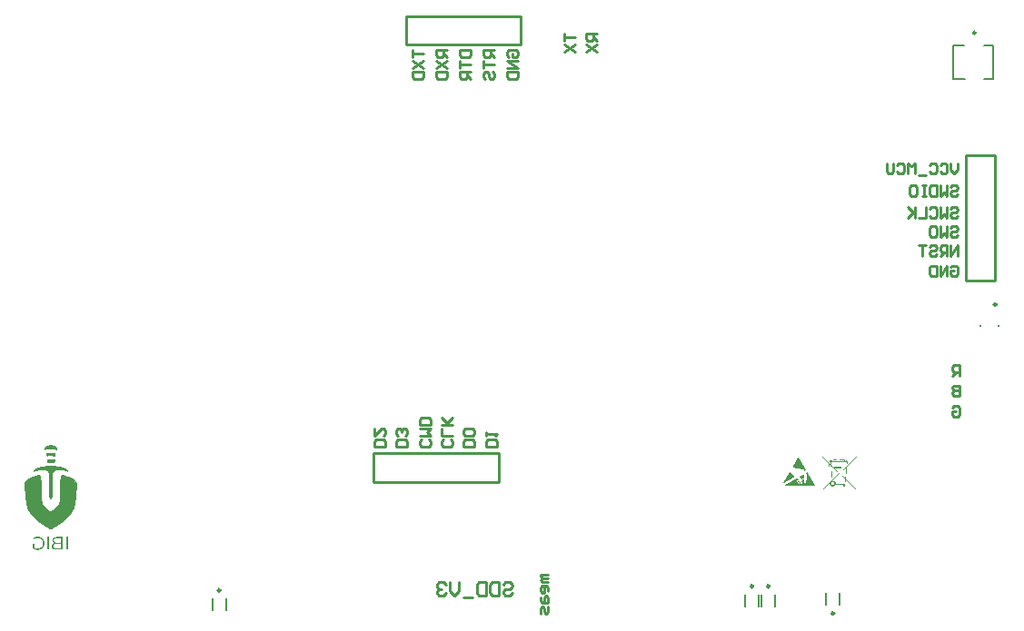
<source format=gbo>
G04*
G04 #@! TF.GenerationSoftware,Altium Limited,Altium Designer,21.1.1 (26)*
G04*
G04 Layer_Color=32896*
%FSLAX44Y44*%
%MOMM*%
G71*
G04*
G04 #@! TF.SameCoordinates,E069ABF9-E8C7-48A9-8C9A-FF8294D84A43*
G04*
G04*
G04 #@! TF.FilePolarity,Positive*
G04*
G01*
G75*
%ADD10C,0.2500*%
%ADD11C,0.2000*%
%ADD12C,0.2540*%
G36*
X151131Y255216D02*
X151930D01*
Y255154D01*
X152422D01*
Y255093D01*
X152729D01*
Y255032D01*
X152852D01*
Y254970D01*
X152975D01*
Y254909D01*
X153097D01*
Y254847D01*
X153282D01*
Y254786D01*
X153527D01*
Y254725D01*
X153773D01*
Y254663D01*
X153958D01*
Y254602D01*
X154019D01*
Y254540D01*
X154142D01*
Y254479D01*
X154203D01*
Y254417D01*
X154265D01*
Y254356D01*
X154388D01*
Y254294D01*
X154449D01*
Y254233D01*
X154511D01*
Y254172D01*
X154633D01*
Y254110D01*
X154695D01*
Y254049D01*
X154818D01*
Y253987D01*
X154941D01*
Y253926D01*
X155063D01*
Y253864D01*
X155125D01*
Y253803D01*
X155248D01*
Y253741D01*
X155309D01*
Y253680D01*
X155371D01*
Y253619D01*
Y253557D01*
X155432D01*
Y253496D01*
X155494D01*
Y253434D01*
Y253373D01*
X155555D01*
Y253311D01*
X155617D01*
Y253250D01*
Y253188D01*
X155678D01*
Y253127D01*
X155739D01*
Y253066D01*
X155801D01*
Y253004D01*
X155862D01*
Y252943D01*
X155924D01*
Y252881D01*
X155985D01*
Y252820D01*
X156047D01*
Y252758D01*
X156108D01*
Y252697D01*
Y252635D01*
X156170D01*
Y252574D01*
Y252513D01*
X156231D01*
Y252451D01*
Y252390D01*
Y252328D01*
Y252267D01*
X156292D01*
Y252205D01*
Y252144D01*
Y252083D01*
Y252021D01*
X156354D01*
Y251960D01*
Y251898D01*
Y251837D01*
X156415D01*
Y251775D01*
Y251714D01*
Y251652D01*
X156477D01*
Y251591D01*
Y251530D01*
Y251468D01*
X156538D01*
Y251407D01*
Y251345D01*
Y251284D01*
Y251222D01*
Y251161D01*
Y251099D01*
Y251038D01*
X156477D01*
Y250977D01*
X156415D01*
Y250915D01*
X156354D01*
Y250854D01*
X156231D01*
Y250792D01*
X155555D01*
Y250854D01*
X154695D01*
Y250915D01*
X154449D01*
Y250977D01*
X153527D01*
Y251038D01*
X153159D01*
Y251099D01*
X152544D01*
Y251038D01*
X151807D01*
Y251099D01*
X148244D01*
Y251038D01*
X147445D01*
Y250977D01*
X146278D01*
Y250915D01*
X145724D01*
Y250854D01*
X145295D01*
Y250792D01*
X144680D01*
Y250854D01*
X144557D01*
Y250915D01*
X144496D01*
Y250977D01*
X144434D01*
Y251038D01*
Y251099D01*
X144373D01*
Y251161D01*
Y251222D01*
Y251284D01*
Y251345D01*
Y251407D01*
Y251468D01*
X144434D01*
Y251530D01*
Y251591D01*
Y251652D01*
Y251714D01*
Y251775D01*
Y251837D01*
X144496D01*
Y251898D01*
Y251960D01*
Y252021D01*
Y252083D01*
X144557D01*
Y252144D01*
Y252205D01*
Y252267D01*
X144619D01*
Y252328D01*
Y252390D01*
Y252451D01*
X144680D01*
Y252513D01*
Y252574D01*
X144741D01*
Y252635D01*
Y252697D01*
X144803D01*
Y252758D01*
X144864D01*
Y252820D01*
Y252881D01*
X144926D01*
Y252943D01*
X144987D01*
Y253004D01*
Y253066D01*
X145049D01*
Y253127D01*
X145110D01*
Y253188D01*
Y253250D01*
X145172D01*
Y253311D01*
X145233D01*
Y253373D01*
X145295D01*
Y253434D01*
X145356D01*
Y253496D01*
X145417D01*
Y253557D01*
X145540D01*
Y253619D01*
X145602D01*
Y253680D01*
X145663D01*
Y253741D01*
X145724D01*
Y253803D01*
X145786D01*
Y253864D01*
X145847D01*
Y253926D01*
X145909D01*
Y253987D01*
X145970D01*
Y254049D01*
X146032D01*
Y254110D01*
X146155D01*
Y254172D01*
X146278D01*
Y254233D01*
X146462D01*
Y254294D01*
X146585D01*
Y254356D01*
X146646D01*
Y254417D01*
X146708D01*
Y254479D01*
X146831D01*
Y254540D01*
X146892D01*
Y254602D01*
X146953D01*
Y254663D01*
X147076D01*
Y254725D01*
X147322D01*
Y254786D01*
X147445D01*
Y254847D01*
X147629D01*
Y254909D01*
X147691D01*
Y254970D01*
X147875D01*
Y255032D01*
X148059D01*
Y255093D01*
X148551D01*
Y255154D01*
X148919D01*
Y255216D01*
X149780D01*
Y255277D01*
X151131D01*
Y255216D01*
D02*
G37*
G36*
X152790Y248273D02*
X154203D01*
Y248212D01*
X154326D01*
Y248150D01*
X154388D01*
Y248089D01*
Y248027D01*
X154449D01*
Y247966D01*
Y247904D01*
Y247843D01*
Y247782D01*
Y247720D01*
Y247659D01*
Y247597D01*
Y247536D01*
Y247474D01*
Y247413D01*
X154388D01*
Y247352D01*
Y247290D01*
Y247229D01*
Y247167D01*
Y247106D01*
Y247044D01*
Y246983D01*
Y246922D01*
Y246860D01*
Y246799D01*
Y246737D01*
Y246676D01*
Y246614D01*
Y246553D01*
Y246491D01*
Y246430D01*
Y246369D01*
Y246307D01*
Y246246D01*
Y246184D01*
Y246123D01*
Y246061D01*
X154449D01*
Y246000D01*
X154388D01*
Y245938D01*
Y245877D01*
Y245816D01*
Y245754D01*
Y245693D01*
Y245631D01*
Y245570D01*
Y245508D01*
X154449D01*
Y245447D01*
Y245385D01*
X154388D01*
Y245324D01*
Y245263D01*
Y245201D01*
Y245140D01*
Y245078D01*
X154326D01*
Y245017D01*
X154265D01*
Y244955D01*
X154203D01*
Y244894D01*
X153650D01*
Y244955D01*
X152053D01*
Y245017D01*
X151009D01*
Y245078D01*
X148858D01*
Y245017D01*
X147752D01*
Y244955D01*
X147383D01*
Y244894D01*
X146769D01*
Y244955D01*
X146646D01*
Y245017D01*
X146585D01*
Y245078D01*
Y245140D01*
X146523D01*
Y245201D01*
Y245263D01*
Y245324D01*
Y245385D01*
Y245447D01*
Y245508D01*
Y245570D01*
Y245631D01*
Y245693D01*
Y245754D01*
Y245816D01*
Y245877D01*
Y245938D01*
Y246000D01*
X146462D01*
Y246061D01*
Y246123D01*
Y246184D01*
Y246246D01*
Y246307D01*
Y246369D01*
Y246430D01*
Y246491D01*
Y246553D01*
Y246614D01*
Y246676D01*
Y246737D01*
Y246799D01*
Y246860D01*
Y246922D01*
Y246983D01*
Y247044D01*
Y247106D01*
Y247167D01*
Y247229D01*
Y247290D01*
Y247352D01*
Y247413D01*
Y247474D01*
Y247536D01*
Y247597D01*
Y247659D01*
Y247720D01*
Y247782D01*
X146523D01*
Y247843D01*
Y247904D01*
Y247966D01*
X146585D01*
Y248027D01*
Y248089D01*
X146646D01*
Y248150D01*
X146708D01*
Y248212D01*
X146892D01*
Y248273D01*
X147752D01*
Y248212D01*
X148059D01*
Y248273D01*
X149595D01*
Y248335D01*
X152790D01*
Y248273D01*
D02*
G37*
G36*
X150886Y242252D02*
X152852D01*
Y242190D01*
X154080D01*
Y242129D01*
X154142D01*
Y242068D01*
X154203D01*
Y242006D01*
X154265D01*
Y241945D01*
Y241883D01*
X154326D01*
Y241822D01*
Y241761D01*
Y241699D01*
Y241638D01*
Y241576D01*
Y241515D01*
Y241453D01*
X154265D01*
Y241392D01*
Y241330D01*
Y241269D01*
X154326D01*
Y241208D01*
Y241146D01*
Y241085D01*
Y241023D01*
Y240962D01*
Y240900D01*
Y240839D01*
Y240777D01*
Y240716D01*
Y240655D01*
X154265D01*
Y240593D01*
Y240532D01*
Y240470D01*
Y240409D01*
Y240347D01*
Y240286D01*
Y240224D01*
Y240163D01*
Y240102D01*
Y240040D01*
Y239979D01*
Y239917D01*
Y239856D01*
Y239794D01*
Y239733D01*
Y239671D01*
Y239610D01*
Y239549D01*
X154326D01*
Y239487D01*
Y239426D01*
Y239364D01*
Y239303D01*
Y239241D01*
Y239180D01*
X154265D01*
Y239118D01*
Y239057D01*
X154203D01*
Y238996D01*
X154142D01*
Y238934D01*
X154080D01*
Y238873D01*
X153835D01*
Y238811D01*
X153773D01*
Y238873D01*
X153712D01*
Y238811D01*
X153650D01*
Y238873D01*
X152913D01*
Y238934D01*
X147568D01*
Y238873D01*
X146953D01*
Y238934D01*
X146892D01*
Y238996D01*
X146831D01*
Y239057D01*
X146769D01*
Y239118D01*
X146708D01*
Y239180D01*
Y239241D01*
Y239303D01*
X146646D01*
Y239364D01*
Y239426D01*
Y239487D01*
Y239549D01*
Y239610D01*
Y239671D01*
Y239733D01*
Y239794D01*
Y239856D01*
Y239917D01*
Y239979D01*
Y240040D01*
Y240102D01*
X146708D01*
Y240163D01*
Y240224D01*
Y240286D01*
Y240347D01*
Y240409D01*
Y240470D01*
Y240532D01*
Y240593D01*
X146646D01*
Y240655D01*
Y240716D01*
Y240777D01*
Y240839D01*
Y240900D01*
Y240962D01*
Y241023D01*
Y241085D01*
Y241146D01*
Y241208D01*
Y241269D01*
X146708D01*
Y241330D01*
Y241392D01*
Y241453D01*
Y241515D01*
Y241576D01*
X146646D01*
Y241638D01*
Y241699D01*
Y241761D01*
Y241822D01*
Y241883D01*
X146708D01*
Y241945D01*
Y242006D01*
X146769D01*
Y242068D01*
X146831D01*
Y242129D01*
X147076D01*
Y242190D01*
X148121D01*
Y242252D01*
X149964D01*
Y242313D01*
X150025D01*
Y242252D01*
X150087D01*
Y242313D01*
X150886D01*
Y242252D01*
D02*
G37*
G36*
X154388Y235678D02*
X155186D01*
Y235616D01*
X155678D01*
Y235555D01*
X156170D01*
Y235494D01*
X156722D01*
Y235432D01*
X157030D01*
Y235371D01*
X157398D01*
Y235309D01*
X157644D01*
Y235248D01*
X157705D01*
Y235309D01*
X157767D01*
Y235248D01*
X158136D01*
Y235186D01*
X158627D01*
Y235125D01*
X159242D01*
Y235063D01*
X159610D01*
Y235002D01*
X159856D01*
Y234941D01*
X159979D01*
Y234879D01*
X160163D01*
Y234818D01*
X160286D01*
Y234756D01*
X160409D01*
Y234695D01*
X160593D01*
Y234633D01*
X160839D01*
Y234572D01*
X161085D01*
Y234510D01*
X162006D01*
Y234449D01*
X162129D01*
Y234388D01*
X162252D01*
Y234326D01*
X162313D01*
Y234265D01*
X162436D01*
Y234203D01*
X162621D01*
Y234142D01*
X162805D01*
Y234080D01*
X163051D01*
Y234019D01*
X163297D01*
Y233958D01*
X163419D01*
Y233896D01*
X163542D01*
Y233835D01*
X163604D01*
Y233773D01*
X163727D01*
Y233712D01*
X163850D01*
Y233650D01*
X163972D01*
Y233589D01*
X164157D01*
Y233527D01*
X164341D01*
Y233466D01*
X164403D01*
Y233405D01*
X164525D01*
Y233343D01*
X164587D01*
Y233282D01*
X164648D01*
Y233220D01*
X164710D01*
Y233159D01*
X164771D01*
Y233097D01*
X164833D01*
Y233036D01*
X164894D01*
Y232974D01*
X165017D01*
Y232913D01*
X165078D01*
Y232852D01*
X165201D01*
Y232790D01*
X165263D01*
Y232729D01*
X165324D01*
Y232667D01*
X165386D01*
Y232606D01*
X165447D01*
Y232544D01*
X165508D01*
Y232483D01*
Y232421D01*
X165570D01*
Y232360D01*
X165631D01*
Y232299D01*
Y232237D01*
X165693D01*
Y232176D01*
X165754D01*
Y232114D01*
X165877D01*
Y232053D01*
X165939D01*
Y231991D01*
X166000D01*
Y231930D01*
Y231868D01*
X166061D01*
Y231807D01*
Y231746D01*
X166123D01*
Y231684D01*
Y231623D01*
Y231561D01*
X166184D01*
Y231500D01*
Y231438D01*
Y231377D01*
X166246D01*
Y231315D01*
Y231254D01*
X166307D01*
Y231193D01*
X166369D01*
Y231131D01*
Y231070D01*
X166430D01*
Y231008D01*
X166492D01*
Y230947D01*
Y230886D01*
X166553D01*
Y230824D01*
Y230763D01*
X166614D01*
Y230701D01*
Y230640D01*
Y230578D01*
Y230517D01*
Y230455D01*
Y230394D01*
Y230333D01*
X166553D01*
Y230271D01*
X166184D01*
Y230333D01*
X166061D01*
Y230394D01*
X165939D01*
Y230455D01*
X165754D01*
Y230517D01*
X165631D01*
Y230578D01*
X165447D01*
Y230640D01*
X165324D01*
Y230701D01*
X165201D01*
Y230763D01*
X164956D01*
Y230824D01*
X164648D01*
Y230886D01*
X164464D01*
Y230947D01*
X164280D01*
Y231008D01*
X164034D01*
Y231070D01*
X163788D01*
Y231131D01*
X163604D01*
Y231193D01*
X163419D01*
Y231254D01*
X163297D01*
Y231315D01*
X163112D01*
Y231377D01*
X162928D01*
Y231438D01*
X162805D01*
Y231500D01*
X162621D01*
Y231561D01*
X161699D01*
Y231623D01*
X161515D01*
Y231684D01*
X161269D01*
Y231746D01*
X160716D01*
Y231807D01*
X160163D01*
Y231868D01*
X159549D01*
Y231930D01*
X158013D01*
Y231868D01*
X156477D01*
Y231807D01*
X156047D01*
Y231746D01*
X155862D01*
Y231684D01*
X155678D01*
Y231623D01*
X155494D01*
Y231561D01*
X155248D01*
Y231500D01*
X154941D01*
Y231438D01*
X154756D01*
Y231377D01*
X154633D01*
Y231315D01*
X154572D01*
Y231254D01*
X154449D01*
Y231193D01*
X154388D01*
Y231131D01*
X154326D01*
Y231070D01*
X154265D01*
Y231008D01*
X154142D01*
Y230947D01*
X154019D01*
Y230886D01*
X153958D01*
Y230824D01*
X153835D01*
Y230763D01*
X153650D01*
Y230701D01*
X153527D01*
Y230640D01*
X153466D01*
Y230578D01*
X153343D01*
Y230517D01*
X153282D01*
Y230455D01*
Y230394D01*
X153220D01*
Y230333D01*
Y230271D01*
X153159D01*
Y230210D01*
X153097D01*
Y230148D01*
Y230087D01*
X153036D01*
Y230025D01*
X152975D01*
Y229964D01*
X152913D01*
Y229902D01*
X152852D01*
Y229841D01*
X152790D01*
Y229779D01*
Y229718D01*
X152729D01*
Y229657D01*
X152667D01*
Y229595D01*
Y229534D01*
X152606D01*
Y229472D01*
Y229411D01*
Y229349D01*
X152544D01*
Y229288D01*
Y229227D01*
Y229165D01*
X152483D01*
Y229104D01*
Y229042D01*
X152422D01*
Y228981D01*
Y228919D01*
Y228858D01*
X152360D01*
Y228797D01*
Y228735D01*
X152299D01*
Y228674D01*
Y228612D01*
X152237D01*
Y228551D01*
Y228489D01*
Y228428D01*
Y228366D01*
X152176D01*
Y228305D01*
Y228244D01*
Y228182D01*
X152114D01*
Y228121D01*
Y228059D01*
Y227998D01*
X152053D01*
Y227936D01*
Y227875D01*
Y227813D01*
Y227752D01*
Y227691D01*
Y227629D01*
Y227568D01*
Y227506D01*
Y227445D01*
Y227383D01*
Y227322D01*
Y227260D01*
Y227199D01*
X151992D01*
Y227138D01*
Y227076D01*
Y227015D01*
Y226953D01*
Y226892D01*
Y226830D01*
Y226769D01*
Y226707D01*
Y226646D01*
Y226585D01*
Y226523D01*
Y226462D01*
Y226400D01*
Y226339D01*
Y226277D01*
Y226216D01*
Y226154D01*
Y226093D01*
Y226032D01*
Y225970D01*
Y225909D01*
Y225847D01*
Y225786D01*
Y225724D01*
Y225663D01*
Y225602D01*
Y225540D01*
Y225479D01*
Y225417D01*
Y225356D01*
Y225294D01*
Y225233D01*
Y225172D01*
Y225110D01*
Y225049D01*
Y224987D01*
Y224926D01*
Y224864D01*
Y224803D01*
Y224741D01*
Y224680D01*
Y224618D01*
Y224557D01*
Y224496D01*
Y224434D01*
Y224373D01*
Y224311D01*
Y224250D01*
Y224188D01*
Y224127D01*
Y224065D01*
Y224004D01*
Y223943D01*
Y223881D01*
Y223820D01*
Y223758D01*
Y223697D01*
Y223635D01*
Y223574D01*
Y223513D01*
Y223451D01*
Y223390D01*
Y223328D01*
Y223267D01*
Y223205D01*
Y223144D01*
Y223083D01*
Y223021D01*
Y222960D01*
Y222898D01*
Y222837D01*
Y222775D01*
Y222714D01*
Y222652D01*
Y222591D01*
Y222530D01*
Y222468D01*
Y222407D01*
Y222345D01*
Y222284D01*
Y222222D01*
Y222161D01*
Y222099D01*
Y222038D01*
Y221977D01*
Y221915D01*
Y221854D01*
Y221792D01*
Y221731D01*
Y221669D01*
Y221608D01*
Y221546D01*
Y221485D01*
Y221424D01*
Y221362D01*
Y221301D01*
Y221239D01*
Y221178D01*
Y221116D01*
Y221055D01*
Y220993D01*
Y220932D01*
Y220871D01*
Y220809D01*
Y220748D01*
Y220686D01*
Y220625D01*
Y220563D01*
Y220502D01*
Y220441D01*
Y220379D01*
Y220318D01*
Y220256D01*
Y220195D01*
Y220133D01*
Y220072D01*
Y220011D01*
Y219949D01*
Y219888D01*
Y219826D01*
Y219765D01*
Y219703D01*
Y219642D01*
Y219580D01*
Y219519D01*
Y219457D01*
Y219396D01*
Y219335D01*
Y219273D01*
Y219212D01*
Y219150D01*
Y219089D01*
Y219027D01*
Y218966D01*
Y218904D01*
X151930D01*
Y218843D01*
Y218782D01*
Y218720D01*
Y218659D01*
Y218597D01*
Y218536D01*
Y218474D01*
Y218413D01*
Y218352D01*
Y218290D01*
Y218229D01*
Y218167D01*
Y218106D01*
Y218044D01*
Y217983D01*
Y217922D01*
Y217860D01*
Y217799D01*
Y217737D01*
Y217676D01*
Y217614D01*
Y217553D01*
Y217491D01*
Y217430D01*
Y217369D01*
Y217307D01*
Y217246D01*
Y217184D01*
Y217123D01*
Y217061D01*
Y217000D01*
Y216938D01*
Y216877D01*
Y216815D01*
Y216754D01*
Y216693D01*
Y216631D01*
Y216570D01*
Y216508D01*
Y216447D01*
Y216385D01*
Y216324D01*
Y216263D01*
Y216201D01*
Y216140D01*
Y216078D01*
Y216017D01*
Y215955D01*
Y215894D01*
Y215833D01*
Y215771D01*
Y215710D01*
Y215648D01*
Y215587D01*
Y215525D01*
Y215464D01*
Y215402D01*
Y215341D01*
Y215280D01*
Y215218D01*
Y215157D01*
Y215095D01*
Y215034D01*
Y214972D01*
Y214911D01*
Y214849D01*
Y214788D01*
Y214727D01*
Y214665D01*
Y214604D01*
Y214542D01*
Y214481D01*
Y214419D01*
Y214358D01*
Y214296D01*
Y214235D01*
Y214174D01*
Y214112D01*
Y214051D01*
Y213989D01*
Y213928D01*
Y213866D01*
Y213805D01*
Y213743D01*
Y213682D01*
Y213621D01*
Y213559D01*
Y213498D01*
Y213436D01*
Y213375D01*
Y213313D01*
Y213252D01*
Y213190D01*
Y213129D01*
Y213068D01*
Y213006D01*
Y212945D01*
Y212883D01*
Y212822D01*
Y212760D01*
Y212699D01*
Y212638D01*
Y212576D01*
Y212515D01*
Y212453D01*
Y212392D01*
Y212330D01*
Y212269D01*
Y212208D01*
Y212146D01*
Y212085D01*
Y212023D01*
Y211962D01*
Y211900D01*
Y211839D01*
Y211777D01*
Y211716D01*
Y211654D01*
Y211593D01*
Y211532D01*
Y211470D01*
Y211409D01*
Y211347D01*
Y211286D01*
Y211224D01*
Y211163D01*
Y211101D01*
Y211040D01*
Y210979D01*
Y210917D01*
Y210856D01*
Y210794D01*
Y210733D01*
Y210672D01*
Y210610D01*
Y210549D01*
Y210487D01*
Y210426D01*
Y210364D01*
Y210303D01*
Y210241D01*
Y210180D01*
Y210119D01*
Y210057D01*
Y209996D01*
Y209934D01*
Y209873D01*
Y209811D01*
Y209750D01*
Y209688D01*
Y209627D01*
Y209566D01*
Y209504D01*
Y209443D01*
Y209381D01*
Y209320D01*
Y209258D01*
Y209197D01*
Y209135D01*
Y209074D01*
Y209013D01*
Y208951D01*
Y208890D01*
Y208828D01*
Y208767D01*
Y208705D01*
Y208644D01*
Y208582D01*
Y208521D01*
Y208460D01*
Y208398D01*
Y208337D01*
Y208275D01*
Y208214D01*
Y208152D01*
Y208091D01*
X151869D01*
Y208029D01*
Y207968D01*
X151930D01*
Y207907D01*
Y207845D01*
Y207784D01*
Y207722D01*
Y207661D01*
Y207599D01*
Y207538D01*
Y207477D01*
Y207415D01*
Y207354D01*
Y207292D01*
Y207231D01*
Y207169D01*
Y207108D01*
Y207046D01*
Y206985D01*
Y206924D01*
Y206862D01*
Y206801D01*
Y206739D01*
X151869D01*
Y206678D01*
Y206616D01*
Y206555D01*
X151807D01*
Y206493D01*
X151746D01*
Y206432D01*
Y206371D01*
X151684D01*
Y206309D01*
Y206248D01*
Y206186D01*
X151623D01*
Y206125D01*
Y206063D01*
Y206002D01*
Y205940D01*
X151561D01*
Y205879D01*
Y205818D01*
Y205756D01*
X151500D01*
Y205695D01*
Y205633D01*
X151439D01*
Y205572D01*
Y205510D01*
X151377D01*
Y205449D01*
X151316D01*
Y205387D01*
X151254D01*
Y205326D01*
X151193D01*
Y205265D01*
X151131D01*
Y205203D01*
X151070D01*
Y205142D01*
X151009D01*
Y205080D01*
X150947D01*
Y205019D01*
X150886D01*
Y204958D01*
Y204896D01*
X150824D01*
Y204835D01*
X150763D01*
Y204773D01*
X150640D01*
Y204712D01*
X150210D01*
Y204773D01*
X150087D01*
Y204835D01*
X150025D01*
Y204896D01*
X149964D01*
Y204958D01*
X149902D01*
Y205019D01*
Y205080D01*
X149841D01*
Y205142D01*
X149780D01*
Y205203D01*
Y205265D01*
X149718D01*
Y205326D01*
X149657D01*
Y205387D01*
X149595D01*
Y205449D01*
X149534D01*
Y205510D01*
X149472D01*
Y205572D01*
Y205633D01*
X149411D01*
Y205695D01*
X149350D01*
Y205756D01*
Y205818D01*
X149288D01*
Y205879D01*
Y205940D01*
Y206002D01*
Y206063D01*
X149227D01*
Y206125D01*
Y206186D01*
Y206248D01*
X149165D01*
Y206309D01*
Y206371D01*
Y206432D01*
Y206493D01*
X149104D01*
Y206555D01*
Y206616D01*
X149042D01*
Y206678D01*
Y206739D01*
Y206801D01*
Y206862D01*
X148981D01*
Y206924D01*
Y206985D01*
Y207046D01*
Y207108D01*
Y207169D01*
Y207231D01*
Y207292D01*
Y207354D01*
Y207415D01*
Y207477D01*
Y207538D01*
Y207599D01*
Y207661D01*
Y207722D01*
Y207784D01*
Y207845D01*
Y207907D01*
Y207968D01*
Y208029D01*
Y208091D01*
Y208152D01*
Y208214D01*
Y208275D01*
Y208337D01*
Y208398D01*
Y208460D01*
Y208521D01*
X148919D01*
Y208582D01*
Y208644D01*
Y208705D01*
Y208767D01*
Y208828D01*
Y208890D01*
Y208951D01*
Y209013D01*
Y209074D01*
Y209135D01*
Y209197D01*
Y209258D01*
Y209320D01*
Y209381D01*
X148981D01*
Y209443D01*
X148919D01*
Y209504D01*
Y209566D01*
Y209627D01*
Y209688D01*
Y209750D01*
Y209811D01*
Y209873D01*
X148981D01*
Y209934D01*
Y209996D01*
Y210057D01*
Y210119D01*
Y210180D01*
Y210241D01*
Y210303D01*
Y210364D01*
Y210426D01*
Y210487D01*
Y210549D01*
Y210610D01*
Y210672D01*
Y210733D01*
Y210794D01*
Y210856D01*
Y210917D01*
Y210979D01*
Y211040D01*
Y211101D01*
Y211163D01*
Y211224D01*
Y211286D01*
X148919D01*
Y211347D01*
Y211409D01*
Y211470D01*
Y211532D01*
Y211593D01*
Y211654D01*
X148981D01*
Y211716D01*
Y211777D01*
Y211839D01*
Y211900D01*
Y211962D01*
Y212023D01*
Y212085D01*
Y212146D01*
Y212208D01*
Y212269D01*
Y212330D01*
Y212392D01*
Y212453D01*
Y212515D01*
Y212576D01*
Y212638D01*
Y212699D01*
Y212760D01*
Y212822D01*
Y212883D01*
Y212945D01*
Y213006D01*
X148919D01*
Y213068D01*
Y213129D01*
Y213190D01*
Y213252D01*
Y213313D01*
Y213375D01*
Y213436D01*
Y213498D01*
Y213559D01*
Y213621D01*
Y213682D01*
Y213743D01*
Y213805D01*
Y213866D01*
Y213928D01*
Y213989D01*
Y214051D01*
Y214112D01*
Y214174D01*
Y214235D01*
Y214296D01*
Y214358D01*
Y214419D01*
Y214481D01*
Y214542D01*
Y214604D01*
Y214665D01*
Y214727D01*
Y214788D01*
Y214849D01*
Y214911D01*
Y214972D01*
Y215034D01*
Y215095D01*
Y215157D01*
Y215218D01*
Y215280D01*
Y215341D01*
Y215402D01*
Y215464D01*
Y215525D01*
Y215587D01*
Y215648D01*
Y215710D01*
Y215771D01*
Y215833D01*
Y215894D01*
Y215955D01*
Y216017D01*
Y216078D01*
Y216140D01*
Y216201D01*
Y216263D01*
Y216324D01*
Y216385D01*
Y216447D01*
Y216508D01*
Y216570D01*
Y216631D01*
Y216693D01*
Y216754D01*
Y216815D01*
Y216877D01*
Y216938D01*
Y217000D01*
Y217061D01*
Y217123D01*
Y217184D01*
Y217246D01*
Y217307D01*
Y217369D01*
Y217430D01*
Y217491D01*
Y217553D01*
Y217614D01*
Y217676D01*
Y217737D01*
Y217799D01*
Y217860D01*
Y217922D01*
Y217983D01*
Y218044D01*
Y218106D01*
Y218167D01*
Y218229D01*
Y218290D01*
Y218352D01*
Y218413D01*
Y218474D01*
Y218536D01*
Y218597D01*
Y218659D01*
Y218720D01*
Y218782D01*
Y218843D01*
Y218904D01*
Y218966D01*
Y219027D01*
Y219089D01*
Y219150D01*
Y219212D01*
Y219273D01*
Y219335D01*
Y219396D01*
Y219457D01*
Y219519D01*
Y219580D01*
Y219642D01*
Y219703D01*
Y219765D01*
Y219826D01*
Y219888D01*
Y219949D01*
Y220011D01*
Y220072D01*
Y220133D01*
Y220195D01*
Y220256D01*
Y220318D01*
Y220379D01*
Y220441D01*
Y220502D01*
Y220563D01*
Y220625D01*
Y220686D01*
Y220748D01*
Y220809D01*
Y220871D01*
Y220932D01*
Y220993D01*
Y221055D01*
Y221116D01*
Y221178D01*
Y221239D01*
Y221301D01*
Y221362D01*
Y221424D01*
Y221485D01*
Y221546D01*
Y221608D01*
Y221669D01*
Y221731D01*
Y221792D01*
Y221854D01*
Y221915D01*
Y221977D01*
Y222038D01*
Y222099D01*
Y222161D01*
Y222222D01*
Y222284D01*
Y222345D01*
Y222407D01*
Y222468D01*
Y222530D01*
Y222591D01*
Y222652D01*
Y222714D01*
Y222775D01*
Y222837D01*
Y222898D01*
Y222960D01*
Y223021D01*
Y223083D01*
Y223144D01*
Y223205D01*
Y223267D01*
Y223328D01*
Y223390D01*
Y223451D01*
Y223513D01*
Y223574D01*
Y223635D01*
Y223697D01*
Y223758D01*
Y223820D01*
Y223881D01*
Y223943D01*
Y224004D01*
Y224065D01*
Y224127D01*
Y224188D01*
Y224250D01*
Y224311D01*
Y224373D01*
Y224434D01*
Y224496D01*
Y224557D01*
Y224618D01*
X148858D01*
Y224680D01*
Y224741D01*
Y224803D01*
Y224864D01*
Y224926D01*
Y224987D01*
Y225049D01*
Y225110D01*
X148919D01*
Y225172D01*
X148858D01*
Y225233D01*
Y225294D01*
Y225356D01*
X148919D01*
Y225417D01*
Y225479D01*
Y225540D01*
Y225602D01*
X148858D01*
Y225663D01*
Y225724D01*
Y225786D01*
Y225847D01*
Y225909D01*
Y225970D01*
Y226032D01*
Y226093D01*
Y226154D01*
Y226216D01*
Y226277D01*
Y226339D01*
Y226400D01*
Y226462D01*
Y226523D01*
Y226585D01*
Y226646D01*
Y226707D01*
Y226769D01*
Y226830D01*
Y226892D01*
Y226953D01*
Y227015D01*
Y227076D01*
Y227138D01*
X148797D01*
Y227199D01*
Y227260D01*
Y227322D01*
Y227383D01*
Y227445D01*
Y227506D01*
Y227568D01*
Y227629D01*
Y227691D01*
Y227752D01*
Y227813D01*
Y227875D01*
Y227936D01*
Y227998D01*
Y228059D01*
Y228121D01*
Y228182D01*
X148735D01*
Y228244D01*
Y228305D01*
Y228366D01*
Y228428D01*
X148674D01*
Y228489D01*
Y228551D01*
Y228612D01*
Y228674D01*
X148612D01*
Y228735D01*
Y228797D01*
X148551D01*
Y228858D01*
Y228919D01*
X148489D01*
Y228981D01*
Y229042D01*
X148428D01*
Y229104D01*
Y229165D01*
X148366D01*
Y229227D01*
Y229288D01*
X148305D01*
Y229349D01*
Y229411D01*
Y229472D01*
X148244D01*
Y229534D01*
Y229595D01*
X148182D01*
Y229657D01*
Y229718D01*
Y229779D01*
X148121D01*
Y229841D01*
Y229902D01*
X148059D01*
Y229964D01*
Y230025D01*
X147998D01*
Y230087D01*
X147936D01*
Y230148D01*
X147875D01*
Y230210D01*
X147814D01*
Y230271D01*
X147752D01*
Y230333D01*
Y230394D01*
X147691D01*
Y230455D01*
X147629D01*
Y230517D01*
X147568D01*
Y230578D01*
X147506D01*
Y230640D01*
X147383D01*
Y230701D01*
X147322D01*
Y230763D01*
X147199D01*
Y230824D01*
X147138D01*
Y230886D01*
X147076D01*
Y230947D01*
X147015D01*
Y231008D01*
X146953D01*
Y231070D01*
Y231131D01*
X146892D01*
Y231193D01*
X146831D01*
Y231254D01*
X146769D01*
Y231315D01*
X146585D01*
Y231377D01*
X146339D01*
Y231438D01*
X146032D01*
Y231500D01*
X145786D01*
Y231561D01*
X145663D01*
Y231623D01*
X145540D01*
Y231684D01*
X145356D01*
Y231746D01*
X145172D01*
Y231807D01*
X144188D01*
Y231868D01*
X143574D01*
Y231930D01*
X143328D01*
Y231991D01*
X142775D01*
Y231930D01*
X142284D01*
Y231868D01*
X142222D01*
Y231930D01*
X141670D01*
Y231868D01*
X140809D01*
Y231807D01*
X140195D01*
Y231746D01*
X139826D01*
Y231684D01*
X139396D01*
Y231623D01*
X139150D01*
Y231561D01*
X138966D01*
Y231500D01*
X138720D01*
Y231438D01*
X138413D01*
Y231377D01*
X137799D01*
Y231315D01*
X137553D01*
Y231254D01*
X137369D01*
Y231193D01*
X137123D01*
Y231131D01*
X136938D01*
Y231070D01*
X136816D01*
Y231008D01*
X136693D01*
Y230947D01*
X136631D01*
Y230886D01*
X136508D01*
Y230824D01*
X136324D01*
Y230763D01*
X136140D01*
Y230701D01*
X135341D01*
Y230640D01*
X135280D01*
Y230578D01*
X135157D01*
Y230517D01*
X135095D01*
Y230455D01*
X134972D01*
Y230394D01*
X134911D01*
Y230333D01*
X134788D01*
Y230271D01*
X134665D01*
Y230210D01*
X134419D01*
Y230148D01*
X134358D01*
Y230210D01*
X134235D01*
Y230271D01*
X134174D01*
Y230333D01*
Y230394D01*
Y230455D01*
Y230517D01*
X134235D01*
Y230578D01*
Y230640D01*
X134297D01*
Y230701D01*
X134358D01*
Y230763D01*
Y230824D01*
X134419D01*
Y230886D01*
Y230947D01*
X134481D01*
Y231008D01*
Y231070D01*
X134542D01*
Y231131D01*
Y231193D01*
Y231254D01*
X134604D01*
Y231315D01*
Y231377D01*
X134665D01*
Y231438D01*
Y231500D01*
X134727D01*
Y231561D01*
Y231623D01*
X134788D01*
Y231684D01*
X134850D01*
Y231746D01*
Y231807D01*
X134911D01*
Y231868D01*
X134972D01*
Y231930D01*
X135034D01*
Y231991D01*
X135095D01*
Y232053D01*
X135157D01*
Y232114D01*
Y232176D01*
X135218D01*
Y232237D01*
X135280D01*
Y232299D01*
Y232360D01*
X135341D01*
Y232421D01*
X135402D01*
Y232483D01*
X135464D01*
Y232544D01*
Y232606D01*
X135525D01*
Y232667D01*
X135587D01*
Y232729D01*
X135648D01*
Y232790D01*
X135710D01*
Y232852D01*
X135833D01*
Y232913D01*
X135955D01*
Y232974D01*
X136078D01*
Y233036D01*
X136140D01*
Y233097D01*
X136263D01*
Y233159D01*
X136324D01*
Y233220D01*
X136386D01*
Y233282D01*
X136447D01*
Y233343D01*
X136508D01*
Y233405D01*
X136631D01*
Y233466D01*
X136693D01*
Y233527D01*
X136816D01*
Y233589D01*
X136938D01*
Y233650D01*
X137061D01*
Y233712D01*
X137184D01*
Y233773D01*
X137307D01*
Y233835D01*
X137430D01*
Y233896D01*
X137614D01*
Y233958D01*
X137799D01*
Y234019D01*
X137922D01*
Y234080D01*
X137983D01*
Y234142D01*
X138045D01*
Y234203D01*
X138167D01*
Y234265D01*
X138229D01*
Y234326D01*
X138413D01*
Y234388D01*
X139212D01*
Y234449D01*
X139396D01*
Y234510D01*
X139642D01*
Y234572D01*
X139826D01*
Y234633D01*
X140011D01*
Y234695D01*
X140195D01*
Y234756D01*
X140318D01*
Y234818D01*
X140502D01*
Y234879D01*
X140748D01*
Y234941D01*
X141055D01*
Y235002D01*
X141485D01*
Y235063D01*
X141854D01*
Y235125D01*
X142284D01*
Y235186D01*
X142714D01*
Y235248D01*
X142837D01*
Y235309D01*
X143083D01*
Y235371D01*
X144004D01*
Y235432D01*
X144311D01*
Y235494D01*
X144864D01*
Y235555D01*
X145233D01*
Y235616D01*
X145724D01*
Y235678D01*
X146339D01*
Y235739D01*
X147691D01*
Y235678D01*
X148182D01*
Y235739D01*
X154388D01*
Y235678D01*
D02*
G37*
G36*
X847065Y244142D02*
X847105D01*
Y244123D01*
X847124D01*
Y244103D01*
X847144D01*
Y244083D01*
X847164D01*
Y244063D01*
X847184D01*
Y244044D01*
Y244024D01*
X847203D01*
Y244004D01*
Y243984D01*
Y243965D01*
X847223D01*
Y243945D01*
Y243925D01*
X847243D01*
Y243905D01*
Y243885D01*
X847263D01*
Y243866D01*
Y243846D01*
X847282D01*
Y243826D01*
Y243806D01*
X847302D01*
Y243787D01*
X847322D01*
Y243767D01*
X847342D01*
Y243747D01*
X847362D01*
Y243727D01*
Y243708D01*
X847381D01*
Y243688D01*
Y243668D01*
X847401D01*
Y243648D01*
Y243629D01*
X847421D01*
Y243609D01*
Y243589D01*
Y243569D01*
X847441D01*
Y243550D01*
Y243530D01*
X847460D01*
Y243510D01*
X847480D01*
Y243490D01*
Y243470D01*
X847500D01*
Y243451D01*
X847520D01*
Y243431D01*
X847539D01*
Y243411D01*
X847559D01*
Y243391D01*
Y243372D01*
X847579D01*
Y243352D01*
Y243332D01*
X847599D01*
Y243312D01*
Y243293D01*
X847618D01*
Y243273D01*
Y243253D01*
Y243233D01*
X847638D01*
Y243214D01*
Y243194D01*
X847658D01*
Y243174D01*
Y243154D01*
X847678D01*
Y243134D01*
X847698D01*
Y243115D01*
X847717D01*
Y243095D01*
Y243075D01*
X847737D01*
Y243055D01*
X847757D01*
Y243036D01*
Y243016D01*
X847776D01*
Y242996D01*
Y242976D01*
X847796D01*
Y242957D01*
Y242937D01*
X847816D01*
Y242917D01*
Y242897D01*
Y242878D01*
X847836D01*
Y242858D01*
Y242838D01*
X847856D01*
Y242818D01*
X847875D01*
Y242799D01*
X847895D01*
Y242779D01*
Y242759D01*
X847915D01*
Y242739D01*
X847935D01*
Y242719D01*
X847954D01*
Y242700D01*
Y242680D01*
X847974D01*
Y242660D01*
Y242640D01*
Y242621D01*
X847994D01*
Y242601D01*
Y242581D01*
X848014D01*
Y242561D01*
Y242542D01*
X848034D01*
Y242522D01*
Y242502D01*
X848053D01*
Y242482D01*
X848073D01*
Y242463D01*
X848093D01*
Y242443D01*
X848112D01*
Y242423D01*
Y242403D01*
X848132D01*
Y242383D01*
X848152D01*
Y242364D01*
Y242344D01*
X848172D01*
Y242324D01*
Y242304D01*
X848192D01*
Y242285D01*
Y242265D01*
Y242245D01*
X848211D01*
Y242225D01*
Y242206D01*
X848231D01*
Y242186D01*
Y242166D01*
X848251D01*
Y242146D01*
X848271D01*
Y242127D01*
X848290D01*
Y242107D01*
X848310D01*
Y242087D01*
X848330D01*
Y242067D01*
Y242048D01*
X848350D01*
Y242028D01*
Y242008D01*
Y241988D01*
X848369D01*
Y241968D01*
Y241949D01*
X848389D01*
Y241929D01*
Y241909D01*
Y241889D01*
X848409D01*
Y241870D01*
X848429D01*
Y241850D01*
Y241830D01*
X848448D01*
Y241810D01*
X848468D01*
Y241791D01*
X848488D01*
Y241771D01*
X848508D01*
Y241751D01*
Y241731D01*
X848528D01*
Y241712D01*
Y241692D01*
X848547D01*
Y241672D01*
Y241652D01*
Y241632D01*
X848567D01*
Y241613D01*
Y241593D01*
X848587D01*
Y241573D01*
Y241553D01*
X848607D01*
Y241534D01*
Y241514D01*
X848626D01*
Y241494D01*
X848646D01*
Y241474D01*
X848666D01*
Y241455D01*
Y241435D01*
X848686D01*
Y241415D01*
X848705D01*
Y241395D01*
Y241376D01*
X848725D01*
Y241356D01*
Y241336D01*
X848745D01*
Y241316D01*
Y241297D01*
Y241277D01*
X848765D01*
Y241257D01*
Y241237D01*
X848784D01*
Y241217D01*
X848804D01*
Y241198D01*
Y241178D01*
X848824D01*
Y241158D01*
X848844D01*
Y241138D01*
X848864D01*
Y241119D01*
X848883D01*
Y241099D01*
X848903D01*
Y241079D01*
Y241059D01*
X848923D01*
Y241040D01*
Y241020D01*
X848943D01*
Y241000D01*
Y240980D01*
Y240961D01*
X848962D01*
Y240941D01*
Y240921D01*
X848982D01*
Y240901D01*
Y240882D01*
X849002D01*
Y240862D01*
Y240842D01*
X849022D01*
Y240822D01*
X849041D01*
Y240802D01*
X849061D01*
Y240783D01*
X849081D01*
Y240763D01*
Y240743D01*
X849101D01*
Y240723D01*
Y240704D01*
X849120D01*
Y240684D01*
Y240664D01*
X849140D01*
Y240644D01*
Y240625D01*
X849160D01*
Y240605D01*
Y240585D01*
X849180D01*
Y240565D01*
Y240546D01*
X849200D01*
Y240526D01*
X849219D01*
Y240506D01*
X849239D01*
Y240486D01*
Y240466D01*
X849259D01*
Y240447D01*
X849278D01*
Y240427D01*
Y240407D01*
X849298D01*
Y240387D01*
Y240368D01*
Y240348D01*
X849318D01*
Y240328D01*
Y240308D01*
X849338D01*
Y240289D01*
Y240269D01*
X849358D01*
Y240249D01*
Y240229D01*
X849377D01*
Y240210D01*
X849397D01*
Y240190D01*
Y240170D01*
X849417D01*
Y240150D01*
X849437D01*
Y240131D01*
X849456D01*
Y240111D01*
Y240091D01*
X849476D01*
Y240071D01*
X849496D01*
Y240051D01*
Y240032D01*
Y240012D01*
X849516D01*
Y239992D01*
Y239972D01*
X849536D01*
Y239953D01*
Y239933D01*
X849555D01*
Y239913D01*
Y239893D01*
X849575D01*
Y239874D01*
X849595D01*
Y239854D01*
X849614D01*
Y239834D01*
X849634D01*
Y239814D01*
Y239795D01*
X849654D01*
Y239775D01*
Y239755D01*
X849674D01*
Y239735D01*
Y239715D01*
X849694D01*
Y239696D01*
Y239676D01*
X849713D01*
Y239656D01*
Y239636D01*
Y239617D01*
X849733D01*
Y239597D01*
Y239577D01*
X849753D01*
Y239557D01*
X849773D01*
Y239538D01*
X849792D01*
Y239518D01*
X849812D01*
Y239498D01*
Y239478D01*
X849832D01*
Y239459D01*
X849852D01*
Y239439D01*
Y239419D01*
X849872D01*
Y239399D01*
Y239380D01*
Y239360D01*
X849891D01*
Y239340D01*
Y239320D01*
X849911D01*
Y239300D01*
Y239281D01*
X849931D01*
Y239261D01*
Y239241D01*
X849950D01*
Y239221D01*
X849970D01*
Y239202D01*
Y239182D01*
X849990D01*
Y239162D01*
X850010D01*
Y239142D01*
X850030D01*
Y239123D01*
Y239103D01*
X850049D01*
Y239083D01*
Y239063D01*
X850069D01*
Y239044D01*
Y239024D01*
X850089D01*
Y239004D01*
Y238984D01*
Y238965D01*
X850109D01*
Y238945D01*
Y238925D01*
X850128D01*
Y238905D01*
X850148D01*
Y238885D01*
X850168D01*
Y238866D01*
Y238846D01*
X850188D01*
Y238826D01*
X850207D01*
Y238806D01*
X850227D01*
Y238787D01*
Y238767D01*
X850247D01*
Y238747D01*
Y238727D01*
Y238708D01*
X850267D01*
Y238688D01*
Y238668D01*
X850286D01*
Y238648D01*
Y238629D01*
Y238609D01*
X850306D01*
Y238589D01*
X850326D01*
Y238569D01*
Y238549D01*
X850346D01*
Y238530D01*
X850366D01*
Y238510D01*
X850385D01*
Y238490D01*
X850405D01*
Y238470D01*
X850425D01*
Y238451D01*
Y238431D01*
X850445D01*
Y238411D01*
Y238391D01*
X850464D01*
Y238372D01*
Y238352D01*
Y238332D01*
X850484D01*
Y238312D01*
Y238293D01*
X850504D01*
Y238273D01*
Y238253D01*
X850524D01*
Y238233D01*
X850543D01*
Y238214D01*
X850563D01*
Y238194D01*
X850583D01*
Y238174D01*
Y238154D01*
X850603D01*
Y238134D01*
Y238115D01*
X850622D01*
Y238095D01*
Y238075D01*
X850642D01*
Y238055D01*
Y238036D01*
X850662D01*
Y238016D01*
Y237996D01*
Y237976D01*
X850682D01*
Y237957D01*
Y237937D01*
X850702D01*
Y237917D01*
X850721D01*
Y237897D01*
X850741D01*
Y237878D01*
Y237858D01*
X850761D01*
Y237838D01*
X850780D01*
Y237818D01*
X850800D01*
Y237799D01*
Y237779D01*
X850820D01*
Y237759D01*
Y237739D01*
X850840D01*
Y237719D01*
Y237700D01*
Y237680D01*
X850860D01*
Y237660D01*
X850879D01*
Y237640D01*
Y237621D01*
X850899D01*
Y237601D01*
X850919D01*
Y237581D01*
Y237561D01*
X850939D01*
Y237542D01*
X850958D01*
Y237522D01*
Y237502D01*
X850978D01*
Y237482D01*
Y237463D01*
X850998D01*
Y237443D01*
Y237423D01*
X851018D01*
Y237403D01*
Y237383D01*
Y237364D01*
X851038D01*
Y237344D01*
Y237324D01*
X851057D01*
Y237304D01*
Y237285D01*
X851077D01*
Y237265D01*
X851097D01*
Y237245D01*
X851116D01*
Y237225D01*
X851136D01*
Y237206D01*
X851156D01*
Y237186D01*
Y237166D01*
X851176D01*
Y237146D01*
Y237127D01*
X851196D01*
Y237107D01*
Y237087D01*
X851215D01*
Y237067D01*
Y237048D01*
X851235D01*
Y237028D01*
Y237008D01*
Y236988D01*
X851255D01*
Y236968D01*
Y236949D01*
X851275D01*
Y236929D01*
X851294D01*
Y236909D01*
X851314D01*
Y236889D01*
X851334D01*
Y236870D01*
Y236850D01*
X851354D01*
Y236830D01*
X851374D01*
Y236810D01*
Y236791D01*
X851393D01*
Y236771D01*
Y236751D01*
Y236731D01*
X851413D01*
Y236712D01*
Y236692D01*
X851433D01*
Y236672D01*
Y236652D01*
X851452D01*
Y236632D01*
X851472D01*
Y236613D01*
Y236593D01*
X851492D01*
Y236573D01*
X851512D01*
Y236553D01*
X851532D01*
Y236534D01*
X851551D01*
Y236514D01*
Y236494D01*
X851571D01*
Y236474D01*
Y236455D01*
X851591D01*
Y236435D01*
Y236415D01*
X851611D01*
Y236395D01*
Y236376D01*
Y236356D01*
X851630D01*
Y236336D01*
Y236316D01*
X851650D01*
Y236297D01*
X851670D01*
Y236277D01*
Y236257D01*
X851690D01*
Y236237D01*
X851709D01*
Y236217D01*
X851729D01*
Y236198D01*
Y236178D01*
X851749D01*
Y236158D01*
X851769D01*
Y236138D01*
Y236119D01*
X851788D01*
Y236099D01*
Y236079D01*
Y236059D01*
X851808D01*
Y236040D01*
Y236020D01*
X851828D01*
Y236000D01*
Y235980D01*
X851848D01*
Y235961D01*
X851868D01*
Y235941D01*
X851887D01*
Y235921D01*
Y235901D01*
X851907D01*
Y235881D01*
X851927D01*
Y235862D01*
Y235842D01*
X851947D01*
Y235822D01*
Y235802D01*
X851966D01*
Y235783D01*
Y235763D01*
X851986D01*
Y235743D01*
Y235723D01*
X852006D01*
Y235704D01*
Y235684D01*
X852026D01*
Y235664D01*
Y235644D01*
X852045D01*
Y235625D01*
X852065D01*
Y235605D01*
X852085D01*
Y235585D01*
X852105D01*
Y235565D01*
Y235546D01*
X852124D01*
Y235526D01*
Y235506D01*
X852144D01*
Y235486D01*
Y235466D01*
X852164D01*
Y235447D01*
Y235427D01*
Y235407D01*
X852184D01*
Y235387D01*
Y235368D01*
X852204D01*
Y235348D01*
Y235328D01*
X852223D01*
Y235308D01*
X852243D01*
Y235289D01*
Y235269D01*
X852263D01*
Y235249D01*
X852282D01*
Y235229D01*
X852302D01*
Y235210D01*
Y235190D01*
X852322D01*
Y235170D01*
X852342D01*
Y235150D01*
Y235130D01*
Y235111D01*
X852362D01*
Y235091D01*
Y235071D01*
X852381D01*
Y235051D01*
Y235032D01*
X852401D01*
Y235012D01*
Y234992D01*
X852421D01*
Y234972D01*
X852441D01*
Y234953D01*
X852460D01*
Y234933D01*
Y234913D01*
X852480D01*
Y234893D01*
X852500D01*
Y234874D01*
Y234854D01*
X852520D01*
Y234834D01*
Y234814D01*
X852540D01*
Y234795D01*
Y234775D01*
X852559D01*
Y234755D01*
Y234735D01*
X852579D01*
Y234715D01*
Y234696D01*
X852599D01*
Y234676D01*
X852618D01*
Y234656D01*
Y234636D01*
X852638D01*
Y234617D01*
X852658D01*
Y234597D01*
X852678D01*
Y234577D01*
Y234557D01*
X852698D01*
Y234538D01*
Y234518D01*
X852717D01*
Y234498D01*
Y234478D01*
X852737D01*
Y234459D01*
Y234439D01*
Y234419D01*
X852757D01*
Y234399D01*
Y234379D01*
X852777D01*
Y234360D01*
X852796D01*
Y234340D01*
Y234320D01*
X852816D01*
Y234300D01*
X852836D01*
Y234281D01*
X852856D01*
Y234261D01*
Y234241D01*
X852876D01*
Y234221D01*
X852895D01*
Y234202D01*
Y234182D01*
Y234162D01*
X852915D01*
Y234142D01*
Y234123D01*
X852935D01*
Y234103D01*
Y234083D01*
X852954D01*
Y234063D01*
Y234044D01*
X852974D01*
Y234024D01*
X852994D01*
Y234004D01*
X853014D01*
Y233984D01*
X853034D01*
Y233964D01*
Y233945D01*
X853053D01*
Y233925D01*
X853073D01*
Y233905D01*
Y233885D01*
X853093D01*
Y233866D01*
Y233846D01*
Y233826D01*
Y233806D01*
X853113D01*
Y233787D01*
Y233767D01*
Y233747D01*
X853132D01*
Y233727D01*
Y233708D01*
X853152D01*
Y233688D01*
Y233668D01*
X853172D01*
Y233648D01*
X853192D01*
Y233628D01*
X853211D01*
Y233609D01*
X853231D01*
Y233589D01*
X853251D01*
Y233569D01*
Y233549D01*
X853271D01*
Y233530D01*
Y233510D01*
X853290D01*
Y233490D01*
Y233470D01*
X853310D01*
Y233451D01*
Y233431D01*
X853330D01*
Y233411D01*
Y233391D01*
X853350D01*
Y233372D01*
Y233352D01*
X853370D01*
Y233332D01*
X853389D01*
Y233312D01*
X853409D01*
Y233293D01*
Y233273D01*
X853429D01*
Y233253D01*
X853449D01*
Y233233D01*
Y233213D01*
X853468D01*
Y233194D01*
Y233174D01*
X853488D01*
Y233154D01*
Y233134D01*
Y233115D01*
X853508D01*
Y233095D01*
Y233075D01*
X853528D01*
Y233055D01*
Y233036D01*
X853547D01*
Y233016D01*
X853567D01*
Y232996D01*
X853587D01*
Y232976D01*
X853607D01*
Y232957D01*
Y232937D01*
X853626D01*
Y232917D01*
X853646D01*
Y232897D01*
Y232877D01*
X853666D01*
Y232858D01*
Y232838D01*
Y232818D01*
X853686D01*
Y232798D01*
Y232779D01*
X853706D01*
Y232759D01*
Y232739D01*
X853725D01*
Y232719D01*
Y232700D01*
X853745D01*
Y232680D01*
X853765D01*
Y232660D01*
X853785D01*
Y232640D01*
X853804D01*
Y232621D01*
Y232601D01*
X853824D01*
Y232581D01*
X853844D01*
Y232561D01*
Y232542D01*
Y232522D01*
X853864D01*
Y232502D01*
Y232482D01*
X853883D01*
Y232462D01*
Y232443D01*
X853903D01*
Y232423D01*
Y232403D01*
X853923D01*
Y232383D01*
Y232364D01*
X853943D01*
Y232344D01*
X853962D01*
Y232324D01*
Y232304D01*
X853982D01*
Y232285D01*
X854002D01*
Y232265D01*
X854022D01*
Y232245D01*
Y232225D01*
X854042D01*
Y232206D01*
Y232186D01*
X854061D01*
Y232166D01*
Y232146D01*
X854081D01*
Y232126D01*
Y232107D01*
Y232087D01*
X854101D01*
Y232067D01*
Y232047D01*
Y232028D01*
Y232008D01*
Y231988D01*
X854081D01*
Y231968D01*
Y231949D01*
Y231929D01*
X854061D01*
Y231909D01*
X854042D01*
Y231889D01*
Y231870D01*
X854022D01*
Y231850D01*
X854002D01*
Y231830D01*
X853962D01*
Y231810D01*
X853923D01*
Y231791D01*
X853883D01*
Y231771D01*
X853824D01*
Y231751D01*
X853785D01*
Y231731D01*
X853745D01*
Y231711D01*
X853706D01*
Y231692D01*
X853686D01*
Y231672D01*
X853666D01*
Y231652D01*
X853626D01*
Y231632D01*
X853607D01*
Y231613D01*
X853567D01*
Y231593D01*
X853508D01*
Y231573D01*
X853449D01*
Y231553D01*
X853409D01*
Y231534D01*
X853370D01*
Y231514D01*
X853330D01*
Y231494D01*
X853310D01*
Y231474D01*
X853290D01*
Y231455D01*
X853251D01*
Y231435D01*
X853211D01*
Y231415D01*
X853172D01*
Y231395D01*
X853132D01*
Y231375D01*
X853073D01*
Y231356D01*
X853034D01*
Y231336D01*
X852974D01*
Y231316D01*
X852856D01*
Y231336D01*
X852816D01*
Y231356D01*
X852796D01*
Y231375D01*
X852777D01*
Y231395D01*
X852757D01*
Y231415D01*
Y231435D01*
X852737D01*
Y231455D01*
Y231474D01*
Y231494D01*
X852717D01*
Y231514D01*
Y231534D01*
Y231553D01*
X852698D01*
Y231573D01*
Y231593D01*
X852678D01*
Y231613D01*
X852658D01*
Y231632D01*
Y231652D01*
X852638D01*
Y231672D01*
X852618D01*
Y231692D01*
X852599D01*
Y231711D01*
X852579D01*
Y231731D01*
Y231751D01*
X852559D01*
Y231771D01*
Y231791D01*
Y231810D01*
X852540D01*
Y231830D01*
Y231850D01*
X852520D01*
Y231870D01*
Y231889D01*
X852500D01*
Y231909D01*
X852480D01*
Y231929D01*
X852460D01*
Y231949D01*
X852441D01*
Y231968D01*
X852421D01*
Y231988D01*
X852401D01*
Y232008D01*
Y232028D01*
X852381D01*
Y232047D01*
X852362D01*
Y232067D01*
Y232087D01*
X852342D01*
Y232107D01*
X852322D01*
Y232126D01*
Y232146D01*
X852302D01*
Y232166D01*
X852282D01*
Y232186D01*
X852263D01*
Y232206D01*
X852243D01*
Y232225D01*
X852223D01*
Y232245D01*
X852204D01*
Y232265D01*
X852184D01*
Y232285D01*
Y232304D01*
X852164D01*
Y232324D01*
X852144D01*
Y232344D01*
X852124D01*
Y232364D01*
X852085D01*
Y232383D01*
X852065D01*
Y232403D01*
X852045D01*
Y232423D01*
X852026D01*
Y232443D01*
X852006D01*
Y232462D01*
X851986D01*
Y232482D01*
X851947D01*
Y232502D01*
X851927D01*
Y232522D01*
X851887D01*
Y232542D01*
X851868D01*
Y232561D01*
X851828D01*
Y232581D01*
X851808D01*
Y232601D01*
X851788D01*
Y232621D01*
Y232640D01*
X851769D01*
Y232660D01*
X851749D01*
Y232680D01*
X851709D01*
Y232700D01*
X851650D01*
Y232719D01*
X851532D01*
Y232739D01*
X851472D01*
Y232759D01*
X851433D01*
Y232779D01*
X851393D01*
Y232798D01*
X851374D01*
Y232818D01*
X851334D01*
Y232838D01*
X851294D01*
Y232858D01*
X851235D01*
Y232877D01*
X851156D01*
Y232897D01*
X851057D01*
Y232917D01*
X850978D01*
Y232937D01*
X850820D01*
Y232957D01*
X850662D01*
Y232976D01*
X850484D01*
Y232996D01*
X850306D01*
Y233016D01*
X850188D01*
Y233036D01*
X849970D01*
Y233055D01*
X849713D01*
Y233075D01*
X849614D01*
Y233095D01*
X849476D01*
Y233115D01*
X849259D01*
Y233134D01*
X849101D01*
Y233154D01*
X849022D01*
Y233174D01*
X848943D01*
Y233194D01*
X848864D01*
Y233213D01*
X848784D01*
Y233233D01*
X848607D01*
Y233253D01*
X848310D01*
Y233273D01*
X847935D01*
Y233293D01*
X847579D01*
Y233312D01*
X847401D01*
Y233332D01*
X847302D01*
Y233352D01*
X847223D01*
Y233372D01*
X847144D01*
Y233391D01*
X847045D01*
Y233411D01*
X846867D01*
Y233431D01*
X846650D01*
Y233451D01*
X846393D01*
Y233470D01*
X846156D01*
Y233490D01*
X846057D01*
Y233510D01*
X845958D01*
Y233530D01*
X845840D01*
Y233549D01*
X845721D01*
Y233569D01*
X845583D01*
Y233589D01*
X845128D01*
Y233609D01*
X844931D01*
Y233628D01*
X844812D01*
Y233648D01*
X844674D01*
Y233668D01*
X844456D01*
Y233688D01*
X844338D01*
Y233708D01*
X844259D01*
Y233727D01*
X844219D01*
Y233747D01*
X844180D01*
Y233767D01*
X844140D01*
Y233787D01*
X844101D01*
Y233806D01*
X844022D01*
Y233826D01*
X843942D01*
Y233846D01*
X843804D01*
Y233866D01*
X843705D01*
Y233885D01*
X843646D01*
Y233905D01*
X843606D01*
Y233925D01*
X843587D01*
Y233945D01*
X843567D01*
Y233964D01*
X843527D01*
Y233984D01*
X843488D01*
Y234004D01*
X843409D01*
Y234024D01*
X843350D01*
Y234044D01*
X843290D01*
Y234063D01*
X843251D01*
Y234083D01*
X843231D01*
Y234103D01*
X843211D01*
Y234123D01*
X843192D01*
Y234142D01*
X843172D01*
Y234162D01*
X843132D01*
Y234182D01*
X843112D01*
Y234202D01*
X843073D01*
Y234221D01*
X843053D01*
Y234241D01*
X843014D01*
Y234261D01*
X842994D01*
Y234281D01*
X842974D01*
Y234300D01*
X842954D01*
Y234320D01*
X842935D01*
Y234340D01*
X842915D01*
Y234360D01*
X842895D01*
Y234379D01*
X842856D01*
Y234399D01*
X842836D01*
Y234419D01*
X842796D01*
Y234439D01*
X842757D01*
Y234459D01*
X842737D01*
Y234478D01*
X842717D01*
Y234498D01*
X842697D01*
Y234518D01*
X842678D01*
Y234538D01*
X842658D01*
Y234557D01*
Y234577D01*
X842638D01*
Y234597D01*
X842618D01*
Y234617D01*
X842599D01*
Y234636D01*
X842559D01*
Y234656D01*
X842539D01*
Y234676D01*
Y234696D01*
X842520D01*
Y234715D01*
X842500D01*
Y234735D01*
X842480D01*
Y234755D01*
X842460D01*
Y234775D01*
X842440D01*
Y234795D01*
X842421D01*
Y234814D01*
X842401D01*
Y234834D01*
X842381D01*
Y234854D01*
X842361D01*
Y234874D01*
X842342D01*
Y234893D01*
X842322D01*
Y234913D01*
X842302D01*
Y234933D01*
X842282D01*
Y234953D01*
X842263D01*
Y234972D01*
X842243D01*
Y234992D01*
X842223D01*
Y235012D01*
X842203D01*
Y235032D01*
X842164D01*
Y235051D01*
X842144D01*
Y235071D01*
X842124D01*
Y235091D01*
Y235111D01*
X842104D01*
Y235130D01*
X842085D01*
Y235150D01*
X842065D01*
Y235170D01*
X842045D01*
Y235190D01*
X842026D01*
Y235210D01*
X841986D01*
Y235229D01*
X841966D01*
Y235249D01*
X841946D01*
Y235269D01*
X841927D01*
Y235289D01*
Y235308D01*
X841907D01*
Y235328D01*
Y235348D01*
Y235368D01*
Y235387D01*
X841887D01*
Y235407D01*
Y235427D01*
Y235447D01*
Y235466D01*
X841907D01*
Y235486D01*
Y235506D01*
Y235526D01*
X841927D01*
Y235546D01*
Y235565D01*
X841946D01*
Y235585D01*
Y235605D01*
X841966D01*
Y235625D01*
X841986D01*
Y235644D01*
X842006D01*
Y235664D01*
X842026D01*
Y235684D01*
X842045D01*
Y235704D01*
Y235723D01*
X842065D01*
Y235743D01*
X842085D01*
Y235763D01*
Y235783D01*
Y235802D01*
X842104D01*
Y235822D01*
Y235842D01*
X842124D01*
Y235862D01*
Y235881D01*
X842144D01*
Y235901D01*
Y235921D01*
X842164D01*
Y235941D01*
Y235961D01*
X842184D01*
Y235980D01*
X842203D01*
Y236000D01*
X842223D01*
Y236020D01*
X842243D01*
Y236040D01*
Y236059D01*
X842263D01*
Y236079D01*
X842282D01*
Y236099D01*
Y236119D01*
X842302D01*
Y236138D01*
Y236158D01*
Y236178D01*
X842322D01*
Y236198D01*
Y236217D01*
X842342D01*
Y236237D01*
Y236257D01*
X842361D01*
Y236277D01*
X842381D01*
Y236297D01*
X842401D01*
Y236316D01*
Y236336D01*
X842421D01*
Y236356D01*
X842440D01*
Y236376D01*
Y236395D01*
X842460D01*
Y236415D01*
Y236435D01*
Y236455D01*
X842480D01*
Y236474D01*
Y236494D01*
X842500D01*
Y236514D01*
Y236534D01*
Y236553D01*
X842520D01*
Y236573D01*
Y236593D01*
X842539D01*
Y236613D01*
X842559D01*
Y236632D01*
X842579D01*
Y236652D01*
X842599D01*
Y236672D01*
X842618D01*
Y236692D01*
Y236712D01*
X842638D01*
Y236731D01*
X842658D01*
Y236751D01*
Y236771D01*
Y236791D01*
X842678D01*
Y236810D01*
Y236830D01*
Y236850D01*
X842697D01*
Y236870D01*
Y236889D01*
X842717D01*
Y236909D01*
Y236929D01*
X842737D01*
Y236949D01*
Y236968D01*
X842757D01*
Y236988D01*
X842776D01*
Y237008D01*
X842796D01*
Y237028D01*
X842816D01*
Y237048D01*
X842836D01*
Y237067D01*
Y237087D01*
X842856D01*
Y237107D01*
Y237127D01*
X842875D01*
Y237146D01*
Y237166D01*
X842895D01*
Y237186D01*
Y237206D01*
X842915D01*
Y237225D01*
Y237245D01*
X842935D01*
Y237265D01*
X842954D01*
Y237285D01*
Y237304D01*
X842974D01*
Y237324D01*
X842994D01*
Y237344D01*
X843014D01*
Y237364D01*
Y237383D01*
X843033D01*
Y237403D01*
Y237423D01*
X843053D01*
Y237443D01*
Y237463D01*
Y237482D01*
X843073D01*
Y237502D01*
Y237522D01*
X843093D01*
Y237542D01*
Y237561D01*
X843112D01*
Y237581D01*
Y237601D01*
X843132D01*
Y237621D01*
X843152D01*
Y237640D01*
X843172D01*
Y237660D01*
Y237680D01*
X843192D01*
Y237700D01*
X843211D01*
Y237719D01*
Y237739D01*
X843231D01*
Y237759D01*
Y237779D01*
Y237799D01*
X843251D01*
Y237818D01*
Y237838D01*
X843270D01*
Y237858D01*
Y237878D01*
X843290D01*
Y237897D01*
X843310D01*
Y237917D01*
Y237937D01*
X843330D01*
Y237957D01*
X843350D01*
Y237976D01*
X843369D01*
Y237996D01*
X843389D01*
Y238016D01*
Y238036D01*
X843409D01*
Y238055D01*
Y238075D01*
X843429D01*
Y238095D01*
Y238115D01*
X843448D01*
Y238134D01*
Y238154D01*
X843468D01*
Y238174D01*
Y238194D01*
X843488D01*
Y238214D01*
Y238233D01*
X843508D01*
Y238253D01*
X843527D01*
Y238273D01*
Y238293D01*
X843547D01*
Y238312D01*
X843567D01*
Y238332D01*
X843587D01*
Y238352D01*
Y238372D01*
X843606D01*
Y238391D01*
Y238411D01*
X843626D01*
Y238431D01*
Y238451D01*
Y238470D01*
X843646D01*
Y238490D01*
Y238510D01*
X843666D01*
Y238530D01*
Y238549D01*
X843686D01*
Y238569D01*
X843705D01*
Y238589D01*
Y238609D01*
X843725D01*
Y238629D01*
X843745D01*
Y238648D01*
X843765D01*
Y238668D01*
Y238688D01*
X843784D01*
Y238708D01*
Y238727D01*
X843804D01*
Y238747D01*
Y238767D01*
X843824D01*
Y238787D01*
Y238806D01*
X843844D01*
Y238826D01*
Y238846D01*
X843863D01*
Y238866D01*
Y238885D01*
X843883D01*
Y238905D01*
Y238925D01*
X843903D01*
Y238945D01*
X843923D01*
Y238965D01*
X843942D01*
Y238984D01*
Y239004D01*
X843962D01*
Y239024D01*
Y239044D01*
X843982D01*
Y239063D01*
Y239083D01*
X844002D01*
Y239103D01*
Y239123D01*
Y239142D01*
X844022D01*
Y239162D01*
Y239182D01*
X844041D01*
Y239202D01*
X844061D01*
Y239221D01*
Y239241D01*
X844081D01*
Y239261D01*
X844101D01*
Y239281D01*
X844120D01*
Y239300D01*
X844140D01*
Y239320D01*
Y239340D01*
X844160D01*
Y239360D01*
Y239380D01*
X844180D01*
Y239399D01*
Y239419D01*
X844199D01*
Y239439D01*
Y239459D01*
Y239478D01*
X844219D01*
Y239498D01*
Y239518D01*
X844239D01*
Y239538D01*
X844259D01*
Y239557D01*
Y239577D01*
X844278D01*
Y239597D01*
X844298D01*
Y239617D01*
X844318D01*
Y239636D01*
Y239656D01*
X844338D01*
Y239676D01*
X844358D01*
Y239696D01*
Y239715D01*
X844377D01*
Y239735D01*
Y239755D01*
X844397D01*
Y239775D01*
Y239795D01*
Y239814D01*
X844417D01*
Y239834D01*
Y239854D01*
X844437D01*
Y239874D01*
Y239893D01*
X844456D01*
Y239913D01*
X844476D01*
Y239933D01*
X844496D01*
Y239953D01*
X844516D01*
Y239972D01*
Y239992D01*
X844535D01*
Y240012D01*
Y240032D01*
X844555D01*
Y240051D01*
Y240071D01*
X844575D01*
Y240091D01*
Y240111D01*
X844595D01*
Y240131D01*
Y240150D01*
X844614D01*
Y240170D01*
Y240190D01*
X844634D01*
Y240210D01*
X844654D01*
Y240229D01*
X844674D01*
Y240249D01*
Y240269D01*
X844694D01*
Y240289D01*
X844713D01*
Y240308D01*
Y240328D01*
X844733D01*
Y240348D01*
Y240368D01*
X844753D01*
Y240387D01*
Y240407D01*
Y240427D01*
X844772D01*
Y240447D01*
Y240466D01*
Y240486D01*
X844792D01*
Y240506D01*
Y240526D01*
X844812D01*
Y240546D01*
X844832D01*
Y240565D01*
Y240585D01*
X844852D01*
Y240605D01*
X844871D01*
Y240625D01*
X844891D01*
Y240644D01*
X844911D01*
Y240664D01*
Y240684D01*
X844931D01*
Y240704D01*
Y240723D01*
X844950D01*
Y240743D01*
Y240763D01*
X844970D01*
Y240783D01*
Y240802D01*
X844990D01*
Y240822D01*
Y240842D01*
X845010D01*
Y240862D01*
X845030D01*
Y240882D01*
Y240901D01*
X845049D01*
Y240921D01*
X845069D01*
Y240941D01*
X845089D01*
Y240961D01*
Y240980D01*
X845108D01*
Y241000D01*
X845128D01*
Y241020D01*
Y241040D01*
X845148D01*
Y241059D01*
Y241079D01*
X845168D01*
Y241099D01*
Y241119D01*
X845188D01*
Y241138D01*
Y241158D01*
X845207D01*
Y241178D01*
Y241198D01*
X845227D01*
Y241217D01*
X845247D01*
Y241237D01*
X845267D01*
Y241257D01*
Y241277D01*
X845286D01*
Y241297D01*
X845306D01*
Y241316D01*
Y241336D01*
Y241356D01*
X845326D01*
Y241376D01*
Y241395D01*
X845346D01*
Y241415D01*
Y241435D01*
Y241455D01*
X845365D01*
Y241474D01*
Y241494D01*
X845385D01*
Y241514D01*
X845405D01*
Y241534D01*
Y241553D01*
X845425D01*
Y241573D01*
X845444D01*
Y241593D01*
X845464D01*
Y241613D01*
X845484D01*
Y241632D01*
Y241652D01*
X845504D01*
Y241672D01*
Y241692D01*
X845524D01*
Y241712D01*
Y241731D01*
X845543D01*
Y241751D01*
Y241771D01*
X845563D01*
Y241791D01*
Y241810D01*
X845583D01*
Y241830D01*
X845603D01*
Y241850D01*
X845622D01*
Y241870D01*
X845642D01*
Y241889D01*
Y241909D01*
X845662D01*
Y241929D01*
X845682D01*
Y241949D01*
Y241968D01*
X845701D01*
Y241988D01*
Y242008D01*
Y242028D01*
X845721D01*
Y242048D01*
Y242067D01*
X845741D01*
Y242087D01*
Y242107D01*
X845761D01*
Y242127D01*
Y242146D01*
X845780D01*
Y242166D01*
Y242186D01*
X845800D01*
Y242206D01*
X845820D01*
Y242225D01*
X845840D01*
Y242245D01*
Y242265D01*
X845860D01*
Y242285D01*
Y242304D01*
X845879D01*
Y242324D01*
Y242344D01*
X845899D01*
Y242364D01*
Y242383D01*
Y242403D01*
X845919D01*
Y242423D01*
Y242443D01*
X845939D01*
Y242463D01*
X845958D01*
Y242482D01*
Y242502D01*
X845978D01*
Y242522D01*
X845998D01*
Y242542D01*
X846018D01*
Y242561D01*
Y242581D01*
X846037D01*
Y242601D01*
X846057D01*
Y242621D01*
Y242640D01*
X846077D01*
Y242660D01*
Y242680D01*
X846097D01*
Y242700D01*
Y242719D01*
Y242739D01*
X846116D01*
Y242759D01*
Y242779D01*
X846136D01*
Y242799D01*
X846156D01*
Y242818D01*
Y242838D01*
X846176D01*
Y242858D01*
X846196D01*
Y242878D01*
X846215D01*
Y242897D01*
X846235D01*
Y242917D01*
Y242937D01*
X846255D01*
Y242957D01*
Y242976D01*
X846274D01*
Y242996D01*
Y243016D01*
X846294D01*
Y243036D01*
Y243055D01*
Y243075D01*
X846314D01*
Y243095D01*
Y243115D01*
X846334D01*
Y243134D01*
X846354D01*
Y243154D01*
Y243174D01*
X846373D01*
Y243194D01*
X846393D01*
Y243214D01*
X846413D01*
Y243233D01*
Y243253D01*
X846433D01*
Y243273D01*
Y243293D01*
X846452D01*
Y243312D01*
Y243332D01*
X846472D01*
Y243352D01*
Y243372D01*
X846492D01*
Y243391D01*
Y243411D01*
Y243431D01*
X846512D01*
Y243451D01*
Y243470D01*
X846532D01*
Y243490D01*
X846551D01*
Y243510D01*
X846571D01*
Y243530D01*
Y243550D01*
X846591D01*
Y243569D01*
X846610D01*
Y243589D01*
X846630D01*
Y243609D01*
Y243629D01*
X846650D01*
Y243648D01*
Y243668D01*
Y243688D01*
X846670D01*
Y243708D01*
Y243727D01*
X846690D01*
Y243747D01*
Y243767D01*
X846709D01*
Y243787D01*
Y243806D01*
X846729D01*
Y243826D01*
X846749D01*
Y243846D01*
X846769D01*
Y243866D01*
Y243885D01*
X846788D01*
Y243905D01*
X846808D01*
Y243925D01*
Y243945D01*
X846828D01*
Y243965D01*
Y243984D01*
X846848D01*
Y244004D01*
Y244024D01*
Y244044D01*
X846867D01*
Y244063D01*
Y244083D01*
X846887D01*
Y244103D01*
X846907D01*
Y244123D01*
X846927D01*
Y244142D01*
X846966D01*
Y244162D01*
X847065D01*
Y244142D01*
D02*
G37*
G36*
X838982Y230012D02*
X839041D01*
Y229992D01*
X839081D01*
Y229972D01*
X839120D01*
Y229953D01*
X839160D01*
Y229933D01*
X839180D01*
Y229913D01*
X839219D01*
Y229893D01*
X839278D01*
Y229874D01*
X839397D01*
Y229854D01*
X839516D01*
Y229834D01*
X839595D01*
Y229814D01*
X839634D01*
Y229794D01*
X839654D01*
Y229775D01*
X839693D01*
Y229755D01*
X839713D01*
Y229735D01*
X839753D01*
Y229715D01*
X839792D01*
Y229696D01*
X839832D01*
Y229676D01*
X839891D01*
Y229656D01*
X839931D01*
Y229636D01*
X839970D01*
Y229617D01*
X839990D01*
Y229597D01*
X840029D01*
Y229577D01*
X840049D01*
Y229557D01*
X840069D01*
Y229538D01*
X840108D01*
Y229518D01*
X840168D01*
Y229498D01*
X840207D01*
Y229478D01*
X840247D01*
Y229458D01*
X840286D01*
Y229439D01*
X840306D01*
Y229419D01*
X840326D01*
Y229399D01*
X840346D01*
Y229379D01*
X840365D01*
Y229360D01*
Y229340D01*
X840385D01*
Y229320D01*
Y229300D01*
X840405D01*
Y229280D01*
Y229261D01*
X840425D01*
Y229241D01*
X840444D01*
Y229221D01*
Y229202D01*
X840464D01*
Y229182D01*
Y229162D01*
X840484D01*
Y229142D01*
X840504D01*
Y229123D01*
X840524D01*
Y229103D01*
Y229083D01*
X840543D01*
Y229063D01*
Y229043D01*
X840563D01*
Y229024D01*
Y229004D01*
Y228984D01*
X840583D01*
Y228964D01*
Y228945D01*
X840602D01*
Y228925D01*
Y228905D01*
X840622D01*
Y228885D01*
Y228866D01*
X840642D01*
Y228846D01*
Y228826D01*
X840662D01*
Y228806D01*
X840682D01*
Y228787D01*
X840701D01*
Y228767D01*
Y228747D01*
X840721D01*
Y228727D01*
Y228707D01*
X840741D01*
Y228688D01*
Y228668D01*
X840761D01*
Y228648D01*
Y228628D01*
Y228609D01*
X840780D01*
Y228589D01*
Y228569D01*
X840800D01*
Y228549D01*
Y228529D01*
Y228510D01*
X840820D01*
Y228490D01*
X840840D01*
Y228470D01*
Y228451D01*
X840859D01*
Y228431D01*
X840879D01*
Y228411D01*
X840899D01*
Y228391D01*
X840919D01*
Y228372D01*
X840938D01*
Y228352D01*
Y228332D01*
X840958D01*
Y228312D01*
X840978D01*
Y228292D01*
Y228273D01*
Y228253D01*
X840998D01*
Y228233D01*
Y228213D01*
X841018D01*
Y228194D01*
X841037D01*
Y228174D01*
X841057D01*
Y228154D01*
X841077D01*
Y228134D01*
X841097D01*
Y228114D01*
Y228095D01*
X841116D01*
Y228075D01*
X841136D01*
Y228055D01*
Y228036D01*
X841156D01*
Y228016D01*
Y227996D01*
X841176D01*
Y227976D01*
X841195D01*
Y227956D01*
X841215D01*
Y227937D01*
Y227917D01*
X841235D01*
Y227897D01*
X841255D01*
Y227877D01*
X841274D01*
Y227858D01*
X841294D01*
Y227838D01*
X841314D01*
Y227818D01*
X841334D01*
Y227798D01*
X841354D01*
Y227778D01*
Y227759D01*
X841373D01*
Y227739D01*
X841393D01*
Y227719D01*
X841413D01*
Y227700D01*
X841433D01*
Y227680D01*
Y227660D01*
X841452D01*
Y227640D01*
X841472D01*
Y227620D01*
X841492D01*
Y227601D01*
X841512D01*
Y227581D01*
Y227561D01*
X841531D01*
Y227541D01*
X841551D01*
Y227522D01*
Y227502D01*
X841571D01*
Y227482D01*
X841591D01*
Y227462D01*
X841610D01*
Y227443D01*
X841630D01*
Y227423D01*
X841650D01*
Y227403D01*
X841670D01*
Y227383D01*
X841709D01*
Y227363D01*
X841729D01*
Y227344D01*
Y227324D01*
X841749D01*
Y227304D01*
X841768D01*
Y227285D01*
X841788D01*
Y227265D01*
X841808D01*
Y227245D01*
X841828D01*
Y227225D01*
X841867D01*
Y227205D01*
X841887D01*
Y227186D01*
X841907D01*
Y227166D01*
X841927D01*
Y227146D01*
X841946D01*
Y227126D01*
X841966D01*
Y227107D01*
X841986D01*
Y227087D01*
X842006D01*
Y227067D01*
X842026D01*
Y227047D01*
X842065D01*
Y227027D01*
X842085D01*
Y227008D01*
X842104D01*
Y226988D01*
X842144D01*
Y226968D01*
X842164D01*
Y226949D01*
X842184D01*
Y226929D01*
Y226909D01*
X842223D01*
Y226889D01*
X842243D01*
Y226869D01*
X842263D01*
Y226850D01*
X842302D01*
Y226830D01*
X842322D01*
Y226810D01*
X842361D01*
Y226790D01*
X842381D01*
Y226771D01*
X842401D01*
Y226751D01*
X842421D01*
Y226731D01*
X842440D01*
Y226711D01*
X842460D01*
Y226692D01*
X842500D01*
Y226672D01*
X842520D01*
Y226652D01*
X842559D01*
Y226632D01*
X842599D01*
Y226612D01*
X842618D01*
Y226593D01*
X842658D01*
Y226573D01*
X842678D01*
Y226553D01*
Y226534D01*
X842697D01*
Y226514D01*
X842717D01*
Y226494D01*
X842757D01*
Y226474D01*
X842776D01*
Y226454D01*
X842796D01*
Y226435D01*
X842816D01*
Y226415D01*
X842836D01*
Y226395D01*
X842856D01*
Y226375D01*
X842875D01*
Y226356D01*
Y226336D01*
X842895D01*
Y226316D01*
X842915D01*
Y226296D01*
X842935D01*
Y226276D01*
X842954D01*
Y226257D01*
X842994D01*
Y226237D01*
X843014D01*
Y226217D01*
X843033D01*
Y226197D01*
Y226178D01*
X843053D01*
Y226158D01*
X843073D01*
Y226138D01*
Y226118D01*
X843093D01*
Y226099D01*
X843112D01*
Y226079D01*
X843132D01*
Y226059D01*
X843152D01*
Y226039D01*
X843172D01*
Y226020D01*
X843192D01*
Y226000D01*
X843211D01*
Y225980D01*
Y225960D01*
X843231D01*
Y225941D01*
Y225921D01*
X843251D01*
Y225901D01*
Y225881D01*
Y225861D01*
X843270D01*
Y225842D01*
Y225822D01*
Y225802D01*
Y225783D01*
Y225763D01*
Y225743D01*
Y225723D01*
X843251D01*
Y225703D01*
Y225684D01*
Y225664D01*
Y225644D01*
X843231D01*
Y225624D01*
X843211D01*
Y225605D01*
Y225585D01*
X843192D01*
Y225565D01*
X843152D01*
Y225545D01*
X843112D01*
Y225525D01*
X843073D01*
Y225506D01*
X843033D01*
Y225486D01*
X842974D01*
Y225466D01*
X842935D01*
Y225446D01*
X842915D01*
Y225427D01*
X842895D01*
Y225407D01*
X842856D01*
Y225387D01*
X842836D01*
Y225367D01*
X842796D01*
Y225348D01*
X842757D01*
Y225328D01*
X842717D01*
Y225308D01*
X842678D01*
Y225288D01*
X842638D01*
Y225269D01*
X842599D01*
Y225249D01*
X842579D01*
Y225229D01*
X842559D01*
Y225209D01*
X842539D01*
Y225190D01*
X842520D01*
Y225170D01*
X842480D01*
Y225150D01*
X842440D01*
Y225130D01*
X842381D01*
Y225110D01*
X842342D01*
Y225091D01*
X842302D01*
Y225071D01*
X842263D01*
Y225051D01*
X842243D01*
Y225032D01*
X842223D01*
Y225012D01*
X842203D01*
Y224992D01*
X842184D01*
Y224972D01*
X842144D01*
Y224952D01*
X842085D01*
Y224933D01*
X842045D01*
Y224913D01*
X841986D01*
Y224893D01*
X841946D01*
Y224873D01*
X841927D01*
Y224854D01*
X841907D01*
Y224834D01*
X841887D01*
Y224814D01*
X841867D01*
Y224794D01*
X841828D01*
Y224774D01*
X841788D01*
Y224755D01*
X841729D01*
Y224735D01*
X841690D01*
Y224715D01*
X841650D01*
Y224695D01*
X841610D01*
Y224676D01*
X841591D01*
Y224656D01*
X841571D01*
Y224636D01*
X841531D01*
Y224616D01*
X841512D01*
Y224597D01*
X841472D01*
Y224577D01*
X841433D01*
Y224557D01*
X841393D01*
Y224537D01*
X841334D01*
Y224518D01*
X841314D01*
Y224498D01*
X841274D01*
Y224478D01*
X841255D01*
Y224458D01*
X841235D01*
Y224439D01*
X841215D01*
Y224419D01*
X841176D01*
Y224399D01*
X841116D01*
Y224379D01*
X841077D01*
Y224359D01*
X841018D01*
Y224340D01*
X840978D01*
Y224320D01*
X840958D01*
Y224300D01*
X840938D01*
Y224280D01*
X840919D01*
Y224261D01*
X840879D01*
Y224241D01*
X840859D01*
Y224221D01*
X840820D01*
Y224201D01*
X840780D01*
Y224182D01*
X840721D01*
Y224162D01*
X840682D01*
Y224142D01*
X840642D01*
Y224122D01*
X840602D01*
Y224103D01*
X840583D01*
Y224083D01*
X840563D01*
Y224063D01*
X840543D01*
Y224043D01*
X840504D01*
Y224023D01*
X840464D01*
Y224004D01*
X840425D01*
Y223984D01*
X840365D01*
Y223964D01*
X840326D01*
Y223944D01*
X840286D01*
Y223925D01*
X840266D01*
Y223905D01*
X840247D01*
Y223885D01*
X840207D01*
Y223865D01*
X840188D01*
Y223846D01*
X840148D01*
Y223826D01*
X840108D01*
Y223806D01*
X840069D01*
Y223786D01*
X840010D01*
Y223767D01*
X839970D01*
Y223747D01*
X839950D01*
Y223727D01*
X839931D01*
Y223707D01*
X839891D01*
Y223688D01*
X839871D01*
Y223668D01*
X839852D01*
Y223648D01*
X839812D01*
Y223628D01*
X839772D01*
Y223608D01*
X839713D01*
Y223589D01*
X839654D01*
Y223569D01*
X839614D01*
Y223549D01*
X839575D01*
Y223529D01*
X839555D01*
Y223510D01*
X839535D01*
Y223490D01*
X839516D01*
Y223470D01*
X839476D01*
Y223450D01*
X839456D01*
Y223431D01*
X839417D01*
Y223411D01*
X839377D01*
Y223391D01*
X839318D01*
Y223371D01*
X839278D01*
Y223352D01*
X839259D01*
Y223332D01*
X839239D01*
Y223312D01*
X839219D01*
Y223292D01*
X839180D01*
Y223272D01*
X839160D01*
Y223253D01*
X839100D01*
Y223233D01*
X839061D01*
Y223213D01*
X839002D01*
Y223193D01*
X838962D01*
Y223174D01*
X838942D01*
Y223154D01*
X838923D01*
Y223134D01*
X838883D01*
Y223114D01*
X838863D01*
Y223095D01*
X838844D01*
Y223075D01*
X838784D01*
Y223055D01*
X838745D01*
Y223035D01*
X838686D01*
Y223016D01*
X838646D01*
Y222996D01*
X838606D01*
Y222976D01*
X838587D01*
Y222956D01*
X838567D01*
Y222937D01*
X838547D01*
Y222917D01*
X838527D01*
Y222897D01*
X838488D01*
Y222877D01*
X838448D01*
Y222857D01*
X838389D01*
Y222838D01*
X838350D01*
Y222818D01*
X838310D01*
Y222798D01*
X838290D01*
Y222778D01*
X838270D01*
Y222759D01*
X838251D01*
Y222739D01*
X838231D01*
Y222719D01*
X838191D01*
Y222699D01*
X838152D01*
Y222680D01*
X838093D01*
Y222660D01*
X838053D01*
Y222640D01*
X837994D01*
Y222620D01*
X837954D01*
Y222601D01*
X837934D01*
Y222581D01*
X837895D01*
Y222561D01*
X837875D01*
Y222541D01*
X837855D01*
Y222521D01*
X837816D01*
Y222502D01*
X837776D01*
Y222482D01*
X837737D01*
Y222462D01*
X837678D01*
Y222442D01*
X837638D01*
Y222423D01*
X837598D01*
Y222403D01*
X837579D01*
Y222383D01*
X837559D01*
Y222363D01*
X837520D01*
Y222344D01*
X837500D01*
Y222324D01*
X837460D01*
Y222304D01*
X837421D01*
Y222284D01*
X837381D01*
Y222265D01*
X837342D01*
Y222245D01*
X837302D01*
Y222225D01*
X837262D01*
Y222205D01*
X837243D01*
Y222186D01*
X837223D01*
Y222166D01*
X837203D01*
Y222146D01*
X837164D01*
Y222126D01*
X837124D01*
Y222106D01*
X837085D01*
Y222087D01*
X837025D01*
Y222067D01*
X836986D01*
Y222047D01*
X836946D01*
Y222027D01*
X836926D01*
Y222008D01*
X836907D01*
Y221988D01*
X836867D01*
Y221968D01*
X836848D01*
Y221948D01*
X836808D01*
Y221929D01*
X836768D01*
Y221909D01*
X836729D01*
Y221889D01*
X836689D01*
Y221869D01*
X836650D01*
Y221850D01*
X836610D01*
Y221830D01*
X836591D01*
Y221810D01*
X836571D01*
Y221790D01*
X836531D01*
Y221770D01*
X836512D01*
Y221751D01*
X836472D01*
Y221731D01*
X836432D01*
Y221711D01*
X836373D01*
Y221691D01*
X836334D01*
Y221672D01*
X836294D01*
Y221652D01*
X836274D01*
Y221632D01*
X836255D01*
Y221612D01*
X836235D01*
Y221593D01*
X836195D01*
Y221573D01*
X836176D01*
Y221553D01*
X836136D01*
Y221533D01*
X836077D01*
Y221514D01*
X836018D01*
Y221494D01*
X835978D01*
Y221474D01*
X835958D01*
Y221454D01*
X835919D01*
Y221435D01*
X835899D01*
Y221415D01*
X835879D01*
Y221395D01*
X835859D01*
Y221375D01*
X835820D01*
Y221355D01*
X835780D01*
Y221336D01*
X835721D01*
Y221316D01*
X835662D01*
Y221296D01*
X835622D01*
Y221276D01*
X835602D01*
Y221257D01*
X835583D01*
Y221237D01*
X835543D01*
Y221217D01*
X835523D01*
Y221197D01*
X835504D01*
Y221178D01*
X835464D01*
Y221158D01*
X835424D01*
Y221138D01*
X835385D01*
Y221118D01*
X835326D01*
Y221099D01*
X835286D01*
Y221079D01*
X835266D01*
Y221059D01*
X835247D01*
Y221039D01*
X835227D01*
Y221019D01*
X835187D01*
Y221000D01*
X835168D01*
Y220980D01*
X835108D01*
Y220960D01*
X835069D01*
Y220940D01*
X835029D01*
Y220921D01*
X834990D01*
Y220901D01*
X834950D01*
Y220881D01*
X834930D01*
Y220861D01*
X834891D01*
Y220842D01*
X834871D01*
Y220822D01*
X834851D01*
Y220802D01*
X834792D01*
Y220782D01*
X834753D01*
Y220763D01*
X834693D01*
Y220743D01*
X834654D01*
Y220723D01*
X834634D01*
Y220703D01*
X834594D01*
Y220684D01*
X834575D01*
Y220664D01*
X834555D01*
Y220644D01*
X834535D01*
Y220624D01*
X834496D01*
Y220604D01*
X834456D01*
Y220585D01*
X834417D01*
Y220565D01*
X834357D01*
Y220545D01*
X834318D01*
Y220525D01*
X834298D01*
Y220506D01*
X834258D01*
Y220486D01*
X834239D01*
Y220466D01*
X834219D01*
Y220446D01*
X834199D01*
Y220427D01*
X834160D01*
Y220407D01*
X834120D01*
Y220387D01*
X834061D01*
Y220367D01*
X834021D01*
Y220348D01*
X833982D01*
Y220328D01*
X833942D01*
Y220308D01*
X833923D01*
Y220288D01*
X833903D01*
Y220268D01*
X833883D01*
Y220249D01*
X833844D01*
Y220229D01*
X833804D01*
Y220209D01*
X833764D01*
Y220189D01*
X833705D01*
Y220170D01*
X833666D01*
Y220150D01*
X833626D01*
Y220130D01*
X833606D01*
Y220110D01*
X833587D01*
Y220091D01*
X833567D01*
Y220071D01*
X833547D01*
Y220051D01*
X833508D01*
Y220031D01*
X833468D01*
Y220012D01*
X833409D01*
Y219992D01*
X833369D01*
Y219972D01*
X833330D01*
Y219952D01*
X833310D01*
Y219933D01*
X833270D01*
Y219913D01*
X833251D01*
Y219893D01*
X833231D01*
Y219873D01*
X833171D01*
Y219853D01*
X833132D01*
Y219834D01*
X833092D01*
Y219814D01*
X833053D01*
Y219794D01*
X833013D01*
Y219774D01*
X832994D01*
Y219755D01*
X832974D01*
Y219735D01*
X832934D01*
Y219715D01*
X832895D01*
Y219695D01*
X832836D01*
Y219715D01*
X832796D01*
Y219735D01*
X832776D01*
Y219755D01*
Y219774D01*
Y219794D01*
Y219814D01*
Y219834D01*
Y219853D01*
Y219873D01*
X832796D01*
Y219893D01*
Y219913D01*
Y219933D01*
X832816D01*
Y219952D01*
Y219972D01*
Y219992D01*
X832836D01*
Y220012D01*
Y220031D01*
X832855D01*
Y220051D01*
X832875D01*
Y220071D01*
X832895D01*
Y220091D01*
X832915D01*
Y220110D01*
X832934D01*
Y220130D01*
X832954D01*
Y220150D01*
Y220170D01*
X832974D01*
Y220189D01*
Y220209D01*
X832994D01*
Y220229D01*
Y220249D01*
X833013D01*
Y220268D01*
Y220288D01*
X833033D01*
Y220308D01*
Y220328D01*
X833053D01*
Y220348D01*
Y220367D01*
X833073D01*
Y220387D01*
X833092D01*
Y220407D01*
X833112D01*
Y220427D01*
Y220446D01*
X833132D01*
Y220466D01*
X833152D01*
Y220486D01*
Y220506D01*
X833171D01*
Y220525D01*
Y220545D01*
X833191D01*
Y220565D01*
Y220585D01*
X833211D01*
Y220604D01*
Y220624D01*
Y220644D01*
X833231D01*
Y220664D01*
X833251D01*
Y220684D01*
Y220703D01*
X833270D01*
Y220723D01*
X833290D01*
Y220743D01*
X833310D01*
Y220763D01*
X833330D01*
Y220782D01*
X833349D01*
Y220802D01*
Y220822D01*
X833369D01*
Y220842D01*
Y220861D01*
Y220881D01*
X833389D01*
Y220901D01*
Y220921D01*
X833409D01*
Y220940D01*
Y220960D01*
X833428D01*
Y220980D01*
Y221000D01*
X833448D01*
Y221019D01*
X833468D01*
Y221039D01*
Y221059D01*
X833488D01*
Y221079D01*
X833508D01*
Y221099D01*
X833527D01*
Y221118D01*
Y221138D01*
X833547D01*
Y221158D01*
Y221178D01*
X833567D01*
Y221197D01*
Y221217D01*
X833587D01*
Y221237D01*
Y221257D01*
X833606D01*
Y221276D01*
Y221296D01*
X833626D01*
Y221316D01*
Y221336D01*
X833646D01*
Y221355D01*
X833666D01*
Y221375D01*
X833685D01*
Y221395D01*
X833705D01*
Y221415D01*
Y221435D01*
X833725D01*
Y221454D01*
Y221474D01*
X833745D01*
Y221494D01*
Y221514D01*
X833764D01*
Y221533D01*
Y221553D01*
X833784D01*
Y221573D01*
Y221593D01*
X833804D01*
Y221612D01*
Y221632D01*
X833824D01*
Y221652D01*
Y221672D01*
X833844D01*
Y221691D01*
X833863D01*
Y221711D01*
X833883D01*
Y221731D01*
Y221751D01*
X833903D01*
Y221770D01*
X833923D01*
Y221790D01*
Y221810D01*
X833942D01*
Y221830D01*
Y221850D01*
Y221869D01*
X833962D01*
Y221889D01*
Y221909D01*
X833982D01*
Y221929D01*
Y221948D01*
X834002D01*
Y221968D01*
X834021D01*
Y221988D01*
X834041D01*
Y222008D01*
X834061D01*
Y222027D01*
Y222047D01*
X834081D01*
Y222067D01*
X834100D01*
Y222087D01*
Y222106D01*
X834120D01*
Y222126D01*
Y222146D01*
X834140D01*
Y222166D01*
Y222186D01*
Y222205D01*
X834160D01*
Y222225D01*
Y222245D01*
X834180D01*
Y222265D01*
X834199D01*
Y222284D01*
Y222304D01*
X834219D01*
Y222324D01*
X834239D01*
Y222344D01*
X834258D01*
Y222363D01*
X834278D01*
Y222383D01*
Y222403D01*
X834298D01*
Y222423D01*
X834318D01*
Y222442D01*
Y222462D01*
Y222482D01*
X834338D01*
Y222502D01*
Y222521D01*
X834357D01*
Y222541D01*
Y222561D01*
X834377D01*
Y222581D01*
X834397D01*
Y222601D01*
Y222620D01*
X834417D01*
Y222640D01*
X834436D01*
Y222660D01*
X834456D01*
Y222680D01*
Y222699D01*
X834476D01*
Y222719D01*
Y222739D01*
X834496D01*
Y222759D01*
Y222778D01*
X834516D01*
Y222798D01*
Y222818D01*
Y222838D01*
X834535D01*
Y222857D01*
Y222877D01*
X834555D01*
Y222897D01*
X834575D01*
Y222917D01*
Y222937D01*
X834594D01*
Y222956D01*
X834614D01*
Y222976D01*
X834634D01*
Y222996D01*
X834654D01*
Y223016D01*
Y223035D01*
X834673D01*
Y223055D01*
X834693D01*
Y223075D01*
Y223095D01*
Y223114D01*
X834713D01*
Y223134D01*
Y223154D01*
X834733D01*
Y223174D01*
Y223193D01*
X834753D01*
Y223213D01*
Y223233D01*
X834772D01*
Y223253D01*
X834792D01*
Y223272D01*
X834812D01*
Y223292D01*
X834832D01*
Y223312D01*
Y223332D01*
X834851D01*
Y223352D01*
X834871D01*
Y223371D01*
Y223391D01*
X834891D01*
Y223411D01*
Y223431D01*
X834911D01*
Y223450D01*
Y223470D01*
X834930D01*
Y223490D01*
Y223510D01*
X834950D01*
Y223529D01*
Y223549D01*
X834970D01*
Y223569D01*
X834990D01*
Y223589D01*
X835010D01*
Y223608D01*
Y223628D01*
X835029D01*
Y223648D01*
X835049D01*
Y223668D01*
Y223688D01*
X835069D01*
Y223707D01*
Y223727D01*
Y223747D01*
X835089D01*
Y223767D01*
Y223786D01*
X835108D01*
Y223806D01*
Y223826D01*
X835128D01*
Y223846D01*
Y223865D01*
X835148D01*
Y223885D01*
X835168D01*
Y223905D01*
X835187D01*
Y223925D01*
X835207D01*
Y223944D01*
X835227D01*
Y223964D01*
Y223984D01*
X835247D01*
Y224004D01*
X835266D01*
Y224023D01*
Y224043D01*
Y224063D01*
X835286D01*
Y224083D01*
Y224103D01*
X835306D01*
Y224122D01*
Y224142D01*
X835326D01*
Y224162D01*
Y224182D01*
X835346D01*
Y224201D01*
X835365D01*
Y224221D01*
X835385D01*
Y224241D01*
X835405D01*
Y224261D01*
Y224280D01*
X835424D01*
Y224300D01*
Y224320D01*
X835444D01*
Y224340D01*
Y224359D01*
X835464D01*
Y224379D01*
Y224399D01*
X835484D01*
Y224419D01*
Y224439D01*
X835504D01*
Y224458D01*
Y224478D01*
Y224498D01*
X835523D01*
Y224518D01*
X835543D01*
Y224537D01*
X835563D01*
Y224557D01*
Y224577D01*
X835583D01*
Y224597D01*
X835602D01*
Y224616D01*
Y224636D01*
X835622D01*
Y224656D01*
Y224676D01*
X835642D01*
Y224695D01*
Y224715D01*
Y224735D01*
X835662D01*
Y224755D01*
Y224774D01*
X835682D01*
Y224794D01*
Y224814D01*
X835701D01*
Y224834D01*
Y224854D01*
X835721D01*
Y224873D01*
X835741D01*
Y224893D01*
X835760D01*
Y224913D01*
X835780D01*
Y224933D01*
Y224952D01*
X835800D01*
Y224972D01*
X835820D01*
Y224992D01*
Y225012D01*
X835840D01*
Y225032D01*
Y225051D01*
Y225071D01*
X835859D01*
Y225091D01*
Y225110D01*
X835879D01*
Y225130D01*
Y225150D01*
X835899D01*
Y225170D01*
X835919D01*
Y225190D01*
X835938D01*
Y225209D01*
X835958D01*
Y225229D01*
Y225249D01*
X835978D01*
Y225269D01*
X835998D01*
Y225288D01*
Y225308D01*
X836018D01*
Y225328D01*
Y225348D01*
Y225367D01*
X836037D01*
Y225387D01*
Y225407D01*
X836057D01*
Y225427D01*
Y225446D01*
X836077D01*
Y225466D01*
Y225486D01*
X836096D01*
Y225506D01*
X836116D01*
Y225525D01*
Y225545D01*
X836136D01*
Y225565D01*
X836156D01*
Y225585D01*
X836176D01*
Y225605D01*
Y225624D01*
X836195D01*
Y225644D01*
Y225664D01*
X836215D01*
Y225684D01*
Y225703D01*
X836235D01*
Y225723D01*
Y225743D01*
X836255D01*
Y225763D01*
Y225783D01*
Y225802D01*
X836274D01*
Y225822D01*
Y225842D01*
X836294D01*
Y225861D01*
X836314D01*
Y225881D01*
X836334D01*
Y225901D01*
Y225921D01*
X836353D01*
Y225941D01*
X836373D01*
Y225960D01*
Y225980D01*
X836393D01*
Y226000D01*
Y226020D01*
Y226039D01*
X836413D01*
Y226059D01*
Y226079D01*
X836432D01*
Y226099D01*
Y226118D01*
X836452D01*
Y226138D01*
X836472D01*
Y226158D01*
Y226178D01*
X836492D01*
Y226197D01*
X836512D01*
Y226217D01*
X836531D01*
Y226237D01*
X836551D01*
Y226257D01*
Y226276D01*
X836571D01*
Y226296D01*
X836591D01*
Y226316D01*
Y226336D01*
Y226356D01*
X836610D01*
Y226375D01*
Y226395D01*
Y226415D01*
X836630D01*
Y226435D01*
Y226454D01*
X836650D01*
Y226474D01*
X836670D01*
Y226494D01*
Y226514D01*
X836689D01*
Y226534D01*
X836709D01*
Y226553D01*
X836729D01*
Y226573D01*
X836749D01*
Y226593D01*
Y226612D01*
X836768D01*
Y226632D01*
Y226652D01*
X836788D01*
Y226672D01*
Y226692D01*
X836808D01*
Y226711D01*
Y226731D01*
X836828D01*
Y226751D01*
Y226771D01*
X836848D01*
Y226790D01*
Y226810D01*
X836867D01*
Y226830D01*
Y226850D01*
X836887D01*
Y226869D01*
X836907D01*
Y226889D01*
X836926D01*
Y226909D01*
Y226929D01*
X836946D01*
Y226949D01*
Y226968D01*
X836966D01*
Y226988D01*
Y227008D01*
X836986D01*
Y227027D01*
Y227047D01*
Y227067D01*
X837006D01*
Y227087D01*
Y227107D01*
X837025D01*
Y227126D01*
Y227146D01*
X837045D01*
Y227166D01*
X837065D01*
Y227186D01*
X837085D01*
Y227205D01*
X837104D01*
Y227225D01*
X837124D01*
Y227245D01*
X837144D01*
Y227265D01*
Y227285D01*
X837164D01*
Y227304D01*
Y227324D01*
X837184D01*
Y227344D01*
Y227363D01*
Y227383D01*
X837203D01*
Y227403D01*
Y227423D01*
X837223D01*
Y227443D01*
X837243D01*
Y227462D01*
Y227482D01*
X837262D01*
Y227502D01*
X837282D01*
Y227522D01*
X837302D01*
Y227541D01*
X837322D01*
Y227561D01*
Y227581D01*
X837342D01*
Y227601D01*
Y227620D01*
X837361D01*
Y227640D01*
Y227660D01*
X837381D01*
Y227680D01*
Y227700D01*
X837401D01*
Y227719D01*
Y227739D01*
X837421D01*
Y227759D01*
Y227778D01*
X837440D01*
Y227798D01*
Y227818D01*
X837460D01*
Y227838D01*
X837480D01*
Y227858D01*
X837500D01*
Y227877D01*
Y227897D01*
X837520D01*
Y227917D01*
Y227937D01*
X837539D01*
Y227956D01*
Y227976D01*
X837559D01*
Y227996D01*
Y228016D01*
X837579D01*
Y228036D01*
Y228055D01*
X837598D01*
Y228075D01*
Y228095D01*
X837618D01*
Y228114D01*
X837638D01*
Y228134D01*
X837658D01*
Y228154D01*
X837678D01*
Y228174D01*
X837697D01*
Y228194D01*
Y228213D01*
X837717D01*
Y228233D01*
Y228253D01*
X837737D01*
Y228273D01*
Y228292D01*
Y228312D01*
X837757D01*
Y228332D01*
Y228352D01*
X837776D01*
Y228372D01*
Y228391D01*
X837796D01*
Y228411D01*
X837816D01*
Y228431D01*
X837836D01*
Y228451D01*
X837855D01*
Y228470D01*
Y228490D01*
X837875D01*
Y228510D01*
X837895D01*
Y228529D01*
Y228549D01*
X837915D01*
Y228569D01*
Y228589D01*
X837934D01*
Y228609D01*
Y228628D01*
Y228648D01*
X837954D01*
Y228668D01*
Y228688D01*
X837974D01*
Y228707D01*
X837994D01*
Y228727D01*
Y228747D01*
X838014D01*
Y228767D01*
X838033D01*
Y228787D01*
X838053D01*
Y228806D01*
X838073D01*
Y228826D01*
Y228846D01*
X838093D01*
Y228866D01*
Y228885D01*
X838112D01*
Y228905D01*
Y228925D01*
Y228945D01*
X838132D01*
Y228964D01*
Y228984D01*
X838152D01*
Y229004D01*
Y229024D01*
X838172D01*
Y229043D01*
Y229063D01*
X838191D01*
Y229083D01*
X838211D01*
Y229103D01*
X838231D01*
Y229123D01*
X838251D01*
Y229142D01*
Y229162D01*
X838270D01*
Y229182D01*
Y229202D01*
X838290D01*
Y229221D01*
Y229241D01*
X838310D01*
Y229261D01*
Y229280D01*
X838330D01*
Y229300D01*
Y229320D01*
Y229340D01*
X838350D01*
Y229360D01*
X838369D01*
Y229379D01*
Y229399D01*
X838389D01*
Y229419D01*
X838409D01*
Y229439D01*
Y229458D01*
X838428D01*
Y229478D01*
X838448D01*
Y229498D01*
Y229518D01*
X838468D01*
Y229538D01*
Y229557D01*
X838488D01*
Y229577D01*
Y229597D01*
X838508D01*
Y229617D01*
Y229636D01*
X838527D01*
Y229656D01*
Y229676D01*
X838547D01*
Y229696D01*
Y229715D01*
X838567D01*
Y229735D01*
X838587D01*
Y229755D01*
X838606D01*
Y229775D01*
X838626D01*
Y229794D01*
X838646D01*
Y229814D01*
Y229834D01*
X838666D01*
Y229854D01*
X838686D01*
Y229874D01*
Y229893D01*
X838705D01*
Y229913D01*
Y229933D01*
X838725D01*
Y229953D01*
Y229972D01*
X838745D01*
Y229992D01*
X838764D01*
Y230012D01*
X838804D01*
Y230032D01*
X838982D01*
Y230012D01*
D02*
G37*
G36*
X855326Y230032D02*
X855366D01*
Y230012D01*
X855385D01*
Y229992D01*
X855405D01*
Y229972D01*
Y229953D01*
X855425D01*
Y229933D01*
Y229913D01*
X855445D01*
Y229893D01*
Y229874D01*
X855464D01*
Y229854D01*
X855484D01*
Y229834D01*
Y229814D01*
X855504D01*
Y229794D01*
X855524D01*
Y229775D01*
X855544D01*
Y229755D01*
Y229735D01*
X855563D01*
Y229715D01*
Y229696D01*
X855583D01*
Y229676D01*
Y229656D01*
Y229636D01*
X855603D01*
Y229617D01*
Y229597D01*
X855622D01*
Y229577D01*
X855642D01*
Y229557D01*
Y229538D01*
X855662D01*
Y229518D01*
X855682D01*
Y229498D01*
X855702D01*
Y229478D01*
Y229458D01*
X855721D01*
Y229439D01*
X855741D01*
Y229419D01*
Y229399D01*
Y229379D01*
X855761D01*
Y229360D01*
Y229340D01*
Y229320D01*
X855781D01*
Y229300D01*
Y229280D01*
X855800D01*
Y229261D01*
Y229241D01*
X855820D01*
Y229221D01*
X855840D01*
Y229202D01*
Y229182D01*
X855860D01*
Y229162D01*
X855880D01*
Y229142D01*
X855899D01*
Y229123D01*
Y229103D01*
X855919D01*
Y229083D01*
Y229063D01*
X855939D01*
Y229043D01*
Y229024D01*
X855958D01*
Y229004D01*
Y228984D01*
Y228964D01*
X855978D01*
Y228945D01*
Y228925D01*
X855998D01*
Y228905D01*
X856018D01*
Y228885D01*
Y228866D01*
X856038D01*
Y228846D01*
X856057D01*
Y228826D01*
X856077D01*
Y228806D01*
X856097D01*
Y228787D01*
Y228767D01*
X856117D01*
Y228747D01*
Y228727D01*
X856136D01*
Y228707D01*
Y228688D01*
Y228668D01*
X856156D01*
Y228648D01*
Y228628D01*
X856176D01*
Y228609D01*
Y228589D01*
Y228569D01*
X856196D01*
Y228549D01*
X856215D01*
Y228529D01*
Y228510D01*
X856235D01*
Y228490D01*
X856255D01*
Y228470D01*
X856275D01*
Y228451D01*
X856294D01*
Y228431D01*
Y228411D01*
X856314D01*
Y228391D01*
Y228372D01*
X856334D01*
Y228352D01*
Y228332D01*
X856354D01*
Y228312D01*
Y228292D01*
X856374D01*
Y228273D01*
Y228253D01*
X856393D01*
Y228233D01*
Y228213D01*
X856413D01*
Y228194D01*
X856433D01*
Y228174D01*
X856453D01*
Y228154D01*
Y228134D01*
X856472D01*
Y228114D01*
X856492D01*
Y228095D01*
Y228075D01*
X856512D01*
Y228055D01*
Y228036D01*
Y228016D01*
X856532D01*
Y227996D01*
Y227976D01*
X856551D01*
Y227956D01*
Y227937D01*
X856571D01*
Y227917D01*
Y227897D01*
X856591D01*
Y227877D01*
X856611D01*
Y227858D01*
X856630D01*
Y227838D01*
Y227818D01*
X856650D01*
Y227798D01*
X856670D01*
Y227778D01*
Y227759D01*
X856690D01*
Y227739D01*
Y227719D01*
X856710D01*
Y227700D01*
Y227680D01*
X856729D01*
Y227660D01*
Y227640D01*
Y227620D01*
X856749D01*
Y227601D01*
Y227581D01*
X856769D01*
Y227561D01*
Y227541D01*
X856789D01*
Y227522D01*
X856808D01*
Y227502D01*
X856828D01*
Y227482D01*
X856848D01*
Y227462D01*
Y227443D01*
X856868D01*
Y227423D01*
X856887D01*
Y227403D01*
Y227383D01*
Y227363D01*
X856907D01*
Y227344D01*
Y227324D01*
X856927D01*
Y227304D01*
Y227285D01*
X856947D01*
Y227265D01*
Y227245D01*
X856966D01*
Y227225D01*
Y227205D01*
X856986D01*
Y227186D01*
X857006D01*
Y227166D01*
X857026D01*
Y227146D01*
Y227126D01*
X857046D01*
Y227107D01*
X857065D01*
Y227087D01*
Y227067D01*
X857085D01*
Y227047D01*
Y227027D01*
X857105D01*
Y227008D01*
Y226988D01*
X857124D01*
Y226968D01*
Y226949D01*
X857144D01*
Y226929D01*
Y226909D01*
X857164D01*
Y226889D01*
Y226869D01*
X857184D01*
Y226850D01*
X857204D01*
Y226830D01*
Y226810D01*
X857223D01*
Y226790D01*
Y226771D01*
X857243D01*
Y226751D01*
Y226731D01*
X857263D01*
Y226711D01*
Y226692D01*
X857283D01*
Y226672D01*
Y226652D01*
X857302D01*
Y226632D01*
Y226612D01*
X857322D01*
Y226593D01*
X857342D01*
Y226573D01*
X857362D01*
Y226553D01*
Y226534D01*
X857382D01*
Y226514D01*
X857401D01*
Y226494D01*
X857421D01*
Y226474D01*
Y226454D01*
X857441D01*
Y226435D01*
Y226415D01*
X857460D01*
Y226395D01*
Y226375D01*
Y226356D01*
X857480D01*
Y226336D01*
Y226316D01*
Y226296D01*
X857500D01*
Y226276D01*
Y226257D01*
X857520D01*
Y226237D01*
X857540D01*
Y226217D01*
X857559D01*
Y226197D01*
Y226178D01*
X857579D01*
Y226158D01*
X857599D01*
Y226138D01*
X857619D01*
Y226118D01*
Y226099D01*
X857638D01*
Y226079D01*
Y226059D01*
X857658D01*
Y226039D01*
Y226020D01*
X857678D01*
Y226000D01*
Y225980D01*
Y225960D01*
X857698D01*
Y225941D01*
Y225921D01*
X857717D01*
Y225901D01*
X857737D01*
Y225881D01*
Y225861D01*
X857757D01*
Y225842D01*
X857777D01*
Y225822D01*
X857796D01*
Y225802D01*
X857816D01*
Y225783D01*
Y225763D01*
X857836D01*
Y225743D01*
Y225723D01*
Y225703D01*
X857856D01*
Y225684D01*
Y225664D01*
X857876D01*
Y225644D01*
Y225624D01*
X857895D01*
Y225605D01*
Y225585D01*
X857915D01*
Y225565D01*
X857935D01*
Y225545D01*
Y225525D01*
X857955D01*
Y225506D01*
X857974D01*
Y225486D01*
X857994D01*
Y225466D01*
Y225446D01*
X858014D01*
Y225427D01*
Y225407D01*
X858034D01*
Y225387D01*
Y225367D01*
X858053D01*
Y225348D01*
Y225328D01*
X858073D01*
Y225308D01*
Y225288D01*
X858093D01*
Y225269D01*
Y225249D01*
X858113D01*
Y225229D01*
Y225209D01*
X858132D01*
Y225190D01*
X858152D01*
Y225170D01*
X858172D01*
Y225150D01*
Y225130D01*
X858192D01*
Y225110D01*
X858212D01*
Y225091D01*
Y225071D01*
Y225051D01*
X858231D01*
Y225032D01*
Y225012D01*
X858251D01*
Y224992D01*
Y224972D01*
Y224952D01*
X858271D01*
Y224933D01*
Y224913D01*
X858291D01*
Y224893D01*
X858310D01*
Y224873D01*
X858330D01*
Y224854D01*
X858350D01*
Y224834D01*
Y224814D01*
X858370D01*
Y224794D01*
X858389D01*
Y224774D01*
Y224755D01*
X858409D01*
Y224735D01*
Y224715D01*
X858429D01*
Y224695D01*
Y224676D01*
X858449D01*
Y224656D01*
Y224636D01*
Y224616D01*
X858468D01*
Y224597D01*
X858488D01*
Y224577D01*
Y224557D01*
X858508D01*
Y224537D01*
X858528D01*
Y224518D01*
X858548D01*
Y224498D01*
X858567D01*
Y224478D01*
Y224458D01*
X858587D01*
Y224439D01*
Y224419D01*
X858607D01*
Y224399D01*
Y224379D01*
X858626D01*
Y224359D01*
Y224340D01*
X858646D01*
Y224320D01*
X858666D01*
Y224300D01*
Y224280D01*
X858686D01*
Y224261D01*
X858706D01*
Y224241D01*
X858725D01*
Y224221D01*
Y224201D01*
X858745D01*
Y224182D01*
X858765D01*
Y224162D01*
Y224142D01*
X858785D01*
Y224122D01*
Y224103D01*
Y224083D01*
X858804D01*
Y224063D01*
Y224043D01*
X858824D01*
Y224023D01*
Y224004D01*
X858844D01*
Y223984D01*
Y223964D01*
X858864D01*
Y223944D01*
X858883D01*
Y223925D01*
X858903D01*
Y223905D01*
Y223885D01*
X858923D01*
Y223865D01*
X858943D01*
Y223846D01*
X858962D01*
Y223826D01*
Y223806D01*
X858982D01*
Y223786D01*
Y223767D01*
Y223747D01*
X859002D01*
Y223727D01*
Y223707D01*
X859022D01*
Y223688D01*
Y223668D01*
X859042D01*
Y223648D01*
Y223628D01*
X859061D01*
Y223608D01*
X859081D01*
Y223589D01*
X859101D01*
Y223569D01*
X859121D01*
Y223549D01*
Y223529D01*
X859140D01*
Y223510D01*
X859160D01*
Y223490D01*
Y223470D01*
X859180D01*
Y223450D01*
Y223431D01*
Y223411D01*
X859200D01*
Y223391D01*
Y223371D01*
X859219D01*
Y223352D01*
Y223332D01*
X859239D01*
Y223312D01*
Y223292D01*
X859259D01*
Y223272D01*
X859279D01*
Y223253D01*
X859298D01*
Y223233D01*
Y223213D01*
X859318D01*
Y223193D01*
X859338D01*
Y223174D01*
Y223154D01*
Y223134D01*
X859358D01*
Y223114D01*
Y223095D01*
X859378D01*
Y223075D01*
Y223055D01*
Y223035D01*
X859397D01*
Y223016D01*
X859417D01*
Y222996D01*
Y222976D01*
X859437D01*
Y222956D01*
X859457D01*
Y222937D01*
X859476D01*
Y222917D01*
X859496D01*
Y222897D01*
Y222877D01*
X859516D01*
Y222857D01*
X859536D01*
Y222838D01*
Y222818D01*
X859555D01*
Y222798D01*
Y222778D01*
X859575D01*
Y222759D01*
Y222739D01*
Y222719D01*
X859595D01*
Y222699D01*
Y222680D01*
X859615D01*
Y222660D01*
Y222640D01*
X859634D01*
Y222620D01*
X859654D01*
Y222601D01*
X859674D01*
Y222581D01*
Y222561D01*
X859694D01*
Y222541D01*
X859714D01*
Y222521D01*
Y222502D01*
X859733D01*
Y222482D01*
Y222462D01*
X859753D01*
Y222442D01*
Y222423D01*
Y222403D01*
X859773D01*
Y222383D01*
Y222363D01*
X859793D01*
Y222344D01*
X859812D01*
Y222324D01*
Y222304D01*
X859832D01*
Y222284D01*
X859852D01*
Y222265D01*
X859872D01*
Y222245D01*
X859891D01*
Y222225D01*
Y222205D01*
X859911D01*
Y222186D01*
Y222166D01*
X859931D01*
Y222146D01*
Y222126D01*
X859951D01*
Y222106D01*
Y222087D01*
X859970D01*
Y222067D01*
Y222047D01*
X859990D01*
Y222027D01*
Y222008D01*
X860010D01*
Y221988D01*
X860030D01*
Y221968D01*
X860050D01*
Y221948D01*
Y221929D01*
X860069D01*
Y221909D01*
Y221889D01*
X860089D01*
Y221869D01*
Y221850D01*
X860109D01*
Y221830D01*
Y221810D01*
X860128D01*
Y221790D01*
Y221770D01*
Y221751D01*
X860148D01*
Y221731D01*
Y221711D01*
X860168D01*
Y221691D01*
X860188D01*
Y221672D01*
Y221652D01*
X860208D01*
Y221632D01*
X860227D01*
Y221612D01*
X860247D01*
Y221593D01*
Y221573D01*
X860267D01*
Y221553D01*
X860287D01*
Y221533D01*
Y221514D01*
X860306D01*
Y221494D01*
Y221474D01*
X860326D01*
Y221454D01*
Y221435D01*
Y221415D01*
X860346D01*
Y221395D01*
Y221375D01*
X860366D01*
Y221355D01*
Y221336D01*
X860386D01*
Y221316D01*
X860405D01*
Y221296D01*
Y221276D01*
X860425D01*
Y221257D01*
X860445D01*
Y221237D01*
X860464D01*
Y221217D01*
Y221197D01*
X860484D01*
Y221178D01*
Y221158D01*
X860504D01*
Y221138D01*
Y221118D01*
X860524D01*
Y221099D01*
Y221079D01*
X860544D01*
Y221059D01*
X860563D01*
Y221039D01*
Y221019D01*
X860583D01*
Y221000D01*
X860603D01*
Y220980D01*
Y220960D01*
X860623D01*
Y220940D01*
X860642D01*
Y220921D01*
X860662D01*
Y220901D01*
Y220881D01*
X860682D01*
Y220861D01*
Y220842D01*
Y220822D01*
X860702D01*
Y220802D01*
Y220782D01*
X860721D01*
Y220763D01*
Y220743D01*
X860741D01*
Y220723D01*
Y220703D01*
X860761D01*
Y220684D01*
X860781D01*
Y220664D01*
Y220644D01*
X860800D01*
Y220624D01*
X860820D01*
Y220604D01*
X860840D01*
Y220585D01*
Y220565D01*
X860860D01*
Y220545D01*
Y220525D01*
X860880D01*
Y220506D01*
Y220486D01*
X860899D01*
Y220466D01*
Y220446D01*
Y220427D01*
X860919D01*
Y220407D01*
Y220387D01*
X860939D01*
Y220367D01*
Y220348D01*
X860959D01*
Y220328D01*
X860978D01*
Y220308D01*
X860998D01*
Y220288D01*
X861018D01*
Y220268D01*
Y220249D01*
X861038D01*
Y220229D01*
X861057D01*
Y220209D01*
Y220189D01*
X861077D01*
Y220170D01*
Y220150D01*
Y220130D01*
X861097D01*
Y220110D01*
Y220091D01*
X861117D01*
Y220071D01*
Y220051D01*
X861136D01*
Y220031D01*
X861156D01*
Y220012D01*
Y219992D01*
X861176D01*
Y219972D01*
X861196D01*
Y219952D01*
X861216D01*
Y219933D01*
X861235D01*
Y219913D01*
Y219893D01*
X861255D01*
Y219873D01*
Y219853D01*
Y219834D01*
X861275D01*
Y219814D01*
Y219794D01*
X861295D01*
Y219774D01*
Y219755D01*
X861314D01*
Y219735D01*
Y219715D01*
X861334D01*
Y219695D01*
X861354D01*
Y219676D01*
X861374D01*
Y219656D01*
X861393D01*
Y219636D01*
Y219616D01*
X861413D01*
Y219597D01*
X861433D01*
Y219577D01*
Y219557D01*
X861453D01*
Y219537D01*
Y219517D01*
Y219498D01*
X861472D01*
Y219478D01*
Y219458D01*
X861492D01*
Y219438D01*
Y219419D01*
X861512D01*
Y219399D01*
X861532D01*
Y219379D01*
X861552D01*
Y219359D01*
Y219340D01*
X861571D01*
Y219320D01*
X861591D01*
Y219300D01*
X861611D01*
Y219280D01*
Y219261D01*
X861630D01*
Y219241D01*
Y219221D01*
X861650D01*
Y219201D01*
Y219182D01*
X861670D01*
Y219162D01*
Y219142D01*
Y219122D01*
X861690D01*
Y219102D01*
Y219083D01*
X861710D01*
Y219063D01*
X861729D01*
Y219043D01*
Y219023D01*
X861749D01*
Y219004D01*
X861769D01*
Y218984D01*
Y218964D01*
X861789D01*
Y218944D01*
X861808D01*
Y218925D01*
Y218905D01*
X861828D01*
Y218885D01*
Y218865D01*
X861848D01*
Y218846D01*
Y218826D01*
Y218806D01*
X861868D01*
Y218786D01*
Y218766D01*
X861888D01*
Y218747D01*
Y218727D01*
X861907D01*
Y218707D01*
X861927D01*
Y218687D01*
X861947D01*
Y218668D01*
Y218648D01*
X861966D01*
Y218628D01*
X861986D01*
Y218608D01*
Y218589D01*
X862006D01*
Y218569D01*
Y218549D01*
X862026D01*
Y218529D01*
Y218510D01*
X862046D01*
Y218490D01*
Y218470D01*
X862065D01*
Y218450D01*
X862085D01*
Y218431D01*
Y218411D01*
X862105D01*
Y218391D01*
X862125D01*
Y218371D01*
X862144D01*
Y218351D01*
X862164D01*
Y218332D01*
Y218312D01*
X862184D01*
Y218292D01*
Y218272D01*
X862204D01*
Y218253D01*
Y218233D01*
X862223D01*
Y218213D01*
Y218193D01*
Y218174D01*
X862243D01*
Y218154D01*
Y218134D01*
X862263D01*
Y218114D01*
Y218095D01*
X862283D01*
Y218075D01*
X862302D01*
Y218055D01*
Y218035D01*
X862322D01*
Y218015D01*
X862342D01*
Y217996D01*
Y217976D01*
X862362D01*
Y217956D01*
Y217936D01*
X862382D01*
Y217917D01*
Y217897D01*
Y217877D01*
Y217857D01*
Y217838D01*
X862362D01*
Y217818D01*
Y217798D01*
X862342D01*
Y217778D01*
X862302D01*
Y217759D01*
X861433D01*
Y217778D01*
X861275D01*
Y217759D01*
X834575D01*
Y217739D01*
X834397D01*
Y217759D01*
X834357D01*
Y217778D01*
X834338D01*
Y217798D01*
Y217818D01*
Y217838D01*
Y217857D01*
Y217877D01*
Y217897D01*
X834357D01*
Y217917D01*
X834377D01*
Y217936D01*
X834397D01*
Y217956D01*
X834436D01*
Y217976D01*
X834456D01*
Y217996D01*
X834476D01*
Y218015D01*
X834496D01*
Y218035D01*
X834516D01*
Y218055D01*
X834555D01*
Y218075D01*
X834594D01*
Y218095D01*
X834634D01*
Y218114D01*
X834693D01*
Y218134D01*
X834753D01*
Y218154D01*
X834772D01*
Y218174D01*
X834812D01*
Y218193D01*
X834832D01*
Y218213D01*
X834851D01*
Y218233D01*
X834891D01*
Y218253D01*
X834911D01*
Y218272D01*
X834950D01*
Y218292D01*
X835010D01*
Y218312D01*
X835069D01*
Y218332D01*
X835108D01*
Y218351D01*
X835128D01*
Y218371D01*
X835168D01*
Y218391D01*
X835187D01*
Y218411D01*
X835207D01*
Y218431D01*
X835227D01*
Y218450D01*
X835266D01*
Y218470D01*
X835306D01*
Y218490D01*
X835365D01*
Y218510D01*
X835405D01*
Y218529D01*
X835444D01*
Y218549D01*
X835464D01*
Y218569D01*
X835484D01*
Y218589D01*
X835504D01*
Y218608D01*
X835523D01*
Y218628D01*
X835563D01*
Y218648D01*
X835602D01*
Y218668D01*
X835642D01*
Y218687D01*
X835701D01*
Y218707D01*
X835741D01*
Y218727D01*
X835780D01*
Y218747D01*
X835800D01*
Y218766D01*
X835820D01*
Y218786D01*
X835840D01*
Y218806D01*
X835879D01*
Y218826D01*
X835899D01*
Y218846D01*
X835958D01*
Y218865D01*
X836018D01*
Y218885D01*
X836057D01*
Y218905D01*
X836096D01*
Y218925D01*
X836116D01*
Y218944D01*
X836136D01*
Y218964D01*
X836176D01*
Y218984D01*
X836195D01*
Y219004D01*
X836215D01*
Y219023D01*
X836255D01*
Y219043D01*
X836294D01*
Y219063D01*
X836334D01*
Y219083D01*
X836393D01*
Y219102D01*
X836432D01*
Y219122D01*
X836472D01*
Y219142D01*
X836492D01*
Y219162D01*
X836512D01*
Y219182D01*
X836531D01*
Y219201D01*
X836571D01*
Y219221D01*
X836610D01*
Y219241D01*
X836650D01*
Y219261D01*
X836709D01*
Y219280D01*
X836749D01*
Y219300D01*
X836768D01*
Y219320D01*
X836788D01*
Y219340D01*
X836808D01*
Y219359D01*
X836828D01*
Y219379D01*
X836867D01*
Y219399D01*
X836907D01*
Y219419D01*
X836946D01*
Y219438D01*
X837006D01*
Y219458D01*
X837045D01*
Y219478D01*
X837085D01*
Y219498D01*
X837124D01*
Y219517D01*
X837144D01*
Y219537D01*
X837164D01*
Y219557D01*
X837184D01*
Y219577D01*
X837223D01*
Y219597D01*
X837262D01*
Y219616D01*
X837322D01*
Y219636D01*
X837361D01*
Y219656D01*
X837401D01*
Y219676D01*
X837421D01*
Y219695D01*
X837460D01*
Y219715D01*
X837480D01*
Y219735D01*
X837500D01*
Y219755D01*
X837520D01*
Y219774D01*
X837559D01*
Y219794D01*
X837598D01*
Y219814D01*
X837658D01*
Y219834D01*
X837717D01*
Y219853D01*
X837737D01*
Y219873D01*
X837776D01*
Y219893D01*
X837796D01*
Y219913D01*
X837816D01*
Y219933D01*
X837855D01*
Y219952D01*
X837875D01*
Y219972D01*
X837915D01*
Y219992D01*
X837974D01*
Y220012D01*
X838033D01*
Y220031D01*
X838073D01*
Y220051D01*
X838093D01*
Y220071D01*
X838112D01*
Y220091D01*
X838132D01*
Y220110D01*
X838152D01*
Y220130D01*
X838191D01*
Y220150D01*
X838211D01*
Y220170D01*
X838251D01*
Y220189D01*
X838310D01*
Y220209D01*
X838369D01*
Y220229D01*
X838409D01*
Y220249D01*
X838428D01*
Y220268D01*
X838468D01*
Y220288D01*
X838488D01*
Y220308D01*
X838508D01*
Y220328D01*
X838527D01*
Y220348D01*
X838567D01*
Y220367D01*
X838626D01*
Y220387D01*
X838686D01*
Y220407D01*
X838725D01*
Y220427D01*
X838745D01*
Y220446D01*
X838784D01*
Y220466D01*
X838804D01*
Y220486D01*
X838824D01*
Y220506D01*
X838844D01*
Y220525D01*
X838883D01*
Y220545D01*
X838923D01*
Y220565D01*
X838962D01*
Y220585D01*
X839022D01*
Y220604D01*
X839061D01*
Y220624D01*
X839081D01*
Y220644D01*
X839100D01*
Y220664D01*
X839140D01*
Y220684D01*
X839160D01*
Y220703D01*
X839180D01*
Y220723D01*
X839219D01*
Y220743D01*
X839259D01*
Y220763D01*
X839318D01*
Y220782D01*
X839357D01*
Y220802D01*
X839397D01*
Y220822D01*
X839436D01*
Y220842D01*
X839456D01*
Y220861D01*
X839476D01*
Y220881D01*
X839496D01*
Y220901D01*
X839535D01*
Y220921D01*
X839575D01*
Y220940D01*
X839614D01*
Y220960D01*
X839674D01*
Y220980D01*
X839713D01*
Y221000D01*
X839753D01*
Y221019D01*
X839772D01*
Y221039D01*
X839792D01*
Y221059D01*
X839812D01*
Y221079D01*
X839852D01*
Y221099D01*
X839871D01*
Y221118D01*
X839931D01*
Y221138D01*
X839970D01*
Y221158D01*
X840010D01*
Y221178D01*
X840049D01*
Y221197D01*
X840089D01*
Y221217D01*
X840108D01*
Y221237D01*
X840128D01*
Y221257D01*
X840148D01*
Y221276D01*
X840188D01*
Y221296D01*
X840207D01*
Y221316D01*
X840266D01*
Y221336D01*
X840306D01*
Y221355D01*
X840365D01*
Y221375D01*
X840385D01*
Y221395D01*
X840425D01*
Y221415D01*
X840444D01*
Y221435D01*
X840464D01*
Y221454D01*
X840484D01*
Y221474D01*
X840524D01*
Y221494D01*
X840563D01*
Y221514D01*
X840602D01*
Y221533D01*
X840662D01*
Y221553D01*
X840721D01*
Y221573D01*
X840741D01*
Y221593D01*
X840780D01*
Y221612D01*
X840800D01*
Y221632D01*
X840820D01*
Y221652D01*
X840859D01*
Y221672D01*
X840899D01*
Y221691D01*
X840938D01*
Y221711D01*
X840978D01*
Y221731D01*
X841037D01*
Y221751D01*
X841077D01*
Y221770D01*
X841097D01*
Y221790D01*
X841116D01*
Y221810D01*
X841136D01*
Y221830D01*
X841176D01*
Y221850D01*
X841195D01*
Y221869D01*
X841235D01*
Y221889D01*
X841294D01*
Y221909D01*
X841354D01*
Y221929D01*
X841393D01*
Y221948D01*
X841413D01*
Y221968D01*
X841452D01*
Y221988D01*
X841472D01*
Y222008D01*
X841492D01*
Y222027D01*
X841512D01*
Y222047D01*
X841551D01*
Y222067D01*
X841591D01*
Y222087D01*
X841650D01*
Y222106D01*
X841690D01*
Y222126D01*
X841729D01*
Y222146D01*
X841749D01*
Y222166D01*
X841768D01*
Y222186D01*
X841808D01*
Y222205D01*
X841828D01*
Y222225D01*
X841848D01*
Y222245D01*
X841887D01*
Y222265D01*
X841927D01*
Y222284D01*
X841986D01*
Y222304D01*
X842026D01*
Y222324D01*
X842065D01*
Y222344D01*
X842104D01*
Y222363D01*
X842124D01*
Y222383D01*
X842144D01*
Y222403D01*
X842164D01*
Y222423D01*
X842203D01*
Y222442D01*
X842243D01*
Y222462D01*
X842302D01*
Y222482D01*
X842361D01*
Y222502D01*
X842401D01*
Y222521D01*
X842421D01*
Y222541D01*
X842440D01*
Y222561D01*
X842460D01*
Y222581D01*
X842500D01*
Y222601D01*
X842520D01*
Y222620D01*
X842559D01*
Y222640D01*
X842599D01*
Y222660D01*
X842658D01*
Y222680D01*
X842697D01*
Y222699D01*
X842737D01*
Y222719D01*
X842757D01*
Y222739D01*
X842776D01*
Y222759D01*
X842816D01*
Y222778D01*
X842836D01*
Y222798D01*
X842856D01*
Y222818D01*
X842895D01*
Y222838D01*
X842954D01*
Y222857D01*
X843014D01*
Y222877D01*
X843053D01*
Y222897D01*
X843093D01*
Y222917D01*
X843112D01*
Y222937D01*
X843132D01*
Y222956D01*
X843172D01*
Y222976D01*
X843192D01*
Y222996D01*
X843231D01*
Y223016D01*
X843270D01*
Y223035D01*
X843330D01*
Y223055D01*
X843369D01*
Y223075D01*
X843409D01*
Y223095D01*
X843429D01*
Y223114D01*
X843468D01*
Y223134D01*
X843488D01*
Y223154D01*
X843508D01*
Y223174D01*
X843527D01*
Y223193D01*
X843567D01*
Y223213D01*
X843626D01*
Y223233D01*
X843666D01*
Y223253D01*
X843725D01*
Y223272D01*
X843745D01*
Y223292D01*
X843784D01*
Y223312D01*
X843804D01*
Y223332D01*
X843824D01*
Y223352D01*
X843844D01*
Y223371D01*
X843863D01*
Y223391D01*
X843923D01*
Y223411D01*
X843982D01*
Y223431D01*
X844022D01*
Y223450D01*
X844061D01*
Y223470D01*
X844101D01*
Y223490D01*
X844120D01*
Y223510D01*
X844140D01*
Y223529D01*
X844180D01*
Y223549D01*
X844199D01*
Y223569D01*
X844259D01*
Y223589D01*
X844298D01*
Y223608D01*
X844358D01*
Y223628D01*
X844377D01*
Y223648D01*
X844417D01*
Y223668D01*
X844437D01*
Y223688D01*
X844456D01*
Y223707D01*
X844476D01*
Y223727D01*
X844516D01*
Y223747D01*
X844535D01*
Y223767D01*
X844575D01*
Y223786D01*
X844614D01*
Y223806D01*
X844694D01*
Y223826D01*
X844733D01*
Y223846D01*
X844772D01*
Y223865D01*
X844792D01*
Y223885D01*
X844812D01*
Y223905D01*
X844832D01*
Y223925D01*
X844871D01*
Y223944D01*
X844891D01*
Y223964D01*
X844950D01*
Y223984D01*
X844990D01*
Y224004D01*
X845049D01*
Y224023D01*
X845089D01*
Y224043D01*
X845128D01*
Y224063D01*
X845148D01*
Y224083D01*
X845168D01*
Y224103D01*
X845207D01*
Y224122D01*
X845227D01*
Y224142D01*
X845267D01*
Y224162D01*
X845306D01*
Y224182D01*
X845346D01*
Y224201D01*
X845385D01*
Y224221D01*
X845444D01*
Y224241D01*
X845583D01*
Y224221D01*
X845642D01*
Y224201D01*
X845662D01*
Y224182D01*
X845682D01*
Y224162D01*
X845701D01*
Y224142D01*
X845721D01*
Y224122D01*
X845741D01*
Y224103D01*
X845761D01*
Y224083D01*
X845780D01*
Y224063D01*
X845800D01*
Y224043D01*
X845820D01*
Y224023D01*
X845840D01*
Y224004D01*
X845860D01*
Y223984D01*
X845899D01*
Y223964D01*
X845919D01*
Y223944D01*
Y223925D01*
X845939D01*
Y223905D01*
X845958D01*
Y223885D01*
X845978D01*
Y223865D01*
X845998D01*
Y223846D01*
X846018D01*
Y223826D01*
X846037D01*
Y223806D01*
X846057D01*
Y223786D01*
X846077D01*
Y223767D01*
X846097D01*
Y223747D01*
X846116D01*
Y223727D01*
X846136D01*
Y223707D01*
X846156D01*
Y223688D01*
X846176D01*
Y223668D01*
X846196D01*
Y223648D01*
X846215D01*
Y223628D01*
X846235D01*
Y223608D01*
X846274D01*
Y223589D01*
X846294D01*
Y223569D01*
X846314D01*
Y223549D01*
X846334D01*
Y223529D01*
X846354D01*
Y223510D01*
X846373D01*
Y223490D01*
X846393D01*
Y223470D01*
X846413D01*
Y223450D01*
X846433D01*
Y223431D01*
X846452D01*
Y223411D01*
X846472D01*
Y223391D01*
X846492D01*
Y223371D01*
X846512D01*
Y223352D01*
X846532D01*
Y223332D01*
X846551D01*
Y223312D01*
X846571D01*
Y223292D01*
X846610D01*
Y223272D01*
X846630D01*
Y223253D01*
X846650D01*
Y223233D01*
X846670D01*
Y223213D01*
X846690D01*
Y223193D01*
X846709D01*
Y223174D01*
X846729D01*
Y223154D01*
X846749D01*
Y223134D01*
X846769D01*
Y223114D01*
X846788D01*
Y223095D01*
X846808D01*
Y223075D01*
X846828D01*
Y223055D01*
X846848D01*
Y223035D01*
X846867D01*
Y223016D01*
X846887D01*
Y222996D01*
X846907D01*
Y222976D01*
X846927D01*
Y222956D01*
X846946D01*
Y222937D01*
X846966D01*
Y222917D01*
X846986D01*
Y222897D01*
X847006D01*
Y222877D01*
X847026D01*
Y222857D01*
X847045D01*
Y222838D01*
X847065D01*
Y222818D01*
X847085D01*
Y222798D01*
Y222778D01*
X847105D01*
Y222759D01*
X847124D01*
Y222739D01*
X847144D01*
Y222719D01*
X847164D01*
Y222699D01*
X847184D01*
Y222680D01*
X847203D01*
Y222660D01*
X847223D01*
Y222640D01*
X847243D01*
Y222620D01*
Y222601D01*
X847263D01*
Y222581D01*
X847282D01*
Y222561D01*
X847302D01*
Y222541D01*
X847322D01*
Y222521D01*
X847342D01*
Y222502D01*
X847362D01*
Y222482D01*
X847381D01*
Y222462D01*
X847401D01*
Y222442D01*
X847421D01*
Y222423D01*
X847441D01*
Y222403D01*
Y222383D01*
X847460D01*
Y222363D01*
X847480D01*
Y222344D01*
Y222324D01*
X847500D01*
Y222304D01*
X847520D01*
Y222284D01*
X847539D01*
Y222265D01*
X847559D01*
Y222245D01*
Y222225D01*
X847579D01*
Y222205D01*
X847599D01*
Y222186D01*
Y222166D01*
X847618D01*
Y222146D01*
Y222126D01*
X847638D01*
Y222106D01*
Y222087D01*
X847658D01*
Y222067D01*
Y222047D01*
X847678D01*
Y222027D01*
X847698D01*
Y222008D01*
X847717D01*
Y221988D01*
Y221968D01*
X847737D01*
Y221948D01*
X847757D01*
Y221929D01*
Y221909D01*
X847776D01*
Y221889D01*
Y221869D01*
X847796D01*
Y221850D01*
Y221830D01*
Y221810D01*
X847816D01*
Y221790D01*
Y221770D01*
X847836D01*
Y221751D01*
Y221731D01*
X847856D01*
Y221711D01*
X847875D01*
Y221691D01*
Y221672D01*
X847895D01*
Y221652D01*
X847915D01*
Y221632D01*
Y221612D01*
X847935D01*
Y221593D01*
Y221573D01*
X847954D01*
Y221553D01*
X847974D01*
Y221533D01*
Y221514D01*
X847994D01*
Y221494D01*
X848034D01*
Y221474D01*
X848132D01*
Y221494D01*
X848152D01*
Y221514D01*
X848172D01*
Y221533D01*
X848192D01*
Y221553D01*
X848211D01*
Y221573D01*
Y221593D01*
X848231D01*
Y221612D01*
X848251D01*
Y221632D01*
Y221652D01*
X848271D01*
Y221672D01*
X848290D01*
Y221691D01*
X848330D01*
Y221711D01*
X848350D01*
Y221731D01*
X848369D01*
Y221751D01*
X848389D01*
Y221770D01*
X848409D01*
Y221790D01*
X848429D01*
Y221810D01*
X848448D01*
Y221830D01*
X848468D01*
Y221850D01*
X848488D01*
Y221869D01*
X848528D01*
Y221889D01*
X848587D01*
Y221909D01*
X848626D01*
Y221929D01*
X848686D01*
Y221948D01*
X848705D01*
Y221968D01*
X848745D01*
Y221988D01*
X848765D01*
Y222008D01*
X848804D01*
Y222027D01*
X848844D01*
Y222047D01*
X848883D01*
Y222067D01*
X848982D01*
Y222087D01*
X849694D01*
Y222067D01*
X849753D01*
Y222047D01*
X849792D01*
Y222027D01*
X849832D01*
Y222008D01*
X849852D01*
Y221988D01*
X849891D01*
Y221968D01*
X849911D01*
Y221948D01*
X849950D01*
Y221929D01*
X849990D01*
Y221909D01*
X850030D01*
Y221889D01*
X850069D01*
Y221869D01*
X850089D01*
Y221850D01*
X850109D01*
Y221830D01*
X850128D01*
Y221810D01*
X850148D01*
Y221790D01*
X850168D01*
Y221770D01*
X850188D01*
Y221751D01*
X850207D01*
Y221731D01*
X850227D01*
Y221711D01*
X850267D01*
Y221691D01*
X850286D01*
Y221672D01*
X850306D01*
Y221652D01*
X850326D01*
Y221632D01*
X850346D01*
Y221612D01*
Y221593D01*
X850366D01*
Y221573D01*
X850385D01*
Y221553D01*
X850405D01*
Y221533D01*
Y221514D01*
X850425D01*
Y221494D01*
Y221474D01*
X850445D01*
Y221454D01*
Y221435D01*
Y221415D01*
Y221395D01*
X850464D01*
Y221375D01*
Y221355D01*
Y221336D01*
X850484D01*
Y221316D01*
Y221296D01*
Y221276D01*
X850504D01*
Y221257D01*
Y221237D01*
Y221217D01*
X850524D01*
Y221197D01*
Y221178D01*
X850543D01*
Y221158D01*
X850563D01*
Y221138D01*
Y221118D01*
X850583D01*
Y221099D01*
Y221079D01*
X850603D01*
Y221059D01*
Y221039D01*
X850622D01*
Y221019D01*
Y221000D01*
Y220980D01*
Y220960D01*
X850642D01*
Y220940D01*
Y220921D01*
Y220901D01*
Y220881D01*
Y220861D01*
Y220842D01*
Y220822D01*
Y220802D01*
Y220782D01*
X850662D01*
Y220763D01*
Y220743D01*
Y220723D01*
Y220703D01*
X850682D01*
Y220684D01*
Y220664D01*
Y220644D01*
X850702D01*
Y220624D01*
X850721D01*
Y220604D01*
X850741D01*
Y220585D01*
X850780D01*
Y220565D01*
X850899D01*
Y220585D01*
X850919D01*
Y220604D01*
X850939D01*
Y220624D01*
Y220644D01*
X850958D01*
Y220664D01*
Y220684D01*
Y220703D01*
Y220723D01*
Y220743D01*
Y220763D01*
Y220782D01*
Y220802D01*
Y220822D01*
X850939D01*
Y220842D01*
Y220861D01*
Y220881D01*
Y220901D01*
Y220921D01*
Y220940D01*
Y220960D01*
Y220980D01*
Y221000D01*
Y221019D01*
Y221039D01*
Y221059D01*
Y221079D01*
Y221099D01*
Y221118D01*
X850919D01*
Y221138D01*
Y221158D01*
Y221178D01*
Y221197D01*
Y221217D01*
Y221237D01*
Y221257D01*
Y221276D01*
Y221296D01*
Y221316D01*
Y221336D01*
Y221355D01*
Y221375D01*
Y221395D01*
Y221415D01*
Y221435D01*
Y221454D01*
Y221474D01*
Y221494D01*
Y221514D01*
X850899D01*
Y221533D01*
Y221553D01*
Y221573D01*
Y221593D01*
X850879D01*
Y221612D01*
Y221632D01*
Y221652D01*
Y221672D01*
Y221691D01*
Y221711D01*
Y221731D01*
X850860D01*
Y221751D01*
Y221770D01*
Y221790D01*
Y221810D01*
Y221830D01*
Y221850D01*
Y221869D01*
X850840D01*
Y221889D01*
Y221909D01*
Y221929D01*
Y221948D01*
Y221968D01*
X850820D01*
Y221988D01*
Y222008D01*
Y222027D01*
Y222047D01*
X850800D01*
Y222067D01*
Y222087D01*
Y222106D01*
X850780D01*
Y222126D01*
Y222146D01*
X850761D01*
Y222166D01*
Y222186D01*
X850741D01*
Y222205D01*
X850721D01*
Y222225D01*
Y222245D01*
X850702D01*
Y222265D01*
Y222284D01*
X850682D01*
Y222304D01*
Y222324D01*
Y222344D01*
X850662D01*
Y222363D01*
Y222383D01*
Y222403D01*
X850642D01*
Y222423D01*
Y222442D01*
Y222462D01*
X850622D01*
Y222482D01*
Y222502D01*
X850603D01*
Y222521D01*
Y222541D01*
X850583D01*
Y222561D01*
Y222581D01*
X850563D01*
Y222601D01*
X850543D01*
Y222620D01*
Y222640D01*
X850524D01*
Y222660D01*
Y222680D01*
X850504D01*
Y222699D01*
Y222719D01*
X850484D01*
Y222739D01*
Y222759D01*
Y222778D01*
Y222798D01*
X850464D01*
Y222818D01*
Y222838D01*
Y222857D01*
X850445D01*
Y222877D01*
Y222897D01*
Y222917D01*
X850425D01*
Y222937D01*
Y222956D01*
Y222976D01*
X850405D01*
Y222996D01*
Y223016D01*
X850385D01*
Y223035D01*
X850366D01*
Y223055D01*
Y223075D01*
X850346D01*
Y223095D01*
Y223114D01*
X850326D01*
Y223134D01*
X850306D01*
Y223154D01*
Y223174D01*
X850286D01*
Y223193D01*
Y223213D01*
Y223233D01*
X850267D01*
Y223253D01*
Y223272D01*
X850247D01*
Y223292D01*
Y223312D01*
Y223332D01*
X850227D01*
Y223352D01*
Y223371D01*
Y223391D01*
X850207D01*
Y223411D01*
X850188D01*
Y223431D01*
Y223450D01*
X850168D01*
Y223470D01*
X850148D01*
Y223490D01*
X850128D01*
Y223510D01*
Y223529D01*
X850109D01*
Y223549D01*
Y223569D01*
X850089D01*
Y223589D01*
Y223608D01*
X850069D01*
Y223628D01*
Y223648D01*
X850049D01*
Y223668D01*
Y223688D01*
X850030D01*
Y223707D01*
X850010D01*
Y223727D01*
X849990D01*
Y223747D01*
X849970D01*
Y223767D01*
X849950D01*
Y223786D01*
X849931D01*
Y223806D01*
X849911D01*
Y223826D01*
Y223846D01*
X849891D01*
Y223865D01*
Y223885D01*
X849872D01*
Y223905D01*
X849852D01*
Y223925D01*
Y223944D01*
X849832D01*
Y223964D01*
X849812D01*
Y223984D01*
X849792D01*
Y224004D01*
X849773D01*
Y224023D01*
X849753D01*
Y224043D01*
Y224063D01*
X849733D01*
Y224083D01*
X849713D01*
Y224103D01*
Y224122D01*
X849694D01*
Y224142D01*
X849674D01*
Y224162D01*
X849654D01*
Y224182D01*
X849634D01*
Y224201D01*
X849614D01*
Y224221D01*
X849595D01*
Y224241D01*
X849575D01*
Y224261D01*
X849555D01*
Y224280D01*
X849536D01*
Y224300D01*
X849516D01*
Y224320D01*
X849496D01*
Y224340D01*
Y224359D01*
X849456D01*
Y224379D01*
X849437D01*
Y224399D01*
X849417D01*
Y224419D01*
X849377D01*
Y224439D01*
X849358D01*
Y224458D01*
X849338D01*
Y224478D01*
X849318D01*
Y224498D01*
X849298D01*
Y224518D01*
X849278D01*
Y224537D01*
X849239D01*
Y224557D01*
X849200D01*
Y224577D01*
X849180D01*
Y224597D01*
X849140D01*
Y224616D01*
X849120D01*
Y224636D01*
X849081D01*
Y224656D01*
X849061D01*
Y224676D01*
X849041D01*
Y224695D01*
X849022D01*
Y224715D01*
X848982D01*
Y224735D01*
X848943D01*
Y224755D01*
X848903D01*
Y224774D01*
X848883D01*
Y224794D01*
X848864D01*
Y224814D01*
X848824D01*
Y224834D01*
X848804D01*
Y224854D01*
Y224873D01*
X848784D01*
Y224893D01*
X848765D01*
Y224913D01*
X848725D01*
Y224933D01*
X848705D01*
Y224952D01*
X848686D01*
Y224972D01*
X848666D01*
Y224992D01*
X848646D01*
Y225012D01*
X848626D01*
Y225032D01*
X848607D01*
Y225051D01*
X848587D01*
Y225071D01*
Y225091D01*
X848567D01*
Y225110D01*
X848547D01*
Y225130D01*
X848528D01*
Y225150D01*
Y225170D01*
X848508D01*
Y225190D01*
X848488D01*
Y225209D01*
X848468D01*
Y225229D01*
X848448D01*
Y225249D01*
X848429D01*
Y225269D01*
X848409D01*
Y225288D01*
X848389D01*
Y225308D01*
X848369D01*
Y225328D01*
X848350D01*
Y225348D01*
X848330D01*
Y225367D01*
X848310D01*
Y225387D01*
X848290D01*
Y225407D01*
X848271D01*
Y225427D01*
X848251D01*
Y225446D01*
X848231D01*
Y225466D01*
X848211D01*
Y225486D01*
X848192D01*
Y225506D01*
X848172D01*
Y225525D01*
X848152D01*
Y225545D01*
Y225565D01*
X848132D01*
Y225585D01*
Y225605D01*
Y225624D01*
Y225644D01*
X848152D01*
Y225664D01*
Y225684D01*
X848172D01*
Y225703D01*
X848192D01*
Y225723D01*
X848211D01*
Y225743D01*
X848231D01*
Y225763D01*
X848251D01*
Y225783D01*
X848271D01*
Y225802D01*
X848310D01*
Y225822D01*
X848330D01*
Y225842D01*
X848350D01*
Y225861D01*
X848389D01*
Y225881D01*
X848409D01*
Y225901D01*
X848448D01*
Y225921D01*
X848488D01*
Y225941D01*
X848508D01*
Y225960D01*
X848528D01*
Y225980D01*
X848547D01*
Y226000D01*
X848567D01*
Y226020D01*
X848587D01*
Y226039D01*
X848607D01*
Y226059D01*
X848646D01*
Y226079D01*
X848705D01*
Y226099D01*
X848725D01*
Y226118D01*
X848765D01*
Y226138D01*
X848784D01*
Y226158D01*
X848804D01*
Y226178D01*
X848824D01*
Y226197D01*
X848844D01*
Y226217D01*
X848883D01*
Y226237D01*
X848903D01*
Y226257D01*
X848943D01*
Y226276D01*
X848982D01*
Y226296D01*
X849002D01*
Y226316D01*
X849041D01*
Y226336D01*
X849061D01*
Y226356D01*
X849081D01*
Y226375D01*
X849101D01*
Y226395D01*
Y226415D01*
X849120D01*
Y226435D01*
X849160D01*
Y226454D01*
X849180D01*
Y226474D01*
X849377D01*
Y226454D01*
X849417D01*
Y226435D01*
X849437D01*
Y226415D01*
Y226395D01*
X849456D01*
Y226375D01*
X849476D01*
Y226356D01*
Y226336D01*
Y226316D01*
X849496D01*
Y226296D01*
Y226276D01*
X849516D01*
Y226257D01*
X849536D01*
Y226237D01*
X849555D01*
Y226217D01*
X849575D01*
Y226197D01*
Y226178D01*
X849595D01*
Y226158D01*
X849614D01*
Y226138D01*
X849634D01*
Y226118D01*
Y226099D01*
X849654D01*
Y226079D01*
X849674D01*
Y226059D01*
Y226039D01*
X849694D01*
Y226020D01*
Y226000D01*
X849713D01*
Y225980D01*
Y225960D01*
X849733D01*
Y225941D01*
Y225921D01*
X849753D01*
Y225901D01*
Y225881D01*
Y225861D01*
X849773D01*
Y225842D01*
Y225822D01*
Y225802D01*
Y225783D01*
X849753D01*
Y225763D01*
Y225743D01*
Y225723D01*
X849733D01*
Y225703D01*
X849713D01*
Y225684D01*
Y225664D01*
X849694D01*
Y225644D01*
Y225624D01*
X849674D01*
Y225605D01*
Y225585D01*
X849654D01*
Y225565D01*
Y225545D01*
X849634D01*
Y225525D01*
Y225506D01*
X849614D01*
Y225486D01*
Y225466D01*
X849595D01*
Y225446D01*
X849575D01*
Y225427D01*
Y225407D01*
X849555D01*
Y225387D01*
Y225367D01*
X849536D01*
Y225348D01*
Y225328D01*
X849516D01*
Y225308D01*
Y225288D01*
Y225269D01*
Y225249D01*
Y225229D01*
Y225209D01*
X849536D01*
Y225190D01*
Y225170D01*
X849555D01*
Y225150D01*
X849595D01*
Y225130D01*
X849654D01*
Y225110D01*
X849773D01*
Y225130D01*
X849832D01*
Y225150D01*
X849852D01*
Y225170D01*
X849872D01*
Y225190D01*
X849891D01*
Y225209D01*
X849911D01*
Y225229D01*
Y225249D01*
X849931D01*
Y225269D01*
Y225288D01*
X849950D01*
Y225308D01*
X849970D01*
Y225328D01*
X849990D01*
Y225348D01*
Y225367D01*
X850010D01*
Y225387D01*
X850030D01*
Y225407D01*
Y225427D01*
X850049D01*
Y225446D01*
Y225466D01*
X850069D01*
Y225486D01*
Y225506D01*
Y225525D01*
Y225545D01*
Y225565D01*
X850089D01*
Y225585D01*
Y225605D01*
Y225624D01*
Y225644D01*
Y225664D01*
Y225684D01*
Y225703D01*
Y225723D01*
Y225743D01*
Y225763D01*
Y225783D01*
X850069D01*
Y225802D01*
Y225822D01*
Y225842D01*
Y225861D01*
Y225881D01*
X850049D01*
Y225901D01*
Y225921D01*
Y225941D01*
X850030D01*
Y225960D01*
Y225980D01*
X850010D01*
Y226000D01*
X849990D01*
Y226020D01*
X849970D01*
Y226039D01*
Y226059D01*
X849950D01*
Y226079D01*
Y226099D01*
X849931D01*
Y226118D01*
Y226138D01*
X849911D01*
Y226158D01*
Y226178D01*
X849891D01*
Y226197D01*
Y226217D01*
Y226237D01*
X849872D01*
Y226257D01*
X849852D01*
Y226276D01*
Y226296D01*
X849832D01*
Y226316D01*
X849812D01*
Y226336D01*
X849792D01*
Y226356D01*
X849773D01*
Y226375D01*
Y226395D01*
X849753D01*
Y226415D01*
X849733D01*
Y226435D01*
X849713D01*
Y226454D01*
Y226474D01*
X849694D01*
Y226494D01*
Y226514D01*
X849674D01*
Y226534D01*
X849654D01*
Y226553D01*
Y226573D01*
Y226593D01*
Y226612D01*
Y226632D01*
Y226652D01*
Y226672D01*
Y226692D01*
X849674D01*
Y226711D01*
Y226731D01*
X849694D01*
Y226751D01*
X849713D01*
Y226771D01*
X849733D01*
Y226790D01*
X849753D01*
Y226810D01*
X849792D01*
Y226830D01*
X849812D01*
Y226850D01*
X849852D01*
Y226869D01*
X849891D01*
Y226889D01*
X849990D01*
Y226869D01*
X850030D01*
Y226850D01*
X850049D01*
Y226830D01*
X850069D01*
Y226810D01*
Y226790D01*
X850089D01*
Y226771D01*
X850109D01*
Y226751D01*
X850128D01*
Y226731D01*
Y226711D01*
X850148D01*
Y226692D01*
X850168D01*
Y226672D01*
X850188D01*
Y226652D01*
X850207D01*
Y226632D01*
X850227D01*
Y226612D01*
Y226593D01*
X850247D01*
Y226573D01*
Y226553D01*
X850267D01*
Y226534D01*
Y226514D01*
X850286D01*
Y226494D01*
Y226474D01*
X850306D01*
Y226454D01*
X850326D01*
Y226435D01*
Y226415D01*
X850346D01*
Y226395D01*
X850366D01*
Y226375D01*
X850385D01*
Y226356D01*
X850405D01*
Y226336D01*
Y226316D01*
Y226296D01*
X850425D01*
Y226276D01*
Y226257D01*
Y226237D01*
X850445D01*
Y226217D01*
Y226197D01*
Y226178D01*
Y226158D01*
X850464D01*
Y226138D01*
Y226118D01*
Y226099D01*
Y226079D01*
Y226059D01*
Y226039D01*
Y226020D01*
X850484D01*
Y226000D01*
Y225980D01*
Y225960D01*
Y225941D01*
Y225921D01*
Y225901D01*
Y225881D01*
X850504D01*
Y225861D01*
Y225842D01*
Y225822D01*
Y225802D01*
Y225783D01*
X850524D01*
Y225763D01*
Y225743D01*
Y225723D01*
Y225703D01*
X850543D01*
Y225684D01*
Y225664D01*
Y225644D01*
Y225624D01*
Y225605D01*
Y225585D01*
Y225565D01*
Y225545D01*
Y225525D01*
X850563D01*
Y225506D01*
Y225486D01*
X850543D01*
Y225466D01*
Y225446D01*
Y225427D01*
Y225407D01*
Y225387D01*
Y225367D01*
Y225348D01*
Y225328D01*
Y225308D01*
Y225288D01*
Y225269D01*
Y225249D01*
Y225229D01*
Y225209D01*
Y225190D01*
Y225170D01*
X850563D01*
Y225150D01*
Y225130D01*
Y225110D01*
Y225091D01*
X850543D01*
Y225071D01*
Y225051D01*
Y225032D01*
X850524D01*
Y225012D01*
Y224992D01*
X850504D01*
Y224972D01*
Y224952D01*
X850484D01*
Y224933D01*
Y224913D01*
X850464D01*
Y224893D01*
X850445D01*
Y224873D01*
Y224854D01*
X850425D01*
Y224834D01*
X850405D01*
Y224814D01*
Y224794D01*
X850385D01*
Y224774D01*
X850366D01*
Y224755D01*
X850346D01*
Y224735D01*
X850326D01*
Y224715D01*
X850306D01*
Y224695D01*
X850286D01*
Y224676D01*
Y224656D01*
Y224636D01*
X850267D01*
Y224616D01*
Y224597D01*
Y224577D01*
X850247D01*
Y224557D01*
Y224537D01*
Y224518D01*
Y224498D01*
Y224478D01*
Y224458D01*
Y224439D01*
X850267D01*
Y224419D01*
Y224399D01*
X850286D01*
Y224379D01*
Y224359D01*
X850306D01*
Y224340D01*
X850326D01*
Y224320D01*
X850346D01*
Y224300D01*
X850385D01*
Y224280D01*
X850524D01*
Y224300D01*
X850563D01*
Y224320D01*
X850583D01*
Y224340D01*
X850603D01*
Y224359D01*
Y224379D01*
X850622D01*
Y224399D01*
Y224419D01*
X850642D01*
Y224439D01*
Y224458D01*
X850662D01*
Y224478D01*
Y224498D01*
Y224518D01*
X850682D01*
Y224537D01*
Y224557D01*
X850702D01*
Y224577D01*
X850721D01*
Y224597D01*
X850741D01*
Y224616D01*
X850761D01*
Y224636D01*
Y224656D01*
X850780D01*
Y224676D01*
X850800D01*
Y224695D01*
Y224715D01*
Y224735D01*
X850820D01*
Y224755D01*
Y224774D01*
X850840D01*
Y224794D01*
Y224814D01*
Y224834D01*
X850860D01*
Y224854D01*
Y224873D01*
X850879D01*
Y224893D01*
X850899D01*
Y224913D01*
Y224933D01*
X850919D01*
Y224952D01*
X850939D01*
Y224972D01*
X850958D01*
Y224992D01*
Y225012D01*
X850978D01*
Y225032D01*
Y225051D01*
Y225071D01*
X850998D01*
Y225091D01*
Y225110D01*
Y225130D01*
Y225150D01*
Y225170D01*
Y225190D01*
Y225209D01*
X850978D01*
Y225229D01*
Y225249D01*
Y225269D01*
Y225288D01*
X850958D01*
Y225308D01*
Y225328D01*
Y225348D01*
Y225367D01*
X850939D01*
Y225387D01*
Y225407D01*
Y225427D01*
X850919D01*
Y225446D01*
Y225466D01*
Y225486D01*
Y225506D01*
X850899D01*
Y225525D01*
Y225545D01*
Y225565D01*
Y225585D01*
X850879D01*
Y225605D01*
Y225624D01*
Y225644D01*
Y225664D01*
X850860D01*
Y225684D01*
Y225703D01*
Y225723D01*
X850840D01*
Y225743D01*
Y225763D01*
Y225783D01*
Y225802D01*
Y225822D01*
X850820D01*
Y225842D01*
Y225861D01*
Y225881D01*
Y225901D01*
Y225921D01*
X850800D01*
Y225941D01*
Y225960D01*
Y225980D01*
Y226000D01*
X850780D01*
Y226020D01*
Y226039D01*
X850761D01*
Y226059D01*
Y226079D01*
X850741D01*
Y226099D01*
Y226118D01*
X850721D01*
Y226138D01*
Y226158D01*
X850702D01*
Y226178D01*
Y226197D01*
Y226217D01*
X850682D01*
Y226237D01*
Y226257D01*
Y226276D01*
X850662D01*
Y226296D01*
Y226316D01*
Y226336D01*
Y226356D01*
X850642D01*
Y226375D01*
Y226395D01*
Y226415D01*
X850622D01*
Y226435D01*
Y226454D01*
X850603D01*
Y226474D01*
X850583D01*
Y226494D01*
Y226514D01*
X850563D01*
Y226534D01*
X850543D01*
Y226553D01*
X850524D01*
Y226573D01*
X850504D01*
Y226593D01*
Y226612D01*
X850484D01*
Y226632D01*
Y226652D01*
X850464D01*
Y226672D01*
X850445D01*
Y226692D01*
Y226711D01*
X850425D01*
Y226731D01*
X850405D01*
Y226751D01*
Y226771D01*
X850385D01*
Y226790D01*
X850366D01*
Y226810D01*
X850346D01*
Y226830D01*
X850326D01*
Y226850D01*
Y226869D01*
X850306D01*
Y226889D01*
Y226909D01*
Y226929D01*
Y226949D01*
X850286D01*
Y226968D01*
Y226988D01*
Y227008D01*
X850306D01*
Y227027D01*
Y227047D01*
Y227067D01*
X850326D01*
Y227087D01*
Y227107D01*
X850346D01*
Y227126D01*
X850366D01*
Y227146D01*
X850385D01*
Y227166D01*
X850405D01*
Y227186D01*
X850445D01*
Y227205D01*
X850484D01*
Y227225D01*
X850524D01*
Y227245D01*
X850563D01*
Y227265D01*
X850622D01*
Y227285D01*
X850741D01*
Y227265D01*
X850761D01*
Y227245D01*
X850780D01*
Y227225D01*
X850800D01*
Y227205D01*
X850820D01*
Y227186D01*
X850840D01*
Y227166D01*
Y227146D01*
X850860D01*
Y227126D01*
X850879D01*
Y227107D01*
X850899D01*
Y227087D01*
X850919D01*
Y227067D01*
X850958D01*
Y227047D01*
X850998D01*
Y227027D01*
X851038D01*
Y227008D01*
X851097D01*
Y227027D01*
X851116D01*
Y227047D01*
X851097D01*
Y227067D01*
Y227087D01*
Y227107D01*
X851077D01*
Y227126D01*
Y227146D01*
Y227166D01*
X851057D01*
Y227186D01*
Y227205D01*
X851038D01*
Y227225D01*
Y227245D01*
Y227265D01*
Y227285D01*
X851018D01*
Y227304D01*
Y227324D01*
Y227344D01*
Y227363D01*
Y227383D01*
X850998D01*
Y227403D01*
Y227423D01*
Y227443D01*
X851018D01*
Y227462D01*
Y227482D01*
Y227502D01*
X851038D01*
Y227522D01*
Y227541D01*
X851057D01*
Y227561D01*
X851097D01*
Y227581D01*
X851136D01*
Y227601D01*
X851176D01*
Y227620D01*
X851215D01*
Y227640D01*
X851255D01*
Y227660D01*
X851275D01*
Y227680D01*
X851294D01*
Y227700D01*
X851314D01*
Y227719D01*
X851334D01*
Y227739D01*
X851354D01*
Y227759D01*
X851393D01*
Y227778D01*
X851433D01*
Y227798D01*
X851591D01*
Y227778D01*
X851630D01*
Y227759D01*
X851650D01*
Y227739D01*
X851670D01*
Y227719D01*
X851690D01*
Y227700D01*
X851709D01*
Y227680D01*
Y227660D01*
X851729D01*
Y227640D01*
Y227620D01*
X851749D01*
Y227601D01*
Y227581D01*
X851769D01*
Y227561D01*
Y227541D01*
X851788D01*
Y227522D01*
Y227502D01*
Y227482D01*
X851808D01*
Y227462D01*
Y227443D01*
X851828D01*
Y227423D01*
Y227403D01*
X851848D01*
Y227383D01*
X851868D01*
Y227363D01*
X851887D01*
Y227344D01*
X851907D01*
Y227324D01*
X851927D01*
Y227304D01*
Y227285D01*
X851947D01*
Y227265D01*
Y227245D01*
X851966D01*
Y227225D01*
Y227205D01*
X851986D01*
Y227186D01*
Y227166D01*
Y227146D01*
X852006D01*
Y227126D01*
Y227107D01*
X852026D01*
Y227087D01*
X852045D01*
Y227067D01*
Y227047D01*
X852065D01*
Y227027D01*
X852085D01*
Y227008D01*
X852105D01*
Y226988D01*
Y226968D01*
X852124D01*
Y226949D01*
X852144D01*
Y226929D01*
Y226909D01*
X852164D01*
Y226889D01*
Y226869D01*
X852184D01*
Y226850D01*
X852204D01*
Y226830D01*
X852223D01*
Y226810D01*
X852243D01*
Y226790D01*
X852263D01*
Y226771D01*
X852282D01*
Y226751D01*
X852302D01*
Y226731D01*
X852322D01*
Y226711D01*
X852342D01*
Y226692D01*
Y226672D01*
X852362D01*
Y226652D01*
X852381D01*
Y226632D01*
X852401D01*
Y226612D01*
X852441D01*
Y226593D01*
X852460D01*
Y226573D01*
X852480D01*
Y226553D01*
X852500D01*
Y226534D01*
Y226514D01*
X852520D01*
Y226494D01*
X852540D01*
Y226474D01*
X852559D01*
Y226454D01*
X852579D01*
Y226435D01*
X852599D01*
Y226415D01*
X852618D01*
Y226395D01*
X852638D01*
Y226375D01*
X852658D01*
Y226356D01*
X852678D01*
Y226336D01*
X852698D01*
Y226316D01*
X852717D01*
Y226296D01*
Y226276D01*
X852737D01*
Y226257D01*
X852757D01*
Y226237D01*
X852777D01*
Y226217D01*
X852796D01*
Y226197D01*
X852816D01*
Y226178D01*
X852836D01*
Y226158D01*
X852856D01*
Y226138D01*
X852876D01*
Y226118D01*
Y226099D01*
X852895D01*
Y226079D01*
Y226059D01*
Y226039D01*
Y226020D01*
Y226000D01*
Y225980D01*
X852876D01*
Y225960D01*
Y225941D01*
Y225921D01*
X852856D01*
Y225901D01*
X852836D01*
Y225881D01*
X852816D01*
Y225861D01*
X852796D01*
Y225842D01*
Y225822D01*
X852777D01*
Y225802D01*
X852757D01*
Y225783D01*
Y225763D01*
X852737D01*
Y225743D01*
Y225723D01*
Y225703D01*
X852717D01*
Y225684D01*
Y225664D01*
X852698D01*
Y225644D01*
Y225624D01*
Y225605D01*
X852678D01*
Y225585D01*
Y225565D01*
X852658D01*
Y225545D01*
X852638D01*
Y225525D01*
Y225506D01*
X852618D01*
Y225486D01*
Y225466D01*
X852599D01*
Y225446D01*
Y225427D01*
X852579D01*
Y225407D01*
Y225387D01*
Y225367D01*
X852559D01*
Y225348D01*
Y225328D01*
X852540D01*
Y225308D01*
Y225288D01*
Y225269D01*
Y225249D01*
X852520D01*
Y225229D01*
Y225209D01*
Y225190D01*
Y225170D01*
Y225150D01*
X852500D01*
Y225130D01*
Y225110D01*
Y225091D01*
Y225071D01*
Y225051D01*
X852480D01*
Y225032D01*
Y225012D01*
Y224992D01*
X852460D01*
Y224972D01*
X852441D01*
Y224952D01*
Y224933D01*
X852421D01*
Y224913D01*
X852401D01*
Y224893D01*
Y224873D01*
Y224854D01*
X852381D01*
Y224834D01*
Y224814D01*
Y224794D01*
Y224774D01*
Y224755D01*
Y224735D01*
Y224715D01*
Y224695D01*
Y224676D01*
Y224656D01*
Y224636D01*
Y224616D01*
Y224597D01*
Y224577D01*
Y224557D01*
Y224537D01*
Y224518D01*
Y224498D01*
Y224478D01*
Y224458D01*
Y224439D01*
Y224419D01*
Y224399D01*
Y224379D01*
Y224359D01*
Y224340D01*
Y224320D01*
Y224300D01*
X852401D01*
Y224280D01*
Y224261D01*
Y224241D01*
Y224221D01*
X852421D01*
Y224201D01*
X852441D01*
Y224182D01*
Y224162D01*
X852460D01*
Y224142D01*
X852480D01*
Y224122D01*
Y224103D01*
X852500D01*
Y224083D01*
Y224063D01*
X852520D01*
Y224043D01*
Y224023D01*
X852540D01*
Y224004D01*
Y223984D01*
X852559D01*
Y223964D01*
Y223944D01*
Y223925D01*
X852579D01*
Y223905D01*
Y223885D01*
X852599D01*
Y223865D01*
X852618D01*
Y223846D01*
X852638D01*
Y223826D01*
Y223806D01*
X852658D01*
Y223786D01*
X852678D01*
Y223767D01*
Y223747D01*
X852698D01*
Y223727D01*
Y223707D01*
Y223688D01*
X852717D01*
Y223668D01*
Y223648D01*
Y223628D01*
Y223608D01*
Y223589D01*
Y223569D01*
Y223549D01*
X852698D01*
Y223529D01*
Y223510D01*
Y223490D01*
Y223470D01*
Y223450D01*
Y223431D01*
Y223411D01*
X852678D01*
Y223391D01*
Y223371D01*
Y223352D01*
X852658D01*
Y223332D01*
X852638D01*
Y223312D01*
Y223292D01*
X852618D01*
Y223272D01*
X852599D01*
Y223253D01*
X852579D01*
Y223233D01*
X852559D01*
Y223213D01*
Y223193D01*
X852540D01*
Y223174D01*
X852520D01*
Y223154D01*
Y223134D01*
X852500D01*
Y223114D01*
X852480D01*
Y223095D01*
X852460D01*
Y223075D01*
X852441D01*
Y223055D01*
X852421D01*
Y223035D01*
X852401D01*
Y223016D01*
X852381D01*
Y222996D01*
Y222976D01*
X852362D01*
Y222956D01*
X852342D01*
Y222937D01*
Y222917D01*
Y222897D01*
X852322D01*
Y222877D01*
Y222857D01*
X852302D01*
Y222838D01*
Y222818D01*
X852282D01*
Y222798D01*
X852263D01*
Y222778D01*
X852243D01*
Y222759D01*
Y222739D01*
X852223D01*
Y222719D01*
Y222699D01*
X852204D01*
Y222680D01*
Y222660D01*
Y222640D01*
Y222620D01*
X852184D01*
Y222601D01*
Y222581D01*
Y222561D01*
Y222541D01*
Y222521D01*
Y222502D01*
Y222482D01*
X852164D01*
Y222462D01*
Y222442D01*
Y222423D01*
Y222403D01*
Y222383D01*
X852144D01*
Y222363D01*
Y222344D01*
Y222324D01*
X852124D01*
Y222304D01*
Y222284D01*
X852105D01*
Y222265D01*
Y222245D01*
X852085D01*
Y222225D01*
X852065D01*
Y222205D01*
X852045D01*
Y222186D01*
Y222166D01*
X852026D01*
Y222146D01*
Y222126D01*
X852006D01*
Y222106D01*
Y222087D01*
Y222067D01*
Y222047D01*
X851986D01*
Y222027D01*
Y222008D01*
Y221988D01*
Y221968D01*
Y221948D01*
Y221929D01*
X851966D01*
Y221909D01*
Y221889D01*
Y221869D01*
Y221850D01*
X851947D01*
Y221830D01*
Y221810D01*
Y221790D01*
Y221770D01*
Y221751D01*
Y221731D01*
Y221711D01*
Y221691D01*
Y221672D01*
Y221652D01*
Y221632D01*
Y221612D01*
Y221593D01*
Y221573D01*
Y221553D01*
Y221533D01*
Y221514D01*
Y221494D01*
Y221474D01*
Y221454D01*
Y221435D01*
Y221415D01*
Y221395D01*
Y221375D01*
X851927D01*
Y221355D01*
Y221336D01*
Y221316D01*
Y221296D01*
Y221276D01*
Y221257D01*
Y221237D01*
Y221217D01*
Y221197D01*
Y221178D01*
Y221158D01*
Y221138D01*
Y221118D01*
Y221099D01*
Y221079D01*
Y221059D01*
Y221039D01*
Y221019D01*
Y221000D01*
Y220980D01*
Y220960D01*
Y220940D01*
Y220921D01*
Y220901D01*
X851947D01*
Y220881D01*
X851927D01*
Y220861D01*
Y220842D01*
Y220822D01*
Y220802D01*
Y220782D01*
Y220763D01*
Y220743D01*
Y220723D01*
Y220703D01*
X851907D01*
Y220684D01*
Y220664D01*
Y220644D01*
Y220624D01*
Y220604D01*
Y220585D01*
Y220565D01*
Y220545D01*
Y220525D01*
Y220506D01*
Y220486D01*
Y220466D01*
Y220446D01*
X851927D01*
Y220427D01*
Y220407D01*
Y220387D01*
Y220367D01*
Y220348D01*
Y220328D01*
Y220308D01*
X851947D01*
Y220288D01*
Y220268D01*
Y220249D01*
Y220229D01*
Y220209D01*
X851966D01*
Y220189D01*
Y220170D01*
Y220150D01*
Y220130D01*
X851986D01*
Y220110D01*
Y220091D01*
Y220071D01*
Y220051D01*
X852006D01*
Y220031D01*
Y220012D01*
X852026D01*
Y219992D01*
X852045D01*
Y219972D01*
Y219952D01*
X852065D01*
Y219933D01*
X852085D01*
Y219913D01*
X852105D01*
Y219893D01*
X852124D01*
Y219873D01*
Y219853D01*
X852144D01*
Y219834D01*
Y219814D01*
X852164D01*
Y219794D01*
Y219774D01*
X852184D01*
Y219755D01*
Y219735D01*
X852204D01*
Y219715D01*
X852223D01*
Y219695D01*
X852243D01*
Y219676D01*
X852263D01*
Y219656D01*
X852302D01*
Y219636D01*
X852342D01*
Y219616D01*
X852381D01*
Y219597D01*
X852401D01*
Y219577D01*
X852421D01*
Y219557D01*
X852460D01*
Y219537D01*
Y219517D01*
X852480D01*
Y219498D01*
X852500D01*
Y219478D01*
X852520D01*
Y219458D01*
X852559D01*
Y219438D01*
X852678D01*
Y219458D01*
X852717D01*
Y219478D01*
Y219498D01*
X852737D01*
Y219517D01*
Y219537D01*
X852757D01*
Y219557D01*
Y219577D01*
Y219597D01*
Y219616D01*
Y219636D01*
Y219656D01*
Y219676D01*
Y219695D01*
Y219715D01*
X852777D01*
Y219735D01*
Y219755D01*
Y219774D01*
Y219794D01*
Y219814D01*
Y219834D01*
Y219853D01*
Y219873D01*
Y219893D01*
Y219913D01*
X852796D01*
Y219933D01*
Y219952D01*
Y219972D01*
Y219992D01*
Y220012D01*
Y220031D01*
Y220051D01*
Y220071D01*
Y220091D01*
Y220110D01*
Y220130D01*
Y220150D01*
Y220170D01*
Y220189D01*
Y220209D01*
Y220229D01*
Y220249D01*
X852816D01*
Y220268D01*
Y220288D01*
Y220308D01*
Y220328D01*
X852836D01*
Y220348D01*
Y220367D01*
X852856D01*
Y220387D01*
Y220407D01*
Y220427D01*
X852876D01*
Y220446D01*
Y220466D01*
Y220486D01*
X852895D01*
Y220506D01*
Y220525D01*
Y220545D01*
Y220565D01*
Y220585D01*
Y220604D01*
X852915D01*
Y220624D01*
Y220644D01*
Y220664D01*
Y220684D01*
Y220703D01*
Y220723D01*
Y220743D01*
X852935D01*
Y220763D01*
Y220782D01*
Y220802D01*
X852954D01*
Y220822D01*
Y220842D01*
Y220861D01*
Y220881D01*
X852974D01*
Y220901D01*
Y220921D01*
Y220940D01*
X852994D01*
Y220960D01*
Y220980D01*
Y221000D01*
X853014D01*
Y221019D01*
Y221039D01*
Y221059D01*
X853034D01*
Y221079D01*
Y221099D01*
Y221118D01*
Y221138D01*
X853053D01*
Y221158D01*
Y221178D01*
Y221197D01*
X853073D01*
Y221217D01*
Y221237D01*
Y221257D01*
X853093D01*
Y221276D01*
Y221296D01*
Y221316D01*
X853113D01*
Y221336D01*
Y221355D01*
X853132D01*
Y221375D01*
Y221395D01*
X853152D01*
Y221415D01*
Y221435D01*
X853172D01*
Y221454D01*
X853192D01*
Y221474D01*
X853211D01*
Y221494D01*
X853231D01*
Y221514D01*
X853251D01*
Y221533D01*
Y221553D01*
X853271D01*
Y221573D01*
X853290D01*
Y221593D01*
Y221612D01*
X853310D01*
Y221632D01*
Y221652D01*
X853330D01*
Y221672D01*
X853370D01*
Y221691D01*
X853409D01*
Y221711D01*
X853508D01*
Y221731D01*
X854061D01*
Y221751D01*
X854120D01*
Y221770D01*
X854140D01*
Y221790D01*
X854160D01*
Y221810D01*
X854180D01*
Y221830D01*
X854200D01*
Y221850D01*
Y221869D01*
X854219D01*
Y221889D01*
Y221909D01*
Y221929D01*
X854239D01*
Y221948D01*
Y221968D01*
Y221988D01*
X854259D01*
Y222008D01*
Y222027D01*
Y222047D01*
Y222067D01*
X854279D01*
Y222087D01*
Y222106D01*
Y222126D01*
X854298D01*
Y222146D01*
Y222166D01*
X854318D01*
Y222186D01*
Y222205D01*
Y222225D01*
X854338D01*
Y222245D01*
X854358D01*
Y222265D01*
Y222284D01*
Y222304D01*
X854378D01*
Y222324D01*
Y222344D01*
X854397D01*
Y222363D01*
Y222383D01*
Y222403D01*
X854417D01*
Y222423D01*
Y222442D01*
Y222462D01*
X854437D01*
Y222482D01*
Y222502D01*
Y222521D01*
Y222541D01*
X854456D01*
Y222561D01*
Y222581D01*
Y222601D01*
Y222620D01*
X854476D01*
Y222640D01*
Y222660D01*
Y222680D01*
X854496D01*
Y222699D01*
Y222719D01*
X854516D01*
Y222739D01*
Y222759D01*
X854536D01*
Y222778D01*
X854555D01*
Y222798D01*
Y222818D01*
X854575D01*
Y222838D01*
Y222857D01*
X854595D01*
Y222877D01*
Y222897D01*
X854615D01*
Y222917D01*
Y222937D01*
Y222956D01*
Y222976D01*
X854634D01*
Y222996D01*
Y223016D01*
Y223035D01*
Y223055D01*
Y223075D01*
Y223095D01*
X854654D01*
Y223114D01*
Y223134D01*
Y223154D01*
Y223174D01*
Y223193D01*
Y223213D01*
X854674D01*
Y223233D01*
Y223253D01*
Y223272D01*
X854694D01*
Y223292D01*
Y223312D01*
Y223332D01*
X854713D01*
Y223352D01*
Y223371D01*
Y223391D01*
X854733D01*
Y223411D01*
Y223431D01*
X854753D01*
Y223450D01*
Y223470D01*
Y223490D01*
X854773D01*
Y223510D01*
Y223529D01*
Y223549D01*
Y223569D01*
X854792D01*
Y223589D01*
Y223608D01*
Y223628D01*
Y223648D01*
Y223668D01*
X854812D01*
Y223688D01*
Y223707D01*
Y223727D01*
Y223747D01*
Y223767D01*
Y223786D01*
Y223806D01*
X854832D01*
Y223826D01*
Y223846D01*
Y223865D01*
Y223885D01*
Y223905D01*
X854852D01*
Y223925D01*
Y223944D01*
Y223964D01*
Y223984D01*
Y224004D01*
Y224023D01*
X854872D01*
Y224043D01*
Y224063D01*
Y224083D01*
Y224103D01*
X854891D01*
Y224122D01*
Y224142D01*
Y224162D01*
X854911D01*
Y224182D01*
Y224201D01*
X854931D01*
Y224221D01*
Y224241D01*
Y224261D01*
X854951D01*
Y224280D01*
Y224300D01*
Y224320D01*
Y224340D01*
X854970D01*
Y224359D01*
Y224379D01*
Y224399D01*
Y224419D01*
Y224439D01*
X854990D01*
Y224458D01*
Y224478D01*
Y224498D01*
Y224518D01*
Y224537D01*
X855010D01*
Y224557D01*
Y224577D01*
Y224597D01*
X855030D01*
Y224616D01*
Y224636D01*
Y224656D01*
Y224676D01*
Y224695D01*
X855049D01*
Y224715D01*
Y224735D01*
Y224755D01*
Y224774D01*
Y224794D01*
X855069D01*
Y224814D01*
Y224834D01*
Y224854D01*
Y224873D01*
Y224893D01*
X855089D01*
Y224913D01*
Y224933D01*
Y224952D01*
Y224972D01*
X855109D01*
Y224992D01*
Y225012D01*
X855128D01*
Y225032D01*
Y225051D01*
X855148D01*
Y225071D01*
Y225091D01*
X855168D01*
Y225110D01*
Y225130D01*
Y225150D01*
X855188D01*
Y225170D01*
Y225190D01*
Y225209D01*
Y225229D01*
Y225249D01*
Y225269D01*
X855208D01*
Y225288D01*
Y225308D01*
Y225328D01*
Y225348D01*
Y225367D01*
Y225387D01*
Y225407D01*
Y225427D01*
Y225446D01*
Y225466D01*
Y225486D01*
Y225506D01*
Y225525D01*
Y225545D01*
Y225565D01*
Y225585D01*
Y225605D01*
Y225624D01*
Y225644D01*
Y225664D01*
X855227D01*
Y225684D01*
Y225703D01*
Y225723D01*
Y225743D01*
Y225763D01*
Y225783D01*
Y225802D01*
Y225822D01*
Y225842D01*
Y225861D01*
Y225881D01*
Y225901D01*
Y225921D01*
Y225941D01*
Y225960D01*
Y225980D01*
Y226000D01*
Y226020D01*
Y226039D01*
Y226059D01*
Y226079D01*
Y226099D01*
Y226118D01*
Y226138D01*
Y226158D01*
Y226178D01*
Y226197D01*
Y226217D01*
Y226237D01*
Y226257D01*
Y226276D01*
Y226296D01*
Y226316D01*
Y226336D01*
Y226356D01*
Y226375D01*
Y226395D01*
Y226415D01*
Y226435D01*
X855247D01*
Y226454D01*
Y226474D01*
Y226494D01*
Y226514D01*
X855227D01*
Y226534D01*
Y226553D01*
Y226573D01*
Y226593D01*
Y226612D01*
Y226632D01*
Y226652D01*
Y226672D01*
Y226692D01*
X855208D01*
Y226711D01*
Y226731D01*
Y226751D01*
Y226771D01*
Y226790D01*
X855188D01*
Y226810D01*
Y226830D01*
Y226850D01*
Y226869D01*
X855168D01*
Y226889D01*
Y226909D01*
X855148D01*
Y226929D01*
Y226949D01*
X855128D01*
Y226968D01*
Y226988D01*
X855109D01*
Y227008D01*
X855089D01*
Y227027D01*
Y227047D01*
X855069D01*
Y227067D01*
Y227087D01*
X855049D01*
Y227107D01*
Y227126D01*
X855030D01*
Y227146D01*
Y227166D01*
Y227186D01*
X855010D01*
Y227205D01*
Y227225D01*
X854990D01*
Y227245D01*
Y227265D01*
Y227285D01*
X854970D01*
Y227304D01*
Y227324D01*
X854951D01*
Y227344D01*
Y227363D01*
X854931D01*
Y227383D01*
X854911D01*
Y227403D01*
X854891D01*
Y227423D01*
X854872D01*
Y227443D01*
Y227462D01*
X854852D01*
Y227482D01*
X854832D01*
Y227502D01*
Y227522D01*
X854812D01*
Y227541D01*
Y227561D01*
Y227581D01*
X854792D01*
Y227601D01*
Y227620D01*
X854773D01*
Y227640D01*
Y227660D01*
X854753D01*
Y227680D01*
X854733D01*
Y227700D01*
Y227719D01*
X854713D01*
Y227739D01*
Y227759D01*
X854694D01*
Y227778D01*
Y227798D01*
X854674D01*
Y227818D01*
Y227838D01*
X854654D01*
Y227858D01*
Y227877D01*
Y227897D01*
X854634D01*
Y227917D01*
Y227937D01*
X854615D01*
Y227956D01*
Y227976D01*
X854595D01*
Y227996D01*
Y228016D01*
X854575D01*
Y228036D01*
Y228055D01*
X854555D01*
Y228075D01*
Y228095D01*
X854536D01*
Y228114D01*
X854516D01*
Y228134D01*
Y228154D01*
X854496D01*
Y228174D01*
Y228194D01*
X854476D01*
Y228213D01*
Y228233D01*
Y228253D01*
X854456D01*
Y228273D01*
Y228292D01*
Y228312D01*
X854437D01*
Y228332D01*
Y228352D01*
Y228372D01*
X854417D01*
Y228391D01*
Y228411D01*
X854397D01*
Y228431D01*
Y228451D01*
Y228470D01*
X854378D01*
Y228490D01*
X854358D01*
Y228510D01*
Y228529D01*
X854338D01*
Y228549D01*
X854318D01*
Y228569D01*
Y228589D01*
X854298D01*
Y228609D01*
Y228628D01*
X854279D01*
Y228648D01*
Y228668D01*
Y228688D01*
X854259D01*
Y228707D01*
Y228727D01*
Y228747D01*
X854239D01*
Y228767D01*
Y228787D01*
Y228806D01*
X854219D01*
Y228826D01*
Y228846D01*
Y228866D01*
X854200D01*
Y228885D01*
Y228905D01*
X854180D01*
Y228925D01*
Y228945D01*
X854160D01*
Y228964D01*
X854140D01*
Y228984D01*
Y229004D01*
X854120D01*
Y229024D01*
X854101D01*
Y229043D01*
Y229063D01*
X854081D01*
Y229083D01*
Y229103D01*
X854061D01*
Y229123D01*
Y229142D01*
Y229162D01*
Y229182D01*
Y229202D01*
Y229221D01*
Y229241D01*
Y229261D01*
Y229280D01*
X854081D01*
Y229300D01*
X854101D01*
Y229320D01*
Y229340D01*
X854140D01*
Y229360D01*
X854160D01*
Y229379D01*
X854180D01*
Y229399D01*
X854200D01*
Y229419D01*
X854219D01*
Y229439D01*
X854259D01*
Y229458D01*
X854298D01*
Y229478D01*
X854338D01*
Y229498D01*
X854397D01*
Y229518D01*
X854437D01*
Y229538D01*
X854476D01*
Y229557D01*
X854496D01*
Y229577D01*
X854516D01*
Y229597D01*
X854536D01*
Y229617D01*
X854575D01*
Y229636D01*
X854615D01*
Y229656D01*
X854654D01*
Y229676D01*
X854713D01*
Y229696D01*
X854753D01*
Y229715D01*
X854792D01*
Y229735D01*
X854812D01*
Y229755D01*
X854832D01*
Y229775D01*
X854872D01*
Y229794D01*
X854891D01*
Y229814D01*
X854911D01*
Y229834D01*
X854951D01*
Y229854D01*
X855010D01*
Y229874D01*
X855049D01*
Y229893D01*
X855089D01*
Y229913D01*
X855109D01*
Y229933D01*
X855128D01*
Y229953D01*
X855148D01*
Y229972D01*
X855168D01*
Y229992D01*
X855188D01*
Y230012D01*
X855208D01*
Y230032D01*
X855247D01*
Y230051D01*
X855326D01*
Y230032D01*
D02*
G37*
G36*
X869152Y244887D02*
X869165D01*
Y244873D01*
Y244860D01*
X869179D01*
Y244846D01*
X869193D01*
Y244832D01*
Y244818D01*
X869206D01*
Y244805D01*
X869220D01*
Y244791D01*
X869234D01*
Y244778D01*
X869248D01*
Y244764D01*
X869261D01*
Y244750D01*
X869275D01*
Y244736D01*
Y244723D01*
X869288D01*
Y244709D01*
X869302D01*
Y244695D01*
Y244682D01*
X869316D01*
Y244668D01*
X869330D01*
Y244655D01*
Y244641D01*
X869343D01*
Y244627D01*
X869357D01*
Y244613D01*
X869370D01*
Y244600D01*
X869384D01*
Y244586D01*
X869412D01*
Y244573D01*
X869425D01*
Y244559D01*
X869439D01*
Y244545D01*
X869453D01*
Y244531D01*
X869480D01*
Y244518D01*
X869494D01*
Y244504D01*
X869507D01*
Y244490D01*
Y244477D01*
X869521D01*
Y244463D01*
X869535D01*
Y244449D01*
X869548D01*
Y244436D01*
X869562D01*
Y244422D01*
X869576D01*
Y244408D01*
X869589D01*
Y244395D01*
X869603D01*
Y244381D01*
X869617D01*
Y244367D01*
X869630D01*
Y244354D01*
X869644D01*
Y244340D01*
X869658D01*
Y244326D01*
X869671D01*
Y244313D01*
X869685D01*
Y244299D01*
X869699D01*
Y244285D01*
X869712D01*
Y244272D01*
X869726D01*
Y244258D01*
X869740D01*
Y244244D01*
X869753D01*
Y244231D01*
X869767D01*
Y244217D01*
X869781D01*
Y244203D01*
X869794D01*
Y244190D01*
X869822D01*
Y244176D01*
X869835D01*
Y244162D01*
X869863D01*
Y244149D01*
X869876D01*
Y244135D01*
X869904D01*
Y244121D01*
X869917D01*
Y244108D01*
X869945D01*
Y244094D01*
X869958D01*
Y244080D01*
X869972D01*
Y244067D01*
Y244053D01*
X869986D01*
Y244039D01*
X869999D01*
Y244026D01*
Y244012D01*
X870013D01*
Y243998D01*
X870027D01*
Y243985D01*
X870040D01*
Y243971D01*
X870054D01*
Y243957D01*
X870068D01*
Y243944D01*
X870081D01*
Y243930D01*
X870109D01*
Y243916D01*
X870122D01*
Y243903D01*
X870136D01*
Y243889D01*
X870163D01*
Y243875D01*
X870177D01*
Y243862D01*
Y243848D01*
X870191D01*
Y243834D01*
X870204D01*
Y243821D01*
Y243807D01*
X870218D01*
Y243793D01*
X870232D01*
Y243780D01*
X870259D01*
Y243766D01*
X870273D01*
Y243752D01*
X870300D01*
Y243739D01*
X870314D01*
Y243725D01*
X870328D01*
Y243711D01*
X870341D01*
Y243698D01*
X870355D01*
Y243684D01*
Y243670D01*
X870368D01*
Y243657D01*
X870382D01*
Y243643D01*
X870396D01*
Y243629D01*
Y243615D01*
X870423D01*
Y243602D01*
X870437D01*
Y243588D01*
X870451D01*
Y243575D01*
X870478D01*
Y243561D01*
X870491D01*
Y243547D01*
X870505D01*
Y243533D01*
X870519D01*
Y243520D01*
X870533D01*
Y243506D01*
X870546D01*
Y243493D01*
X870560D01*
Y243479D01*
X870574D01*
Y243465D01*
X870587D01*
Y243451D01*
X870601D01*
Y243438D01*
X870614D01*
Y243424D01*
X870628D01*
Y243410D01*
X870642D01*
Y243397D01*
X870656D01*
Y243383D01*
X870669D01*
Y243370D01*
X870683D01*
Y243356D01*
X870710D01*
Y243342D01*
Y243328D01*
X870724D01*
Y243315D01*
X870738D01*
Y243301D01*
X870751D01*
Y243287D01*
X870765D01*
Y243274D01*
X870779D01*
Y243260D01*
X870792D01*
Y243246D01*
X870806D01*
Y243233D01*
X870820D01*
Y243219D01*
X870847D01*
Y243205D01*
X870861D01*
Y243192D01*
X870874D01*
Y243178D01*
X870888D01*
Y243164D01*
X870902D01*
Y243151D01*
X870915D01*
Y243137D01*
X870929D01*
Y243123D01*
X870943D01*
Y243110D01*
X870956D01*
Y243096D01*
X870970D01*
Y243082D01*
X870997D01*
Y243069D01*
X871011D01*
Y243055D01*
X871025D01*
Y243041D01*
X871038D01*
Y243028D01*
X871052D01*
Y243014D01*
X871066D01*
Y243000D01*
Y242987D01*
X871079D01*
Y242973D01*
X871093D01*
Y242959D01*
X871107D01*
Y242946D01*
Y242932D01*
X871120D01*
Y242918D01*
X871134D01*
Y242905D01*
X871148D01*
Y242891D01*
X871161D01*
Y242877D01*
X871189D01*
Y242864D01*
X871216D01*
Y242850D01*
X871230D01*
Y242836D01*
X871243D01*
Y242823D01*
X871257D01*
Y242809D01*
X871271D01*
Y242795D01*
X871284D01*
Y242782D01*
Y242768D01*
X871298D01*
Y242754D01*
X871325D01*
Y242741D01*
X871339D01*
Y242727D01*
X871366D01*
Y242713D01*
X871380D01*
Y242700D01*
X871394D01*
Y242686D01*
X871407D01*
Y242672D01*
X871421D01*
Y242659D01*
X871435D01*
Y242645D01*
X871448D01*
Y242631D01*
X871462D01*
Y242618D01*
X871476D01*
Y242604D01*
X871489D01*
Y242590D01*
X871503D01*
Y242577D01*
X871517D01*
Y242563D01*
X871530D01*
Y242549D01*
X871544D01*
Y242536D01*
X871558D01*
Y242522D01*
X871571D01*
Y242508D01*
X871585D01*
Y242495D01*
X871599D01*
Y242481D01*
X871612D01*
Y242467D01*
X871626D01*
Y242454D01*
X871640D01*
Y242440D01*
X871654D01*
Y242426D01*
X871667D01*
Y242413D01*
X871694D01*
Y242399D01*
X871708D01*
Y242385D01*
X871722D01*
Y242372D01*
X871736D01*
Y242358D01*
Y242344D01*
X871749D01*
Y242331D01*
X871763D01*
Y242317D01*
X871777D01*
Y242303D01*
Y242290D01*
X871790D01*
Y242276D01*
X871804D01*
Y242262D01*
X871817D01*
Y242248D01*
Y242235D01*
X871831D01*
Y242221D01*
X871859D01*
Y242208D01*
X871872D01*
Y242194D01*
X871886D01*
Y242180D01*
X871913D01*
Y242167D01*
X871941D01*
Y242153D01*
X871954D01*
Y242139D01*
X871968D01*
Y242125D01*
X871982D01*
Y242112D01*
X871995D01*
Y242098D01*
X872023D01*
Y242085D01*
Y242071D01*
X872036D01*
Y242057D01*
X872050D01*
Y242043D01*
X872064D01*
Y242030D01*
X872077D01*
Y242016D01*
X872091D01*
Y242003D01*
X872105D01*
Y241989D01*
X872118D01*
Y241975D01*
X872132D01*
Y241961D01*
X872146D01*
Y241948D01*
X872159D01*
Y241934D01*
X872173D01*
Y241920D01*
X872187D01*
Y241907D01*
X872200D01*
Y241893D01*
X872214D01*
Y241879D01*
Y241866D01*
X872228D01*
Y241852D01*
X872255D01*
Y241838D01*
X872269D01*
Y241825D01*
X872282D01*
Y241811D01*
X872296D01*
Y241797D01*
X872310D01*
Y241784D01*
X872323D01*
Y241770D01*
X872337D01*
Y241756D01*
X872351D01*
Y241743D01*
X872364D01*
Y241729D01*
X872392D01*
Y241715D01*
X872405D01*
Y241702D01*
X872419D01*
Y241688D01*
X872446D01*
Y241674D01*
X872460D01*
Y241661D01*
X872474D01*
Y241647D01*
X872487D01*
Y241633D01*
Y241620D01*
X872501D01*
Y241606D01*
X872515D01*
Y241592D01*
X872528D01*
Y241579D01*
Y241565D01*
X872542D01*
Y241551D01*
X872569D01*
Y241538D01*
X872583D01*
Y241524D01*
X872597D01*
Y241510D01*
X872610D01*
Y241497D01*
X872624D01*
Y241483D01*
X872638D01*
Y241469D01*
X872651D01*
Y241456D01*
X872665D01*
Y241442D01*
X872679D01*
Y241428D01*
X872692D01*
Y241415D01*
X872706D01*
Y241401D01*
X872720D01*
Y241387D01*
X872747D01*
Y241374D01*
X872761D01*
Y241360D01*
X872774D01*
Y241346D01*
X872788D01*
Y241333D01*
X872802D01*
Y241319D01*
X872815D01*
Y241305D01*
X872829D01*
Y241292D01*
X872843D01*
Y241278D01*
X872856D01*
Y241264D01*
Y241251D01*
X872870D01*
Y241237D01*
X872884D01*
Y241223D01*
X872897D01*
Y241210D01*
Y241196D01*
X872911D01*
Y241182D01*
X872925D01*
Y241169D01*
X872939D01*
Y241155D01*
X872952D01*
Y241141D01*
X872966D01*
Y241128D01*
X872993D01*
Y241114D01*
X873007D01*
Y241100D01*
X873034D01*
Y241087D01*
X873048D01*
Y241073D01*
X873062D01*
Y241059D01*
X873089D01*
Y241045D01*
X873102D01*
Y241032D01*
X873116D01*
Y241018D01*
X873130D01*
Y241005D01*
X873143D01*
Y240991D01*
X873157D01*
Y240977D01*
X873171D01*
Y240963D01*
X873185D01*
Y240950D01*
X873198D01*
Y240936D01*
X873212D01*
Y240923D01*
X873225D01*
Y240909D01*
X873239D01*
Y240895D01*
X873253D01*
Y240882D01*
X873267D01*
Y240868D01*
X873280D01*
Y240854D01*
X873294D01*
Y240840D01*
X873307D01*
Y240827D01*
Y240813D01*
X873321D01*
Y240800D01*
X873349D01*
Y240786D01*
X873362D01*
Y240772D01*
X873390D01*
Y240758D01*
X873417D01*
Y240745D01*
X873444D01*
Y240731D01*
X873472D01*
Y240718D01*
Y240704D01*
X873485D01*
Y240690D01*
Y240676D01*
X873499D01*
Y240663D01*
Y240649D01*
X873513D01*
Y240636D01*
Y240622D01*
X873526D01*
Y240608D01*
Y240594D01*
X873554D01*
Y240581D01*
X873567D01*
Y240567D01*
X873595D01*
Y240553D01*
X873622D01*
Y240540D01*
X873636D01*
Y240526D01*
X873649D01*
Y240512D01*
X873663D01*
Y240499D01*
X873677D01*
Y240485D01*
X873690D01*
Y240471D01*
X873704D01*
Y240458D01*
X873718D01*
Y240444D01*
X873731D01*
Y240430D01*
Y240417D01*
X873745D01*
Y240403D01*
X873759D01*
Y240389D01*
X873786D01*
Y240376D01*
X873800D01*
Y240362D01*
X873813D01*
Y240348D01*
X873827D01*
Y240335D01*
X873841D01*
Y240321D01*
X873854D01*
Y240307D01*
X873868D01*
Y240294D01*
X873882D01*
Y240280D01*
Y240266D01*
X873895D01*
Y240253D01*
X873909D01*
Y240239D01*
X873923D01*
Y240225D01*
X873936D01*
Y240212D01*
X873950D01*
Y240198D01*
X873964D01*
Y240184D01*
X873977D01*
Y240171D01*
X873991D01*
Y240157D01*
X874005D01*
Y240143D01*
X874018D01*
Y240130D01*
X874032D01*
Y240116D01*
X874046D01*
Y240102D01*
X874073D01*
Y240089D01*
X874087D01*
Y240075D01*
X874100D01*
Y240061D01*
X874114D01*
Y240048D01*
X874128D01*
Y240034D01*
X874141D01*
Y240020D01*
X874155D01*
Y240007D01*
X874169D01*
Y239993D01*
X874183D01*
Y239979D01*
X874196D01*
Y239966D01*
X874210D01*
Y239952D01*
X874223D01*
Y239938D01*
X874251D01*
Y239925D01*
X874265D01*
Y239911D01*
X874278D01*
Y239897D01*
X874305D01*
Y239884D01*
X874319D01*
Y239870D01*
X874333D01*
Y239856D01*
X874346D01*
Y239843D01*
X874360D01*
Y239829D01*
X874374D01*
Y239815D01*
Y239802D01*
X874388D01*
Y239788D01*
Y239774D01*
X874401D01*
Y239761D01*
X874415D01*
Y239747D01*
X874428D01*
Y239733D01*
X874456D01*
Y239720D01*
X874483D01*
Y239706D01*
X874510D01*
Y239692D01*
X874538D01*
Y239678D01*
Y239665D01*
X874551D01*
Y239651D01*
X874565D01*
Y239638D01*
Y239624D01*
X874579D01*
Y239610D01*
Y239597D01*
X874593D01*
Y239583D01*
Y239569D01*
X874606D01*
Y239555D01*
X874634D01*
Y239542D01*
X874661D01*
Y239528D01*
X874675D01*
Y239515D01*
X874688D01*
Y239501D01*
X874702D01*
Y239487D01*
X874716D01*
Y239473D01*
X874729D01*
Y239460D01*
X874743D01*
Y239446D01*
Y239433D01*
X874757D01*
Y239419D01*
X874770D01*
Y239405D01*
X874784D01*
Y239391D01*
X874798D01*
Y239378D01*
X874811D01*
Y239364D01*
X874825D01*
Y239350D01*
X874839D01*
Y239337D01*
X874866D01*
Y239323D01*
X874880D01*
Y239310D01*
X874893D01*
Y239296D01*
X874921D01*
Y239282D01*
X874934D01*
Y239268D01*
Y239255D01*
X874948D01*
Y239241D01*
X874962D01*
Y239227D01*
X874975D01*
Y239214D01*
X874989D01*
Y239200D01*
X875003D01*
Y239186D01*
X875016D01*
Y239173D01*
X875030D01*
Y239159D01*
Y239145D01*
X875044D01*
Y239132D01*
X875057D01*
Y239118D01*
X875071D01*
Y239104D01*
X875098D01*
Y239091D01*
X875112D01*
Y239077D01*
X875126D01*
Y239063D01*
X875139D01*
Y239050D01*
X875167D01*
Y239036D01*
X875180D01*
Y239022D01*
X875194D01*
Y239009D01*
X875208D01*
Y238995D01*
X875221D01*
Y238981D01*
X875235D01*
Y238968D01*
X875249D01*
Y238954D01*
X875262D01*
Y238940D01*
Y238927D01*
X875276D01*
Y238913D01*
X875290D01*
Y238899D01*
X875303D01*
Y238886D01*
X875317D01*
Y238872D01*
X875344D01*
Y238858D01*
X875358D01*
Y238845D01*
X875372D01*
Y238831D01*
X875385D01*
Y238817D01*
X875399D01*
Y238804D01*
X875413D01*
Y238790D01*
X875426D01*
Y238776D01*
X875440D01*
Y238763D01*
X875454D01*
Y238749D01*
Y238735D01*
X875467D01*
Y238722D01*
X875481D01*
Y238708D01*
X875495D01*
Y238694D01*
X875522D01*
Y238681D01*
X875563D01*
Y238667D01*
X875577D01*
Y238653D01*
X875591D01*
Y238640D01*
X875604D01*
Y238626D01*
X875618D01*
Y238612D01*
Y238599D01*
X875631D01*
Y238585D01*
Y238571D01*
X875645D01*
Y238558D01*
X875659D01*
Y238544D01*
Y238530D01*
X875686D01*
Y238517D01*
X875700D01*
Y238503D01*
X875727D01*
Y238489D01*
X875754D01*
Y238476D01*
X875782D01*
Y238462D01*
X875796D01*
Y238448D01*
Y238435D01*
X875809D01*
Y238421D01*
X875823D01*
Y238407D01*
Y238394D01*
X875836D01*
Y238380D01*
X875850D01*
Y238366D01*
Y238353D01*
X875864D01*
Y238339D01*
X875878D01*
Y238325D01*
X875891D01*
Y238312D01*
X875905D01*
Y238298D01*
X875919D01*
Y238284D01*
X875932D01*
Y238270D01*
X875960D01*
Y238257D01*
X875973D01*
Y238243D01*
X875987D01*
Y238230D01*
X876014D01*
Y238216D01*
X876028D01*
Y238202D01*
X876055D01*
Y238188D01*
X876083D01*
Y238175D01*
X876110D01*
Y238161D01*
X876137D01*
Y238148D01*
X876165D01*
Y238134D01*
X876233D01*
Y238120D01*
X876438D01*
Y238134D01*
X876889D01*
Y238120D01*
X876999D01*
Y238134D01*
X877026D01*
Y238148D01*
X877039D01*
Y238161D01*
X877053D01*
Y238175D01*
X877067D01*
Y238188D01*
Y238202D01*
Y238216D01*
X877081D01*
Y238230D01*
Y238243D01*
Y238257D01*
Y238270D01*
X877067D01*
Y238284D01*
Y238298D01*
Y238312D01*
Y238325D01*
Y238339D01*
Y238353D01*
Y238366D01*
Y238380D01*
Y238394D01*
Y238407D01*
Y238421D01*
Y238435D01*
Y238448D01*
Y238462D01*
Y238476D01*
Y238489D01*
Y238503D01*
Y238517D01*
Y238530D01*
Y238544D01*
X877053D01*
Y238558D01*
Y238571D01*
Y238585D01*
Y238599D01*
Y238612D01*
Y238626D01*
Y238640D01*
Y238653D01*
Y238667D01*
Y238681D01*
Y238694D01*
Y238708D01*
Y238722D01*
Y238735D01*
Y238749D01*
Y238763D01*
Y238776D01*
Y238790D01*
Y238804D01*
Y238817D01*
Y238831D01*
Y238845D01*
Y238858D01*
Y238872D01*
Y238886D01*
Y238899D01*
Y238913D01*
Y238927D01*
X877039D01*
Y238940D01*
Y238954D01*
Y238968D01*
Y238981D01*
Y238995D01*
Y239009D01*
Y239022D01*
Y239036D01*
Y239050D01*
Y239063D01*
Y239077D01*
Y239091D01*
X877026D01*
Y239104D01*
Y239118D01*
Y239132D01*
Y239145D01*
Y239159D01*
Y239173D01*
Y239186D01*
Y239200D01*
X877012D01*
Y239214D01*
Y239227D01*
Y239241D01*
Y239255D01*
Y239268D01*
Y239282D01*
Y239296D01*
Y239310D01*
Y239323D01*
Y239337D01*
Y239350D01*
Y239364D01*
Y239378D01*
X876999D01*
Y239391D01*
Y239405D01*
Y239419D01*
Y239433D01*
Y239446D01*
X876985D01*
Y239460D01*
Y239473D01*
Y239487D01*
X876971D01*
Y239501D01*
Y239515D01*
Y239528D01*
Y239542D01*
X876957D01*
Y239555D01*
Y239569D01*
Y239583D01*
Y239597D01*
X876944D01*
Y239610D01*
Y239624D01*
Y239638D01*
X876930D01*
Y239651D01*
X876917D01*
Y239665D01*
X876903D01*
Y239678D01*
X876876D01*
Y239692D01*
X876684D01*
Y239706D01*
X876643D01*
Y239720D01*
X876575D01*
Y239733D01*
X876506D01*
Y239747D01*
X876479D01*
Y239761D01*
X876452D01*
Y239774D01*
X876438D01*
Y239788D01*
Y239802D01*
X876424D01*
Y239815D01*
X876411D01*
Y239829D01*
Y239843D01*
X876397D01*
Y239856D01*
Y239870D01*
X876383D01*
Y239884D01*
X876370D01*
Y239897D01*
Y239911D01*
X876356D01*
Y239925D01*
X876329D01*
Y239938D01*
X876301D01*
Y239952D01*
X876274D01*
Y239966D01*
X876260D01*
Y239979D01*
X876233D01*
Y239993D01*
X876219D01*
Y240007D01*
X876206D01*
Y240020D01*
Y240034D01*
X876192D01*
Y240048D01*
Y240061D01*
X876178D01*
Y240075D01*
Y240089D01*
Y240102D01*
X876165D01*
Y240116D01*
Y240130D01*
Y240143D01*
X876151D01*
Y240157D01*
Y240171D01*
Y240184D01*
Y240198D01*
X876137D01*
Y240212D01*
Y240225D01*
Y240239D01*
Y240253D01*
Y240266D01*
X876124D01*
Y240280D01*
Y240294D01*
Y240307D01*
Y240321D01*
Y240335D01*
Y240348D01*
X876110D01*
Y240362D01*
Y240376D01*
Y240389D01*
Y240403D01*
Y240417D01*
Y240430D01*
Y240444D01*
Y240458D01*
Y240471D01*
Y240485D01*
Y240499D01*
Y240512D01*
Y240526D01*
Y240540D01*
X876124D01*
Y240553D01*
Y240567D01*
Y240581D01*
Y240594D01*
Y240608D01*
Y240622D01*
Y240636D01*
Y240649D01*
X876137D01*
Y240663D01*
Y240676D01*
Y240690D01*
Y240704D01*
Y240718D01*
X876151D01*
Y240731D01*
Y240745D01*
X876165D01*
Y240758D01*
Y240772D01*
X876178D01*
Y240786D01*
Y240800D01*
X876192D01*
Y240813D01*
X876206D01*
Y240827D01*
Y240840D01*
X876219D01*
Y240854D01*
Y240868D01*
X876233D01*
Y240882D01*
Y240895D01*
X876247D01*
Y240909D01*
Y240923D01*
X876260D01*
Y240936D01*
Y240950D01*
X876274D01*
Y240963D01*
X876288D01*
Y240977D01*
X876301D01*
Y240991D01*
X876315D01*
Y241005D01*
X876342D01*
Y241018D01*
X876356D01*
Y241032D01*
X876370D01*
Y241045D01*
X876383D01*
Y241059D01*
X876397D01*
Y241073D01*
X876424D01*
Y241087D01*
X876438D01*
Y241100D01*
X876452D01*
Y241114D01*
X876479D01*
Y241128D01*
X876493D01*
Y241141D01*
X876520D01*
Y241155D01*
X876547D01*
Y241169D01*
X876588D01*
Y241182D01*
X876616D01*
Y241196D01*
X876643D01*
Y241210D01*
X876657D01*
Y241223D01*
X876684D01*
Y241237D01*
X876725D01*
Y241251D01*
X877081D01*
Y241237D01*
X877149D01*
Y241223D01*
X877190D01*
Y241210D01*
X877217D01*
Y241196D01*
X877258D01*
Y241182D01*
X877286D01*
Y241169D01*
X877313D01*
Y241155D01*
X877327D01*
Y241141D01*
X877354D01*
Y241128D01*
X877381D01*
Y241114D01*
X877395D01*
Y241100D01*
X877422D01*
Y241087D01*
X877436D01*
Y241073D01*
X877450D01*
Y241059D01*
X877463D01*
Y241045D01*
X877477D01*
Y241032D01*
X877491D01*
Y241018D01*
X877504D01*
Y241005D01*
X877518D01*
Y240991D01*
X877532D01*
Y240977D01*
X877545D01*
Y240963D01*
Y240950D01*
X877559D01*
Y240936D01*
X877573D01*
Y240923D01*
Y240909D01*
X877586D01*
Y240895D01*
X877600D01*
Y240882D01*
X877614D01*
Y240868D01*
X877627D01*
Y240854D01*
X877641D01*
Y240840D01*
X877737D01*
Y240854D01*
X877778D01*
Y240868D01*
X877805D01*
Y240882D01*
X877832D01*
Y240895D01*
X877860D01*
Y240909D01*
X877873D01*
Y240923D01*
X877901D01*
Y240936D01*
X877914D01*
Y240950D01*
X877928D01*
Y240963D01*
X877942D01*
Y240977D01*
X877955D01*
Y240991D01*
X877983D01*
Y241005D01*
X877996D01*
Y241018D01*
X878010D01*
Y241032D01*
X878037D01*
Y241045D01*
X878051D01*
Y241059D01*
X878078D01*
Y241073D01*
X878106D01*
Y241087D01*
X878133D01*
Y241100D01*
X878147D01*
Y241114D01*
X878188D01*
Y241128D01*
X878215D01*
Y241141D01*
X878242D01*
Y241155D01*
X878270D01*
Y241169D01*
X878311D01*
Y241182D01*
X878338D01*
Y241196D01*
X878379D01*
Y241210D01*
X878407D01*
Y241223D01*
X878434D01*
Y241237D01*
X878461D01*
Y241251D01*
X878488D01*
Y241264D01*
X878516D01*
Y241278D01*
X878543D01*
Y241292D01*
X878584D01*
Y241305D01*
X878639D01*
Y241319D01*
X878680D01*
Y241333D01*
X878721D01*
Y241346D01*
X878735D01*
Y241360D01*
X878748D01*
Y241374D01*
X878762D01*
Y241387D01*
X878789D01*
Y241401D01*
X878817D01*
Y241415D01*
X878885D01*
Y241428D01*
X878994D01*
Y241442D01*
X879049D01*
Y241456D01*
X879090D01*
Y241469D01*
X879145D01*
Y241483D01*
X879186D01*
Y241497D01*
X879227D01*
Y241510D01*
X879281D01*
Y241524D01*
X879322D01*
Y241538D01*
X879391D01*
Y241551D01*
X879459D01*
Y241565D01*
X879528D01*
Y241579D01*
X879582D01*
Y241592D01*
X879733D01*
Y241606D01*
X879760D01*
Y241620D01*
X879773D01*
Y241633D01*
X879801D01*
Y241647D01*
X879815D01*
Y241661D01*
X879842D01*
Y241674D01*
X879910D01*
Y241688D01*
X880129D01*
Y241702D01*
X880211D01*
Y241715D01*
X880279D01*
Y241729D01*
X880334D01*
Y241743D01*
X880375D01*
Y241756D01*
X880416D01*
Y241770D01*
X880471D01*
Y241784D01*
X880539D01*
Y241797D01*
X880635D01*
Y241811D01*
X880840D01*
Y241825D01*
X880936D01*
Y241838D01*
X881031D01*
Y241852D01*
X881141D01*
Y241866D01*
X881277D01*
Y241879D01*
X881332D01*
Y241893D01*
X881373D01*
Y241907D01*
X881414D01*
Y241920D01*
X881701D01*
Y241934D01*
X881769D01*
Y241948D01*
X881797D01*
Y241961D01*
X881824D01*
Y241975D01*
X881838D01*
Y241989D01*
X881851D01*
Y242003D01*
Y242016D01*
X881865D01*
Y242030D01*
Y242043D01*
Y242057D01*
Y242071D01*
Y242085D01*
X881851D01*
Y242098D01*
Y242112D01*
Y242125D01*
Y242139D01*
X881865D01*
Y242153D01*
Y242167D01*
X881879D01*
Y242180D01*
X881892D01*
Y242194D01*
X881947D01*
Y242208D01*
X886445D01*
Y242194D01*
X886472D01*
Y242180D01*
X886486D01*
Y242167D01*
X886499D01*
Y242153D01*
Y242139D01*
Y242125D01*
X886513D01*
Y242112D01*
Y242098D01*
Y242085D01*
Y242071D01*
Y242057D01*
Y242043D01*
Y242030D01*
Y242016D01*
Y242003D01*
Y241989D01*
X886527D01*
Y241975D01*
Y241961D01*
X886540D01*
Y241948D01*
Y241934D01*
X886554D01*
Y241920D01*
X886568D01*
Y241907D01*
X886581D01*
Y241893D01*
X886622D01*
Y241879D01*
X886718D01*
Y241893D01*
X886868D01*
Y241879D01*
X886923D01*
Y241866D01*
X886991D01*
Y241852D01*
X887183D01*
Y241838D01*
X887415D01*
Y241825D01*
X887647D01*
Y241811D01*
X888112D01*
Y241797D01*
X888276D01*
Y241784D01*
X888427D01*
Y241770D01*
X888509D01*
Y241756D01*
X888577D01*
Y241743D01*
X888673D01*
Y241729D01*
X888755D01*
Y241715D01*
X888892D01*
Y241702D01*
X889097D01*
Y241688D01*
X889206D01*
Y241702D01*
X889220D01*
Y241715D01*
X889233D01*
Y241729D01*
X889247D01*
Y241743D01*
Y241756D01*
Y241770D01*
X889261D01*
Y241784D01*
Y241797D01*
X889247D01*
Y241811D01*
Y241825D01*
Y241838D01*
Y241852D01*
Y241866D01*
X889233D01*
Y241879D01*
Y241893D01*
Y241907D01*
Y241920D01*
Y241934D01*
Y241948D01*
Y241961D01*
Y241975D01*
Y241989D01*
Y242003D01*
X889247D01*
Y242016D01*
Y242030D01*
Y242043D01*
Y242057D01*
Y242071D01*
Y242085D01*
Y242098D01*
Y242112D01*
Y242125D01*
Y242139D01*
X889261D01*
Y242153D01*
Y242167D01*
X889274D01*
Y242180D01*
X889288D01*
Y242194D01*
X889329D01*
Y242208D01*
X889452D01*
Y242194D01*
X890395D01*
Y242208D01*
X890450D01*
Y242194D01*
X890532D01*
Y242180D01*
X890559D01*
Y242167D01*
X890573D01*
Y242153D01*
X890587D01*
Y242139D01*
X890600D01*
Y242125D01*
Y242112D01*
Y242098D01*
Y242085D01*
Y242071D01*
Y242057D01*
Y242043D01*
Y242030D01*
Y242016D01*
X890587D01*
Y242003D01*
Y241989D01*
Y241975D01*
X890600D01*
Y241961D01*
Y241948D01*
Y241934D01*
Y241920D01*
Y241907D01*
Y241893D01*
Y241879D01*
Y241866D01*
Y241852D01*
Y241838D01*
Y241825D01*
Y241811D01*
Y241797D01*
Y241784D01*
Y241770D01*
Y241756D01*
Y241743D01*
Y241729D01*
Y241715D01*
Y241702D01*
Y241688D01*
Y241674D01*
Y241661D01*
X890614D01*
Y241647D01*
Y241633D01*
Y241620D01*
Y241606D01*
Y241592D01*
Y241579D01*
Y241565D01*
Y241551D01*
X890628D01*
Y241538D01*
Y241524D01*
X890641D01*
Y241510D01*
Y241497D01*
X890669D01*
Y241483D01*
X890682D01*
Y241469D01*
X890710D01*
Y241456D01*
X890764D01*
Y241442D01*
X890846D01*
Y241428D01*
X890915D01*
Y241415D01*
X890956D01*
Y241401D01*
X890997D01*
Y241387D01*
X891038D01*
Y241374D01*
X891079D01*
Y241360D01*
X891133D01*
Y241346D01*
X891202D01*
Y241333D01*
X891270D01*
Y241319D01*
X891311D01*
Y241305D01*
X891352D01*
Y241292D01*
X891379D01*
Y241278D01*
X891421D01*
Y241264D01*
X891448D01*
Y241251D01*
X891475D01*
Y241237D01*
X891503D01*
Y241223D01*
X891530D01*
Y241210D01*
X891544D01*
Y241196D01*
X891571D01*
Y241182D01*
X891598D01*
Y241169D01*
X891626D01*
Y241155D01*
X891639D01*
Y241141D01*
X891666D01*
Y241128D01*
X891694D01*
Y241114D01*
X891708D01*
Y241100D01*
X891735D01*
Y241087D01*
X891749D01*
Y241073D01*
X891776D01*
Y241059D01*
X891790D01*
Y241045D01*
X891803D01*
Y241032D01*
X891831D01*
Y241018D01*
X891844D01*
Y241005D01*
X891872D01*
Y240991D01*
X891885D01*
Y240977D01*
X891899D01*
Y240963D01*
X891926D01*
Y240950D01*
X891940D01*
Y240936D01*
X891954D01*
Y240923D01*
X891981D01*
Y240909D01*
X891995D01*
Y240895D01*
Y240882D01*
X892008D01*
Y240868D01*
X892022D01*
Y240854D01*
X892036D01*
Y240840D01*
X892049D01*
Y240827D01*
X892063D01*
Y240813D01*
X892077D01*
Y240800D01*
X892104D01*
Y240786D01*
X892131D01*
Y240772D01*
X892145D01*
Y240758D01*
X892172D01*
Y240745D01*
X892186D01*
Y240731D01*
X892200D01*
Y240718D01*
X892213D01*
Y240704D01*
Y240690D01*
X892227D01*
Y240676D01*
X892241D01*
Y240663D01*
Y240649D01*
X892254D01*
Y240636D01*
X892268D01*
Y240622D01*
X892282D01*
Y240608D01*
X892295D01*
Y240594D01*
X892309D01*
Y240581D01*
X892323D01*
Y240567D01*
X892350D01*
Y240553D01*
X892364D01*
Y240540D01*
Y240526D01*
X892377D01*
Y240512D01*
Y240499D01*
Y240485D01*
X892391D01*
Y240471D01*
Y240458D01*
Y240444D01*
X892405D01*
Y240430D01*
Y240417D01*
X892418D01*
Y240403D01*
X892432D01*
Y240389D01*
X892459D01*
Y240376D01*
X892869D01*
Y240389D01*
X892883D01*
Y240376D01*
X893157D01*
Y240362D01*
X893170D01*
Y240348D01*
X893198D01*
Y240335D01*
Y240321D01*
X893211D01*
Y240307D01*
Y240294D01*
X893225D01*
Y240280D01*
Y240266D01*
Y240253D01*
Y240239D01*
Y240225D01*
X893211D01*
Y240212D01*
Y240198D01*
Y240184D01*
Y240171D01*
Y240157D01*
Y240143D01*
Y240130D01*
Y240116D01*
Y240102D01*
Y240089D01*
Y240075D01*
Y240061D01*
Y240048D01*
Y240034D01*
Y240020D01*
Y240007D01*
Y239993D01*
Y239979D01*
Y239966D01*
X893198D01*
Y239952D01*
Y239938D01*
Y239925D01*
Y239911D01*
Y239897D01*
Y239884D01*
Y239870D01*
Y239856D01*
Y239843D01*
Y239829D01*
Y239815D01*
Y239802D01*
Y239788D01*
Y239774D01*
X893184D01*
Y239761D01*
X893170D01*
Y239747D01*
X893157D01*
Y239733D01*
X893116D01*
Y239720D01*
X893006D01*
Y239733D01*
X892801D01*
Y239720D01*
X892747D01*
Y239706D01*
X892719D01*
Y239692D01*
X892706D01*
Y239678D01*
Y239665D01*
X892692D01*
Y239651D01*
Y239638D01*
Y239624D01*
Y239610D01*
Y239597D01*
Y239583D01*
Y239569D01*
Y239555D01*
Y239542D01*
Y239528D01*
Y239515D01*
Y239501D01*
Y239487D01*
Y239473D01*
Y239460D01*
Y239446D01*
Y239433D01*
Y239419D01*
Y239405D01*
Y239391D01*
X892678D01*
Y239378D01*
Y239364D01*
Y239350D01*
Y239337D01*
Y239323D01*
Y239310D01*
Y239296D01*
Y239282D01*
Y239268D01*
Y239255D01*
Y239241D01*
Y239227D01*
Y239214D01*
Y239200D01*
Y239186D01*
Y239173D01*
Y239159D01*
Y239145D01*
Y239132D01*
Y239118D01*
Y239104D01*
Y239091D01*
Y239077D01*
X892664D01*
Y239063D01*
Y239050D01*
Y239036D01*
Y239022D01*
Y239009D01*
Y238995D01*
Y238981D01*
Y238968D01*
Y238954D01*
Y238940D01*
Y238927D01*
Y238913D01*
Y238899D01*
Y238886D01*
Y238872D01*
Y238858D01*
Y238845D01*
Y238831D01*
Y238817D01*
Y238804D01*
Y238790D01*
Y238776D01*
Y238763D01*
Y238749D01*
Y238735D01*
Y238722D01*
Y238708D01*
Y238694D01*
X892651D01*
Y238681D01*
Y238667D01*
Y238653D01*
Y238640D01*
X892637D01*
Y238626D01*
Y238612D01*
Y238599D01*
Y238585D01*
Y238571D01*
Y238558D01*
Y238544D01*
Y238530D01*
X892624D01*
Y238517D01*
Y238503D01*
Y238489D01*
Y238476D01*
Y238462D01*
Y238448D01*
Y238435D01*
Y238421D01*
Y238407D01*
Y238394D01*
Y238380D01*
X892610D01*
Y238366D01*
Y238353D01*
Y238339D01*
Y238325D01*
Y238312D01*
Y238298D01*
X892596D01*
Y238284D01*
Y238270D01*
Y238257D01*
Y238243D01*
Y238230D01*
Y238216D01*
X892582D01*
Y238202D01*
Y238188D01*
Y238175D01*
Y238161D01*
Y238148D01*
Y238134D01*
X892569D01*
Y238120D01*
Y238106D01*
Y238093D01*
Y238079D01*
Y238065D01*
Y238052D01*
Y238038D01*
Y238025D01*
X892555D01*
Y238011D01*
Y237997D01*
Y237983D01*
Y237970D01*
Y237956D01*
Y237942D01*
Y237929D01*
Y237915D01*
Y237901D01*
Y237888D01*
Y237874D01*
Y237860D01*
X892541D01*
Y237847D01*
Y237833D01*
Y237819D01*
Y237806D01*
Y237792D01*
Y237778D01*
Y237765D01*
Y237751D01*
Y237737D01*
Y237724D01*
Y237710D01*
Y237696D01*
Y237683D01*
Y237669D01*
Y237655D01*
Y237642D01*
Y237628D01*
Y237614D01*
Y237601D01*
Y237587D01*
Y237573D01*
Y237560D01*
Y237546D01*
Y237532D01*
Y237519D01*
Y237505D01*
Y237491D01*
Y237478D01*
X892528D01*
Y237464D01*
Y237450D01*
Y237437D01*
Y237423D01*
Y237409D01*
Y237396D01*
Y237382D01*
Y237368D01*
Y237355D01*
Y237341D01*
Y237327D01*
Y237314D01*
X892514D01*
Y237300D01*
Y237286D01*
Y237273D01*
Y237259D01*
Y237245D01*
Y237232D01*
Y237218D01*
Y237204D01*
Y237191D01*
X892500D01*
Y237177D01*
Y237163D01*
Y237150D01*
Y237136D01*
Y237122D01*
Y237108D01*
Y237095D01*
Y237081D01*
Y237068D01*
Y237054D01*
Y237040D01*
Y237027D01*
X892487D01*
Y237013D01*
Y236999D01*
Y236985D01*
Y236972D01*
Y236958D01*
Y236945D01*
Y236931D01*
X892473D01*
Y236917D01*
Y236903D01*
Y236890D01*
Y236876D01*
Y236863D01*
Y236849D01*
X892459D01*
Y236835D01*
Y236821D01*
Y236808D01*
Y236794D01*
Y236780D01*
Y236767D01*
X892446D01*
Y236753D01*
Y236740D01*
Y236726D01*
Y236712D01*
Y236698D01*
Y236685D01*
Y236671D01*
Y236657D01*
Y236644D01*
Y236630D01*
Y236616D01*
Y236603D01*
Y236589D01*
Y236575D01*
Y236562D01*
Y236548D01*
Y236534D01*
Y236521D01*
Y236507D01*
Y236493D01*
X892432D01*
Y236480D01*
Y236466D01*
Y236452D01*
X892418D01*
Y236439D01*
Y236425D01*
Y236411D01*
Y236398D01*
X892405D01*
Y236384D01*
Y236370D01*
Y236357D01*
Y236343D01*
Y236329D01*
Y236316D01*
Y236302D01*
Y236288D01*
Y236275D01*
Y236261D01*
Y236247D01*
X892418D01*
Y236234D01*
Y236220D01*
Y236206D01*
X892432D01*
Y236193D01*
X892446D01*
Y236179D01*
X892473D01*
Y236165D01*
X892514D01*
Y236179D01*
X892528D01*
Y236193D01*
X892541D01*
Y236206D01*
X892555D01*
Y236220D01*
X892569D01*
Y236234D01*
Y236247D01*
X892582D01*
Y236261D01*
Y236275D01*
X892596D01*
Y236288D01*
X892610D01*
Y236302D01*
Y236316D01*
X892624D01*
Y236329D01*
X892637D01*
Y236343D01*
X892651D01*
Y236357D01*
X892664D01*
Y236370D01*
X892678D01*
Y236384D01*
X892706D01*
Y236398D01*
X892733D01*
Y236411D01*
X892747D01*
Y236425D01*
X892774D01*
Y236439D01*
X892787D01*
Y236452D01*
X892801D01*
Y236466D01*
X892815D01*
Y236480D01*
Y236493D01*
X892829D01*
Y236507D01*
X892842D01*
Y236521D01*
X892856D01*
Y236534D01*
X892869D01*
Y236548D01*
X892883D01*
Y236562D01*
X892911D01*
Y236575D01*
X892938D01*
Y236589D01*
X892952D01*
Y236603D01*
X892979D01*
Y236616D01*
X892992D01*
Y236630D01*
Y236644D01*
X893006D01*
Y236657D01*
X893020D01*
Y236671D01*
Y236685D01*
X893034D01*
Y236698D01*
X893047D01*
Y236712D01*
X893061D01*
Y236726D01*
Y236740D01*
X893075D01*
Y236753D01*
X893102D01*
Y236767D01*
X893116D01*
Y236780D01*
X893143D01*
Y236794D01*
X893170D01*
Y236808D01*
X893184D01*
Y236821D01*
X893198D01*
Y236835D01*
X893225D01*
Y236849D01*
X893239D01*
Y236863D01*
X893252D01*
Y236876D01*
Y236890D01*
X893266D01*
Y236903D01*
X893280D01*
Y236917D01*
X893293D01*
Y236931D01*
Y236945D01*
X893307D01*
Y236958D01*
X893321D01*
Y236972D01*
X893348D01*
Y236985D01*
X893362D01*
Y236999D01*
X893375D01*
Y237013D01*
X893389D01*
Y237027D01*
X893403D01*
Y237040D01*
X893416D01*
Y237054D01*
X893430D01*
Y237068D01*
Y237081D01*
X893444D01*
Y237095D01*
X893457D01*
Y237108D01*
X893471D01*
Y237122D01*
X893485D01*
Y237136D01*
X893498D01*
Y237150D01*
X893512D01*
Y237163D01*
X893526D01*
Y237177D01*
X893553D01*
Y237191D01*
X893567D01*
Y237204D01*
X893594D01*
Y237218D01*
X893608D01*
Y237232D01*
X893621D01*
Y237245D01*
X893635D01*
Y237259D01*
Y237273D01*
X893649D01*
Y237286D01*
X893662D01*
Y237300D01*
Y237314D01*
X893676D01*
Y237327D01*
X893690D01*
Y237341D01*
X893703D01*
Y237355D01*
X893717D01*
Y237368D01*
X893744D01*
Y237382D01*
X893758D01*
Y237396D01*
X893785D01*
Y237409D01*
X893799D01*
Y237423D01*
X893813D01*
Y237437D01*
X893840D01*
Y237450D01*
X893854D01*
Y237464D01*
Y237478D01*
X893867D01*
Y237491D01*
X893881D01*
Y237505D01*
X893895D01*
Y237519D01*
X893908D01*
Y237532D01*
Y237546D01*
X893922D01*
Y237560D01*
X893936D01*
Y237573D01*
X893950D01*
Y237587D01*
X893963D01*
Y237601D01*
X893990D01*
Y237614D01*
X894004D01*
Y237628D01*
X894032D01*
Y237642D01*
X894045D01*
Y237655D01*
X894059D01*
Y237669D01*
X894072D01*
Y237683D01*
X894086D01*
Y237696D01*
X894100D01*
Y237710D01*
Y237724D01*
X894113D01*
Y237737D01*
X894127D01*
Y237751D01*
X894141D01*
Y237765D01*
X894155D01*
Y237778D01*
X894168D01*
Y237792D01*
X894182D01*
Y237806D01*
X894209D01*
Y237819D01*
X894223D01*
Y237833D01*
X894237D01*
Y237847D01*
X894250D01*
Y237860D01*
X894264D01*
Y237874D01*
X894277D01*
Y237888D01*
X894291D01*
Y237901D01*
X894305D01*
Y237915D01*
X894319D01*
Y237929D01*
X894332D01*
Y237942D01*
X894346D01*
Y237956D01*
X894360D01*
Y237970D01*
X894373D01*
Y237983D01*
X894387D01*
Y237997D01*
X894401D01*
Y238011D01*
X894428D01*
Y238025D01*
X894442D01*
Y238038D01*
X894455D01*
Y238052D01*
X894469D01*
Y238065D01*
X894483D01*
Y238079D01*
X894496D01*
Y238093D01*
X894510D01*
Y238106D01*
X894524D01*
Y238120D01*
X894537D01*
Y238134D01*
X894551D01*
Y238148D01*
X894565D01*
Y238161D01*
X894592D01*
Y238175D01*
X894606D01*
Y238188D01*
X894619D01*
Y238202D01*
Y238216D01*
X894633D01*
Y238230D01*
X894647D01*
Y238243D01*
X894660D01*
Y238257D01*
X894674D01*
Y238270D01*
X894688D01*
Y238284D01*
Y238298D01*
X894715D01*
Y238312D01*
X894729D01*
Y238325D01*
X894742D01*
Y238339D01*
X894756D01*
Y238353D01*
X894783D01*
Y238366D01*
X894797D01*
Y238380D01*
X894811D01*
Y238394D01*
X894824D01*
Y238407D01*
X894838D01*
Y238421D01*
X894852D01*
Y238435D01*
X894865D01*
Y238448D01*
X894879D01*
Y238462D01*
X894893D01*
Y238476D01*
X894906D01*
Y238489D01*
X894920D01*
Y238503D01*
X894934D01*
Y238517D01*
X894947D01*
Y238530D01*
X894961D01*
Y238544D01*
X894988D01*
Y238558D01*
X895002D01*
Y238571D01*
X895016D01*
Y238585D01*
Y238599D01*
X895029D01*
Y238612D01*
X895043D01*
Y238626D01*
X895057D01*
Y238640D01*
X895070D01*
Y238653D01*
X895098D01*
Y238667D01*
X895111D01*
Y238681D01*
X895125D01*
Y238694D01*
X895139D01*
Y238708D01*
X895152D01*
Y238722D01*
X895166D01*
Y238735D01*
X895180D01*
Y238749D01*
X895193D01*
Y238763D01*
Y238776D01*
X895207D01*
Y238790D01*
X895221D01*
Y238804D01*
X895235D01*
Y238817D01*
X895248D01*
Y238831D01*
X895275D01*
Y238845D01*
X895289D01*
Y238858D01*
X895303D01*
Y238872D01*
X895316D01*
Y238886D01*
X895330D01*
Y238899D01*
X895344D01*
Y238913D01*
X895358D01*
Y238927D01*
X895371D01*
Y238940D01*
X895385D01*
Y238954D01*
X895398D01*
Y238968D01*
X895412D01*
Y238981D01*
X895426D01*
Y238995D01*
X895440D01*
Y239009D01*
X895467D01*
Y239022D01*
X895480D01*
Y239036D01*
X895494D01*
Y239050D01*
X895508D01*
Y239063D01*
X895521D01*
Y239077D01*
X895535D01*
Y239091D01*
X895549D01*
Y239104D01*
Y239118D01*
X895563D01*
Y239132D01*
Y239145D01*
X895576D01*
Y239159D01*
X895590D01*
Y239173D01*
X895603D01*
Y239186D01*
X895617D01*
Y239200D01*
X895631D01*
Y239214D01*
X895658D01*
Y239227D01*
X895672D01*
Y239241D01*
X895686D01*
Y239255D01*
Y239268D01*
X895699D01*
Y239282D01*
X895713D01*
Y239296D01*
X895727D01*
Y239310D01*
X895740D01*
Y239323D01*
X895754D01*
Y239337D01*
X895768D01*
Y239350D01*
X895781D01*
Y239364D01*
X895795D01*
Y239378D01*
X895809D01*
Y239391D01*
X895822D01*
Y239405D01*
X895836D01*
Y239419D01*
X895850D01*
Y239433D01*
X895863D01*
Y239446D01*
X895877D01*
Y239460D01*
X895891D01*
Y239473D01*
X895904D01*
Y239487D01*
X895932D01*
Y239501D01*
X895945D01*
Y239515D01*
Y239528D01*
X895959D01*
Y239542D01*
X895986D01*
Y239555D01*
X896000D01*
Y239569D01*
X896014D01*
Y239583D01*
X896041D01*
Y239597D01*
X896055D01*
Y239610D01*
X896068D01*
Y239624D01*
X896082D01*
Y239638D01*
X896096D01*
Y239651D01*
Y239665D01*
X896109D01*
Y239678D01*
X896123D01*
Y239692D01*
X896150D01*
Y239706D01*
X896164D01*
Y239720D01*
X896178D01*
Y239733D01*
X896205D01*
Y239747D01*
X896219D01*
Y239761D01*
X896232D01*
Y239774D01*
X896246D01*
Y239788D01*
X896260D01*
Y239802D01*
X896273D01*
Y239815D01*
X896287D01*
Y239829D01*
X896301D01*
Y239843D01*
X896314D01*
Y239856D01*
X896328D01*
Y239870D01*
X896342D01*
Y239884D01*
X896355D01*
Y239897D01*
X896369D01*
Y239911D01*
X896383D01*
Y239925D01*
X896396D01*
Y239938D01*
X896410D01*
Y239952D01*
X896424D01*
Y239966D01*
X896437D01*
Y239979D01*
X896451D01*
Y239993D01*
X896465D01*
Y240007D01*
X896492D01*
Y240020D01*
X896506D01*
Y240034D01*
X896533D01*
Y240048D01*
X896547D01*
Y240061D01*
X896561D01*
Y240075D01*
X896574D01*
Y240089D01*
X896588D01*
Y240102D01*
X896601D01*
Y240116D01*
Y240130D01*
X896615D01*
Y240143D01*
X896629D01*
Y240157D01*
X896643D01*
Y240171D01*
X896656D01*
Y240184D01*
X896670D01*
Y240198D01*
X896684D01*
Y240212D01*
X896711D01*
Y240225D01*
X896724D01*
Y240239D01*
Y240253D01*
X896738D01*
Y240266D01*
X896752D01*
Y240280D01*
Y240294D01*
X896766D01*
Y240307D01*
X896779D01*
Y240321D01*
Y240335D01*
X896793D01*
Y240348D01*
X896806D01*
Y240362D01*
X896820D01*
Y240376D01*
X896834D01*
Y240389D01*
X896848D01*
Y240403D01*
X896861D01*
Y240417D01*
X896889D01*
Y240430D01*
X896916D01*
Y240444D01*
X896929D01*
Y240458D01*
X896957D01*
Y240471D01*
X896971D01*
Y240485D01*
X896984D01*
Y240499D01*
X896998D01*
Y240512D01*
Y240526D01*
X897012D01*
Y240540D01*
X897025D01*
Y240553D01*
X897039D01*
Y240567D01*
X897053D01*
Y240581D01*
X897066D01*
Y240594D01*
X897080D01*
Y240608D01*
X897094D01*
Y240622D01*
X897121D01*
Y240636D01*
X897135D01*
Y240649D01*
X897148D01*
Y240663D01*
X897162D01*
Y240676D01*
X897176D01*
Y240690D01*
X897189D01*
Y240704D01*
X897203D01*
Y240718D01*
X897217D01*
Y240731D01*
X897230D01*
Y240745D01*
X897244D01*
Y240758D01*
X897258D01*
Y240772D01*
X897271D01*
Y240786D01*
X897299D01*
Y240800D01*
X897312D01*
Y240813D01*
X897326D01*
Y240827D01*
X897340D01*
Y240840D01*
X897353D01*
Y240854D01*
X897367D01*
Y240868D01*
X897381D01*
Y240882D01*
X897394D01*
Y240895D01*
X897408D01*
Y240909D01*
X897422D01*
Y240923D01*
X897435D01*
Y240936D01*
X897449D01*
Y240950D01*
X897463D01*
Y240963D01*
X897476D01*
Y240977D01*
X897490D01*
Y240991D01*
X897504D01*
Y241005D01*
X897517D01*
Y241018D01*
X897531D01*
Y241032D01*
X897545D01*
Y241045D01*
X897558D01*
Y241059D01*
X897586D01*
Y241073D01*
X897599D01*
Y241087D01*
X897613D01*
Y241100D01*
X897627D01*
Y241114D01*
X897640D01*
Y241128D01*
X897654D01*
Y241141D01*
X897668D01*
Y241155D01*
X897681D01*
Y241169D01*
X897695D01*
Y241182D01*
X897709D01*
Y241196D01*
X897722D01*
Y241210D01*
X897736D01*
Y241223D01*
X897750D01*
Y241237D01*
X897763D01*
Y241251D01*
X897777D01*
Y241264D01*
X897791D01*
Y241278D01*
X897804D01*
Y241292D01*
X897818D01*
Y241305D01*
X897832D01*
Y241319D01*
X897845D01*
Y241333D01*
Y241346D01*
X897859D01*
Y241360D01*
X897873D01*
Y241374D01*
X897887D01*
Y241387D01*
X897900D01*
Y241401D01*
X897914D01*
Y241415D01*
X897941D01*
Y241428D01*
X897955D01*
Y241442D01*
X897982D01*
Y241456D01*
X898009D01*
Y241469D01*
X898023D01*
Y241483D01*
X898037D01*
Y241497D01*
X898051D01*
Y241510D01*
X898064D01*
Y241524D01*
X898078D01*
Y241538D01*
X898092D01*
Y241551D01*
X898105D01*
Y241565D01*
Y241579D01*
X898119D01*
Y241592D01*
X898132D01*
Y241606D01*
X898146D01*
Y241620D01*
X898160D01*
Y241633D01*
X898174D01*
Y241647D01*
X898187D01*
Y241661D01*
X898201D01*
Y241674D01*
X898214D01*
Y241688D01*
X898228D01*
Y241702D01*
X898242D01*
Y241715D01*
X898256D01*
Y241729D01*
X898269D01*
Y241743D01*
X898283D01*
Y241756D01*
X898297D01*
Y241770D01*
X898310D01*
Y241784D01*
X898324D01*
Y241797D01*
X898338D01*
Y241811D01*
X898351D01*
Y241825D01*
X898365D01*
Y241838D01*
X898392D01*
Y241852D01*
X898406D01*
Y241866D01*
X898420D01*
Y241879D01*
X898433D01*
Y241893D01*
X898447D01*
Y241907D01*
X898461D01*
Y241920D01*
X898488D01*
Y241934D01*
X898502D01*
Y241948D01*
X898515D01*
Y241961D01*
X898529D01*
Y241975D01*
X898543D01*
Y241989D01*
Y242003D01*
X898556D01*
Y242016D01*
X898570D01*
Y242030D01*
X898584D01*
Y242043D01*
X898611D01*
Y242057D01*
X898625D01*
Y242071D01*
X898638D01*
Y242085D01*
X898652D01*
Y242098D01*
X898666D01*
Y242112D01*
X898679D01*
Y242125D01*
X898693D01*
Y242139D01*
Y242153D01*
X898707D01*
Y242167D01*
X898720D01*
Y242180D01*
X898734D01*
Y242194D01*
X898748D01*
Y242208D01*
X898761D01*
Y242221D01*
X898775D01*
Y242235D01*
X898802D01*
Y242248D01*
X898816D01*
Y242262D01*
Y242276D01*
X898830D01*
Y242290D01*
X898843D01*
Y242303D01*
X898857D01*
Y242317D01*
X898871D01*
Y242331D01*
X898884D01*
Y242344D01*
X898898D01*
Y242358D01*
X898912D01*
Y242372D01*
X898925D01*
Y242385D01*
X898939D01*
Y242399D01*
X898953D01*
Y242413D01*
X898966D01*
Y242426D01*
X898980D01*
Y242440D01*
X898994D01*
Y242454D01*
X899007D01*
Y242467D01*
X899035D01*
Y242481D01*
X899048D01*
Y242495D01*
X899062D01*
Y242508D01*
X899076D01*
Y242522D01*
X899089D01*
Y242536D01*
X899103D01*
Y242549D01*
X899117D01*
Y242563D01*
X899130D01*
Y242577D01*
X899144D01*
Y242590D01*
X899172D01*
Y242604D01*
X899185D01*
Y242618D01*
X899199D01*
Y242631D01*
X899212D01*
Y242645D01*
X899226D01*
Y242659D01*
X899240D01*
Y242672D01*
X899253D01*
Y242686D01*
Y242700D01*
X899267D01*
Y242713D01*
X899295D01*
Y242727D01*
X899308D01*
Y242741D01*
X899322D01*
Y242754D01*
X899349D01*
Y242768D01*
X899363D01*
Y242782D01*
X899377D01*
Y242795D01*
X899390D01*
Y242809D01*
X899404D01*
Y242823D01*
X899417D01*
Y242836D01*
X899431D01*
Y242850D01*
X899445D01*
Y242864D01*
X899458D01*
Y242877D01*
X899472D01*
Y242891D01*
X899500D01*
Y242905D01*
X899513D01*
Y242918D01*
X899527D01*
Y242932D01*
X899540D01*
Y242946D01*
X899554D01*
Y242959D01*
Y242973D01*
X899568D01*
Y242987D01*
X899582D01*
Y243000D01*
X899595D01*
Y243014D01*
X899609D01*
Y243028D01*
X899623D01*
Y243041D01*
X899650D01*
Y243055D01*
X899677D01*
Y243069D01*
X899705D01*
Y243082D01*
X899718D01*
Y243096D01*
X899732D01*
Y243110D01*
X899746D01*
Y243123D01*
Y243137D01*
Y243151D01*
X899759D01*
Y243164D01*
Y243178D01*
X899773D01*
Y243192D01*
Y243205D01*
Y243219D01*
X899787D01*
Y243233D01*
X899800D01*
Y243246D01*
Y243260D01*
X899814D01*
Y243274D01*
X899841D01*
Y243287D01*
X899855D01*
Y243301D01*
X899882D01*
Y243315D01*
X899910D01*
Y243328D01*
X899923D01*
Y243342D01*
X899937D01*
Y243356D01*
X899951D01*
Y243370D01*
X899964D01*
Y243383D01*
X899978D01*
Y243397D01*
Y243410D01*
X899992D01*
Y243424D01*
X900005D01*
Y243438D01*
X900019D01*
Y243451D01*
X900033D01*
Y243465D01*
X900046D01*
Y243479D01*
X900060D01*
Y243493D01*
X900074D01*
Y243506D01*
X900101D01*
Y243520D01*
X900115D01*
Y243533D01*
X900142D01*
Y243547D01*
X900156D01*
Y243561D01*
X900169D01*
Y243575D01*
X900183D01*
Y243588D01*
X900197D01*
Y243602D01*
X900210D01*
Y243615D01*
X900224D01*
Y243629D01*
X900238D01*
Y243643D01*
X900251D01*
Y243657D01*
X900265D01*
Y243670D01*
X900279D01*
Y243684D01*
X900292D01*
Y243698D01*
X900306D01*
Y243711D01*
X900320D01*
Y243725D01*
X900347D01*
Y243739D01*
X900361D01*
Y243752D01*
X900388D01*
Y243766D01*
X900402D01*
Y243780D01*
Y243793D01*
X900415D01*
Y243807D01*
X900429D01*
Y243821D01*
X900443D01*
Y243834D01*
Y243848D01*
X900456D01*
Y243862D01*
X900470D01*
Y243875D01*
X900484D01*
Y243889D01*
X900511D01*
Y243903D01*
X900525D01*
Y243916D01*
X900552D01*
Y243930D01*
X900566D01*
Y243944D01*
X900580D01*
Y243957D01*
X900593D01*
Y243971D01*
X900607D01*
Y243985D01*
X900620D01*
Y243998D01*
X900634D01*
Y244012D01*
Y244026D01*
X900648D01*
Y244039D01*
X900661D01*
Y244053D01*
X900675D01*
Y244067D01*
X900703D01*
Y244080D01*
X900716D01*
Y244094D01*
X900743D01*
Y244108D01*
X900757D01*
Y244121D01*
X900771D01*
Y244135D01*
X900785D01*
Y244149D01*
X900798D01*
Y244162D01*
Y244176D01*
X900812D01*
Y244190D01*
X900826D01*
Y244203D01*
X900839D01*
Y244217D01*
X900853D01*
Y244231D01*
X900880D01*
Y244244D01*
X900894D01*
Y244258D01*
X900908D01*
Y244272D01*
X900921D01*
Y244285D01*
X900935D01*
Y244299D01*
X900949D01*
Y244313D01*
X900962D01*
Y244326D01*
X900976D01*
Y244340D01*
X900990D01*
Y244354D01*
X901003D01*
Y244367D01*
X901017D01*
Y244381D01*
X901031D01*
Y244395D01*
X901044D01*
Y244408D01*
X901058D01*
Y244422D01*
X901072D01*
Y244436D01*
X901099D01*
Y244449D01*
X901113D01*
Y244463D01*
X901140D01*
Y244477D01*
X901154D01*
Y244490D01*
X901167D01*
Y244504D01*
X901181D01*
Y244518D01*
X901195D01*
Y244531D01*
X901208D01*
Y244545D01*
X901222D01*
Y244559D01*
X901236D01*
Y244573D01*
Y244586D01*
X901249D01*
Y244600D01*
X901263D01*
Y244613D01*
X901277D01*
Y244627D01*
X901290D01*
Y244641D01*
X901304D01*
Y244655D01*
X901318D01*
Y244668D01*
X901331D01*
Y244682D01*
X901345D01*
Y244695D01*
X901359D01*
Y244709D01*
X901372D01*
Y244723D01*
X901386D01*
Y244736D01*
X901400D01*
Y244750D01*
X901413D01*
Y244764D01*
X901427D01*
Y244778D01*
Y244791D01*
X901441D01*
Y244805D01*
X901454D01*
Y244818D01*
X901468D01*
Y244832D01*
X901482D01*
Y244846D01*
X901495D01*
Y244860D01*
X901550D01*
Y244846D01*
X901577D01*
Y244832D01*
X901591D01*
Y244818D01*
Y244805D01*
X901605D01*
Y244791D01*
Y244778D01*
Y244764D01*
Y244750D01*
Y244736D01*
Y244723D01*
Y244709D01*
Y244695D01*
Y244682D01*
Y244668D01*
Y244655D01*
X901591D01*
Y244641D01*
Y244627D01*
Y244613D01*
Y244600D01*
Y244586D01*
Y244573D01*
Y244559D01*
X901577D01*
Y244545D01*
Y244531D01*
Y244518D01*
Y244504D01*
Y244490D01*
Y244477D01*
X901591D01*
Y244463D01*
Y244449D01*
Y244436D01*
Y244422D01*
Y244408D01*
Y244395D01*
X901605D01*
Y244381D01*
Y244367D01*
Y244354D01*
Y244340D01*
X901591D01*
Y244326D01*
Y244313D01*
Y244299D01*
Y244285D01*
X901577D01*
Y244272D01*
Y244258D01*
X901564D01*
Y244244D01*
Y244231D01*
Y244217D01*
X901550D01*
Y244203D01*
X901536D01*
Y244190D01*
X901523D01*
Y244176D01*
X901509D01*
Y244162D01*
X901495D01*
Y244149D01*
X901468D01*
Y244135D01*
X901441D01*
Y244121D01*
X901413D01*
Y244108D01*
X901400D01*
Y244094D01*
X901386D01*
Y244080D01*
X901359D01*
Y244067D01*
X901345D01*
Y244053D01*
Y244039D01*
X901331D01*
Y244026D01*
X901318D01*
Y244012D01*
Y243998D01*
X901304D01*
Y243985D01*
X901290D01*
Y243971D01*
Y243957D01*
X901277D01*
Y243944D01*
X901263D01*
Y243930D01*
X901236D01*
Y243916D01*
X901222D01*
Y243903D01*
X901195D01*
Y243889D01*
X901181D01*
Y243875D01*
X901167D01*
Y243862D01*
X901154D01*
Y243848D01*
X901126D01*
Y243834D01*
Y243821D01*
X901113D01*
Y243807D01*
X901099D01*
Y243793D01*
X901085D01*
Y243780D01*
X901072D01*
Y243766D01*
X901058D01*
Y243752D01*
X901044D01*
Y243739D01*
X901031D01*
Y243725D01*
X901017D01*
Y243711D01*
X901003D01*
Y243698D01*
X900990D01*
Y243684D01*
X900976D01*
Y243670D01*
X900962D01*
Y243657D01*
X900935D01*
Y243643D01*
X900921D01*
Y243629D01*
X900894D01*
Y243615D01*
X900880D01*
Y243602D01*
X900866D01*
Y243588D01*
X900853D01*
Y243575D01*
X900826D01*
Y243561D01*
X900812D01*
Y243547D01*
Y243533D01*
X900798D01*
Y243520D01*
X900785D01*
Y243506D01*
X900771D01*
Y243493D01*
X900757D01*
Y243479D01*
X900743D01*
Y243465D01*
X900730D01*
Y243451D01*
X900716D01*
Y243438D01*
X900703D01*
Y243424D01*
X900675D01*
Y243410D01*
Y243397D01*
X900661D01*
Y243383D01*
X900648D01*
Y243370D01*
X900634D01*
Y243356D01*
X900620D01*
Y243342D01*
Y243328D01*
X900607D01*
Y243315D01*
X900593D01*
Y243301D01*
X900580D01*
Y243287D01*
X900566D01*
Y243274D01*
X900538D01*
Y243260D01*
X900525D01*
Y243246D01*
X900498D01*
Y243233D01*
X900470D01*
Y243219D01*
X900456D01*
Y243205D01*
X900443D01*
Y243192D01*
X900429D01*
Y243178D01*
X900415D01*
Y243164D01*
X900402D01*
Y243151D01*
X900388D01*
Y243137D01*
X900374D01*
Y243123D01*
X900361D01*
Y243110D01*
X900347D01*
Y243096D01*
X900333D01*
Y243082D01*
X900320D01*
Y243069D01*
X900306D01*
Y243055D01*
X900292D01*
Y243041D01*
Y243028D01*
X900279D01*
Y243014D01*
X900265D01*
Y243000D01*
X900251D01*
Y242987D01*
X900238D01*
Y242973D01*
X900224D01*
Y242959D01*
Y242946D01*
X900210D01*
Y242932D01*
X900197D01*
Y242918D01*
X900169D01*
Y242905D01*
X900156D01*
Y242891D01*
X900142D01*
Y242877D01*
X900128D01*
Y242864D01*
X900115D01*
Y242850D01*
X900101D01*
Y242836D01*
X900087D01*
Y242823D01*
X900074D01*
Y242809D01*
X900060D01*
Y242795D01*
X900046D01*
Y242782D01*
X900033D01*
Y242768D01*
X900019D01*
Y242754D01*
X899992D01*
Y242741D01*
X899978D01*
Y242727D01*
X899964D01*
Y242713D01*
X899951D01*
Y242700D01*
X899937D01*
Y242686D01*
X899923D01*
Y242672D01*
X899910D01*
Y242659D01*
X899896D01*
Y242645D01*
X899882D01*
Y242631D01*
X899869D01*
Y242618D01*
X899855D01*
Y242604D01*
X899841D01*
Y242590D01*
X899828D01*
Y242577D01*
X899814D01*
Y242563D01*
X899800D01*
Y242549D01*
X899787D01*
Y242536D01*
X899773D01*
Y242522D01*
X899759D01*
Y242508D01*
X899746D01*
Y242495D01*
X899732D01*
Y242481D01*
X899718D01*
Y242467D01*
X899705D01*
Y242454D01*
X899677D01*
Y242440D01*
X899664D01*
Y242426D01*
X899650D01*
Y242413D01*
X899636D01*
Y242399D01*
Y242385D01*
X899623D01*
Y242372D01*
X899609D01*
Y242358D01*
X899595D01*
Y242344D01*
X899582D01*
Y242331D01*
X899568D01*
Y242317D01*
X899554D01*
Y242303D01*
X899527D01*
Y242290D01*
X899513D01*
Y242276D01*
X899500D01*
Y242262D01*
X899486D01*
Y242248D01*
X899472D01*
Y242235D01*
X899458D01*
Y242221D01*
X899445D01*
Y242208D01*
X899431D01*
Y242194D01*
X899417D01*
Y242180D01*
X899404D01*
Y242167D01*
X899390D01*
Y242153D01*
X899377D01*
Y242139D01*
X899363D01*
Y242125D01*
X899349D01*
Y242112D01*
X899322D01*
Y242098D01*
X899308D01*
Y242085D01*
X899295D01*
Y242071D01*
X899281D01*
Y242057D01*
X899267D01*
Y242043D01*
X899253D01*
Y242030D01*
X899240D01*
Y242016D01*
X899226D01*
Y242003D01*
X899212D01*
Y241989D01*
X899199D01*
Y241975D01*
X899185D01*
Y241961D01*
X899172D01*
Y241948D01*
X899158D01*
Y241934D01*
X899130D01*
Y241920D01*
X899117D01*
Y241907D01*
X899103D01*
Y241893D01*
X899089D01*
Y241879D01*
X899076D01*
Y241866D01*
X899062D01*
Y241852D01*
X899048D01*
Y241838D01*
X899035D01*
Y241825D01*
X899021D01*
Y241811D01*
X899007D01*
Y241797D01*
X898994D01*
Y241784D01*
X898980D01*
Y241770D01*
X898953D01*
Y241756D01*
X898939D01*
Y241743D01*
X898925D01*
Y241729D01*
Y241715D01*
X898912D01*
Y241702D01*
X898898D01*
Y241688D01*
X898884D01*
Y241674D01*
X898871D01*
Y241661D01*
X898857D01*
Y241647D01*
X898830D01*
Y241633D01*
X898789D01*
Y241620D01*
X898775D01*
Y241606D01*
X898761D01*
Y241592D01*
X898748D01*
Y241579D01*
X898734D01*
Y241565D01*
Y241551D01*
X898720D01*
Y241538D01*
Y241524D01*
X898707D01*
Y241510D01*
Y241497D01*
X898693D01*
Y241483D01*
Y241469D01*
Y241456D01*
X898679D01*
Y241442D01*
X898666D01*
Y241428D01*
Y241415D01*
X898652D01*
Y241401D01*
X898625D01*
Y241387D01*
X898611D01*
Y241374D01*
X898584D01*
Y241360D01*
X898570D01*
Y241346D01*
X898543D01*
Y241333D01*
X898529D01*
Y241319D01*
X898515D01*
Y241305D01*
Y241292D01*
X898502D01*
Y241278D01*
X898488D01*
Y241264D01*
X898474D01*
Y241251D01*
Y241237D01*
X898461D01*
Y241223D01*
X898447D01*
Y241210D01*
X898433D01*
Y241196D01*
X898420D01*
Y241182D01*
X898392D01*
Y241169D01*
X898379D01*
Y241155D01*
X898351D01*
Y241141D01*
X898338D01*
Y241128D01*
X898324D01*
Y241114D01*
X898310D01*
Y241100D01*
X898297D01*
Y241087D01*
X898283D01*
Y241073D01*
X898269D01*
Y241059D01*
X898256D01*
Y241045D01*
X898242D01*
Y241032D01*
X898228D01*
Y241018D01*
X898214D01*
Y241005D01*
X898201D01*
Y240991D01*
X898187D01*
Y240977D01*
X898174D01*
Y240963D01*
X898160D01*
Y240950D01*
X898132D01*
Y240936D01*
X898119D01*
Y240923D01*
X898105D01*
Y240909D01*
X898092D01*
Y240895D01*
X898078D01*
Y240882D01*
X898064D01*
Y240868D01*
X898051D01*
Y240854D01*
X898037D01*
Y240840D01*
Y240827D01*
X898023D01*
Y240813D01*
X898009D01*
Y240800D01*
X897982D01*
Y240786D01*
X897969D01*
Y240772D01*
X897941D01*
Y240758D01*
X897914D01*
Y240745D01*
X897900D01*
Y240731D01*
X897887D01*
Y240718D01*
X897873D01*
Y240704D01*
X897859D01*
Y240690D01*
X897845D01*
Y240676D01*
Y240663D01*
X897832D01*
Y240649D01*
X897818D01*
Y240636D01*
X897804D01*
Y240622D01*
X897791D01*
Y240608D01*
X897763D01*
Y240594D01*
X897750D01*
Y240581D01*
X897722D01*
Y240567D01*
X897709D01*
Y240553D01*
X897695D01*
Y240540D01*
X897681D01*
Y240526D01*
Y240512D01*
X897668D01*
Y240499D01*
X897654D01*
Y240485D01*
Y240471D01*
X897640D01*
Y240458D01*
X897627D01*
Y240444D01*
X897613D01*
Y240430D01*
X897599D01*
Y240417D01*
X897586D01*
Y240403D01*
X897572D01*
Y240389D01*
X897545D01*
Y240376D01*
X897531D01*
Y240362D01*
X897517D01*
Y240348D01*
X897504D01*
Y240335D01*
X897490D01*
Y240321D01*
X897476D01*
Y240307D01*
X897463D01*
Y240294D01*
X897449D01*
Y240280D01*
X897435D01*
Y240266D01*
X897422D01*
Y240253D01*
X897408D01*
Y240239D01*
X897394D01*
Y240225D01*
X897381D01*
Y240212D01*
X897353D01*
Y240198D01*
X897340D01*
Y240184D01*
X897326D01*
Y240171D01*
X897312D01*
Y240157D01*
X897299D01*
Y240143D01*
X897285D01*
Y240130D01*
X897271D01*
Y240116D01*
X897258D01*
Y240102D01*
X897244D01*
Y240089D01*
X897230D01*
Y240075D01*
X897217D01*
Y240061D01*
X897203D01*
Y240048D01*
X897189D01*
Y240034D01*
X897176D01*
Y240020D01*
X897162D01*
Y240007D01*
X897148D01*
Y239993D01*
X897135D01*
Y239979D01*
X897121D01*
Y239966D01*
X897107D01*
Y239952D01*
X897094D01*
Y239938D01*
X897080D01*
Y239925D01*
X897066D01*
Y239911D01*
X897053D01*
Y239897D01*
X897039D01*
Y239884D01*
X897025D01*
Y239870D01*
X897012D01*
Y239856D01*
X896998D01*
Y239843D01*
X896984D01*
Y239829D01*
X896971D01*
Y239815D01*
X896957D01*
Y239802D01*
X896943D01*
Y239788D01*
X896929D01*
Y239774D01*
X896916D01*
Y239761D01*
X896902D01*
Y239747D01*
X896889D01*
Y239733D01*
X896875D01*
Y239720D01*
X896848D01*
Y239706D01*
X896834D01*
Y239692D01*
X896820D01*
Y239678D01*
X896806D01*
Y239665D01*
X896793D01*
Y239651D01*
X896779D01*
Y239638D01*
Y239624D01*
X896766D01*
Y239610D01*
X896752D01*
Y239597D01*
X896738D01*
Y239583D01*
X896724D01*
Y239569D01*
X896697D01*
Y239555D01*
X896684D01*
Y239542D01*
X896656D01*
Y239528D01*
X896643D01*
Y239515D01*
Y239501D01*
X896629D01*
Y239487D01*
X896615D01*
Y239473D01*
X896601D01*
Y239460D01*
Y239446D01*
X896588D01*
Y239433D01*
X896574D01*
Y239419D01*
X896561D01*
Y239405D01*
X896547D01*
Y239391D01*
X896519D01*
Y239378D01*
X896506D01*
Y239364D01*
X896492D01*
Y239350D01*
X896478D01*
Y239337D01*
X896465D01*
Y239323D01*
X896451D01*
Y239310D01*
X896437D01*
Y239296D01*
X896424D01*
Y239282D01*
X896410D01*
Y239268D01*
X896396D01*
Y239255D01*
X896383D01*
Y239241D01*
X896369D01*
Y239227D01*
X896355D01*
Y239214D01*
X896342D01*
Y239200D01*
X896328D01*
Y239186D01*
X896301D01*
Y239173D01*
X896287D01*
Y239159D01*
X896260D01*
Y239145D01*
X896246D01*
Y239132D01*
Y239118D01*
X896232D01*
Y239104D01*
X896219D01*
Y239091D01*
X896205D01*
Y239077D01*
X896191D01*
Y239063D01*
X896178D01*
Y239050D01*
X896164D01*
Y239036D01*
X896150D01*
Y239022D01*
X896137D01*
Y239009D01*
X896123D01*
Y238995D01*
X896109D01*
Y238981D01*
X896096D01*
Y238968D01*
X896082D01*
Y238954D01*
X896068D01*
Y238940D01*
X896055D01*
Y238927D01*
X896041D01*
Y238913D01*
X896027D01*
Y238899D01*
X896014D01*
Y238886D01*
X896000D01*
Y238872D01*
X895986D01*
Y238858D01*
X895973D01*
Y238845D01*
X895959D01*
Y238831D01*
X895945D01*
Y238817D01*
X895932D01*
Y238804D01*
X895918D01*
Y238790D01*
X895904D01*
Y238776D01*
X895891D01*
Y238763D01*
X895877D01*
Y238749D01*
X895863D01*
Y238735D01*
X895836D01*
Y238722D01*
X895822D01*
Y238708D01*
X895809D01*
Y238694D01*
X895795D01*
Y238681D01*
X895781D01*
Y238667D01*
X895754D01*
Y238653D01*
X895740D01*
Y238640D01*
X895727D01*
Y238626D01*
X895713D01*
Y238612D01*
Y238599D01*
X895699D01*
Y238585D01*
X895686D01*
Y238571D01*
X895672D01*
Y238558D01*
X895658D01*
Y238544D01*
X895645D01*
Y238530D01*
X895631D01*
Y238517D01*
X895617D01*
Y238503D01*
X895603D01*
Y238489D01*
X895590D01*
Y238476D01*
X895576D01*
Y238462D01*
X895563D01*
Y238448D01*
X895549D01*
Y238435D01*
Y238421D01*
X895535D01*
Y238407D01*
X895521D01*
Y238394D01*
X895508D01*
Y238380D01*
X895480D01*
Y238366D01*
X895467D01*
Y238353D01*
X895453D01*
Y238339D01*
X895440D01*
Y238325D01*
X895426D01*
Y238312D01*
X895412D01*
Y238298D01*
X895398D01*
Y238284D01*
X895385D01*
Y238270D01*
X895371D01*
Y238257D01*
X895358D01*
Y238243D01*
X895344D01*
Y238230D01*
X895330D01*
Y238216D01*
Y238202D01*
X895316D01*
Y238188D01*
X895289D01*
Y238175D01*
X895275D01*
Y238161D01*
X895262D01*
Y238148D01*
X895248D01*
Y238134D01*
X895221D01*
Y238120D01*
X895207D01*
Y238106D01*
X895193D01*
Y238093D01*
X895180D01*
Y238079D01*
X895166D01*
Y238065D01*
X895152D01*
Y238052D01*
Y238038D01*
X895139D01*
Y238025D01*
X895125D01*
Y238011D01*
X895111D01*
Y237997D01*
X895098D01*
Y237983D01*
X895070D01*
Y237970D01*
X895057D01*
Y237956D01*
X895043D01*
Y237942D01*
X895029D01*
Y237929D01*
X895016D01*
Y237915D01*
X895002D01*
Y237901D01*
X894988D01*
Y237888D01*
X894975D01*
Y237874D01*
X894961D01*
Y237860D01*
X894947D01*
Y237847D01*
X894934D01*
Y237833D01*
X894920D01*
Y237819D01*
X894906D01*
Y237806D01*
X894893D01*
Y237792D01*
X894879D01*
Y237778D01*
X894852D01*
Y237765D01*
X894838D01*
Y237751D01*
X894824D01*
Y237737D01*
X894811D01*
Y237724D01*
X894797D01*
Y237710D01*
X894783D01*
Y237696D01*
X894770D01*
Y237683D01*
Y237669D01*
X894756D01*
Y237655D01*
X894742D01*
Y237642D01*
X894729D01*
Y237628D01*
X894701D01*
Y237614D01*
X894688D01*
Y237601D01*
X894674D01*
Y237587D01*
X894647D01*
Y237573D01*
X894633D01*
Y237560D01*
X894619D01*
Y237546D01*
X894606D01*
Y237532D01*
X894592D01*
Y237519D01*
X894578D01*
Y237505D01*
X894565D01*
Y237491D01*
X894551D01*
Y237478D01*
X894537D01*
Y237464D01*
X894524D01*
Y237450D01*
Y237437D01*
X894510D01*
Y237423D01*
X894496D01*
Y237409D01*
X894483D01*
Y237396D01*
X894469D01*
Y237382D01*
X894455D01*
Y237368D01*
X894442D01*
Y237355D01*
X894414D01*
Y237341D01*
X894401D01*
Y237327D01*
X894373D01*
Y237314D01*
X894360D01*
Y237300D01*
X894346D01*
Y237286D01*
X894332D01*
Y237273D01*
X894319D01*
Y237259D01*
X894305D01*
Y237245D01*
X894291D01*
Y237232D01*
X894277D01*
Y237218D01*
Y237204D01*
X894250D01*
Y237191D01*
X894237D01*
Y237177D01*
X894223D01*
Y237163D01*
X894209D01*
Y237150D01*
X894182D01*
Y237136D01*
X894168D01*
Y237122D01*
X894155D01*
Y237108D01*
X894141D01*
Y237095D01*
X894127D01*
Y237081D01*
X894113D01*
Y237068D01*
Y237054D01*
X894100D01*
Y237040D01*
X894086D01*
Y237027D01*
X894072D01*
Y237013D01*
Y236999D01*
X894059D01*
Y236985D01*
X894032D01*
Y236972D01*
X894018D01*
Y236958D01*
X894004D01*
Y236945D01*
X893990D01*
Y236931D01*
X893963D01*
Y236917D01*
X893950D01*
Y236903D01*
X893922D01*
Y236890D01*
X893908D01*
Y236876D01*
X893895D01*
Y236863D01*
X893881D01*
Y236849D01*
Y236835D01*
X893867D01*
Y236821D01*
X893854D01*
Y236808D01*
Y236794D01*
X893840D01*
Y236780D01*
X893826D01*
Y236767D01*
X893813D01*
Y236753D01*
X893799D01*
Y236740D01*
X893785D01*
Y236726D01*
X893772D01*
Y236712D01*
X893744D01*
Y236698D01*
X893731D01*
Y236685D01*
X893703D01*
Y236671D01*
X893690D01*
Y236657D01*
X893676D01*
Y236644D01*
X893662D01*
Y236630D01*
X893649D01*
Y236616D01*
X893635D01*
Y236603D01*
Y236589D01*
X893621D01*
Y236575D01*
X893608D01*
Y236562D01*
X893580D01*
Y236548D01*
X893567D01*
Y236534D01*
X893539D01*
Y236521D01*
X893526D01*
Y236507D01*
X893512D01*
Y236493D01*
X893498D01*
Y236480D01*
X893485D01*
Y236466D01*
Y236452D01*
X893471D01*
Y236439D01*
X893457D01*
Y236425D01*
Y236411D01*
X893444D01*
Y236398D01*
X893430D01*
Y236384D01*
X893403D01*
Y236370D01*
X893389D01*
Y236357D01*
X893362D01*
Y236343D01*
X893348D01*
Y236329D01*
X893334D01*
Y236316D01*
X893321D01*
Y236302D01*
X893307D01*
Y236288D01*
X893293D01*
Y236275D01*
Y236261D01*
X893280D01*
Y236247D01*
X893266D01*
Y236234D01*
X893252D01*
Y236220D01*
X893239D01*
Y236206D01*
X893225D01*
Y236193D01*
X893211D01*
Y236179D01*
X893198D01*
Y236165D01*
X893184D01*
Y236152D01*
X893170D01*
Y236138D01*
X893157D01*
Y236124D01*
X893143D01*
Y236111D01*
X893129D01*
Y236097D01*
X893116D01*
Y236083D01*
X893102D01*
Y236070D01*
X893088D01*
Y236056D01*
X893075D01*
Y236042D01*
X893061D01*
Y236029D01*
X893047D01*
Y236015D01*
X893034D01*
Y236001D01*
X893020D01*
Y235988D01*
Y235974D01*
X893006D01*
Y235960D01*
X892979D01*
Y235947D01*
X892965D01*
Y235933D01*
X892952D01*
Y235919D01*
X892924D01*
Y235906D01*
X892911D01*
Y235892D01*
X892883D01*
Y235878D01*
X892869D01*
Y235865D01*
X892856D01*
Y235851D01*
X892842D01*
Y235837D01*
X892829D01*
Y235824D01*
X892815D01*
Y235810D01*
X892801D01*
Y235796D01*
X892787D01*
Y235783D01*
X892774D01*
Y235769D01*
X892760D01*
Y235755D01*
X892747D01*
Y235742D01*
X892733D01*
Y235728D01*
X892719D01*
Y235714D01*
X892706D01*
Y235700D01*
X892678D01*
Y235687D01*
X892664D01*
Y235673D01*
X892651D01*
Y235660D01*
X892637D01*
Y235646D01*
X892610D01*
Y235632D01*
Y235618D01*
X892596D01*
Y235605D01*
X892582D01*
Y235591D01*
Y235578D01*
X892569D01*
Y235564D01*
X892555D01*
Y235550D01*
X892541D01*
Y235536D01*
X892528D01*
Y235523D01*
X892500D01*
Y235509D01*
X892473D01*
Y235495D01*
X892459D01*
Y235482D01*
X892446D01*
Y235468D01*
X892432D01*
Y235455D01*
X892418D01*
Y235441D01*
Y235427D01*
X892405D01*
Y235413D01*
Y235400D01*
X892391D01*
Y235386D01*
Y235373D01*
Y235359D01*
X892377D01*
Y235345D01*
Y235331D01*
X892364D01*
Y235318D01*
Y235304D01*
X892350D01*
Y235290D01*
X892336D01*
Y235277D01*
Y235263D01*
X892323D01*
Y235249D01*
Y235236D01*
X892309D01*
Y235222D01*
Y235208D01*
X892295D01*
Y235195D01*
Y235181D01*
Y235167D01*
Y235154D01*
Y235140D01*
Y235126D01*
Y235113D01*
Y235099D01*
Y235085D01*
Y235072D01*
Y235058D01*
Y235044D01*
Y235031D01*
Y235017D01*
Y235003D01*
Y234990D01*
Y234976D01*
Y234962D01*
X892282D01*
Y234949D01*
Y234935D01*
Y234921D01*
Y234908D01*
Y234894D01*
Y234880D01*
Y234867D01*
Y234853D01*
Y234839D01*
Y234826D01*
Y234812D01*
Y234798D01*
Y234785D01*
Y234771D01*
Y234757D01*
Y234744D01*
Y234730D01*
Y234716D01*
Y234703D01*
Y234689D01*
Y234675D01*
Y234662D01*
X892268D01*
Y234648D01*
Y234634D01*
Y234621D01*
Y234607D01*
Y234593D01*
Y234580D01*
Y234566D01*
Y234552D01*
Y234539D01*
Y234525D01*
Y234511D01*
X892254D01*
Y234498D01*
Y234484D01*
Y234470D01*
Y234457D01*
Y234443D01*
Y234429D01*
X892241D01*
Y234415D01*
Y234402D01*
Y234388D01*
Y234375D01*
Y234361D01*
Y234347D01*
Y234333D01*
Y234320D01*
Y234306D01*
Y234293D01*
Y234279D01*
Y234265D01*
Y234251D01*
Y234238D01*
Y234224D01*
X892227D01*
Y234210D01*
Y234197D01*
Y234183D01*
Y234170D01*
Y234156D01*
Y234142D01*
Y234128D01*
Y234115D01*
Y234101D01*
X892213D01*
Y234088D01*
Y234074D01*
Y234060D01*
Y234046D01*
Y234033D01*
Y234019D01*
X892200D01*
Y234005D01*
Y233992D01*
Y233978D01*
Y233964D01*
Y233951D01*
Y233937D01*
Y233923D01*
X892186D01*
Y233910D01*
Y233896D01*
Y233882D01*
Y233869D01*
Y233855D01*
Y233841D01*
Y233828D01*
Y233814D01*
X892172D01*
Y233800D01*
Y233787D01*
Y233773D01*
Y233759D01*
Y233746D01*
Y233732D01*
Y233718D01*
Y233705D01*
X892159D01*
Y233691D01*
Y233677D01*
Y233664D01*
Y233650D01*
Y233636D01*
Y233623D01*
Y233609D01*
Y233595D01*
Y233582D01*
Y233568D01*
Y233554D01*
Y233541D01*
Y233527D01*
Y233513D01*
Y233500D01*
Y233486D01*
Y233472D01*
X892145D01*
Y233459D01*
Y233445D01*
Y233431D01*
Y233418D01*
Y233404D01*
Y233390D01*
Y233377D01*
Y233363D01*
Y233349D01*
X892131D01*
Y233336D01*
Y233322D01*
Y233308D01*
Y233295D01*
Y233281D01*
Y233267D01*
Y233254D01*
Y233240D01*
Y233226D01*
Y233213D01*
Y233199D01*
Y233185D01*
Y233172D01*
Y233158D01*
Y233144D01*
Y233130D01*
Y233117D01*
Y233103D01*
Y233090D01*
Y233076D01*
Y233062D01*
Y233048D01*
X892118D01*
Y233035D01*
Y233021D01*
Y233008D01*
Y232994D01*
Y232980D01*
Y232966D01*
Y232953D01*
Y232939D01*
Y232925D01*
X892104D01*
Y232912D01*
Y232898D01*
Y232885D01*
Y232871D01*
Y232857D01*
Y232843D01*
Y232830D01*
Y232816D01*
X892090D01*
Y232803D01*
Y232789D01*
Y232775D01*
Y232761D01*
Y232748D01*
Y232734D01*
Y232720D01*
X892077D01*
Y232707D01*
Y232693D01*
Y232679D01*
Y232666D01*
Y232652D01*
Y232638D01*
Y232625D01*
X892063D01*
Y232611D01*
Y232597D01*
Y232584D01*
Y232570D01*
Y232556D01*
Y232543D01*
Y232529D01*
Y232515D01*
Y232502D01*
Y232488D01*
Y232474D01*
Y232461D01*
Y232447D01*
Y232433D01*
X892049D01*
Y232420D01*
Y232406D01*
Y232392D01*
Y232379D01*
Y232365D01*
X892036D01*
Y232351D01*
Y232338D01*
Y232324D01*
Y232310D01*
Y232297D01*
Y232283D01*
X892022D01*
Y232269D01*
Y232256D01*
Y232242D01*
Y232228D01*
Y232215D01*
Y232201D01*
Y232187D01*
Y232174D01*
Y232160D01*
Y232146D01*
Y232133D01*
Y232119D01*
Y232105D01*
Y232092D01*
Y232078D01*
Y232064D01*
Y232051D01*
Y232037D01*
Y232023D01*
Y232010D01*
X892008D01*
Y231996D01*
Y231982D01*
Y231969D01*
Y231955D01*
Y231941D01*
Y231928D01*
Y231914D01*
Y231900D01*
Y231887D01*
Y231873D01*
Y231859D01*
Y231846D01*
Y231832D01*
X891995D01*
Y231818D01*
Y231805D01*
Y231791D01*
Y231777D01*
Y231763D01*
Y231750D01*
Y231736D01*
Y231723D01*
Y231709D01*
Y231695D01*
Y231681D01*
Y231668D01*
X891981D01*
Y231654D01*
Y231640D01*
Y231627D01*
Y231613D01*
Y231600D01*
Y231586D01*
Y231572D01*
Y231558D01*
Y231545D01*
Y231531D01*
Y231518D01*
Y231504D01*
Y231490D01*
Y231476D01*
Y231463D01*
Y231449D01*
Y231436D01*
Y231422D01*
Y231408D01*
Y231394D01*
Y231381D01*
X891967D01*
Y231367D01*
Y231353D01*
Y231340D01*
X891954D01*
Y231326D01*
Y231312D01*
X891940D01*
Y231299D01*
Y231285D01*
X891926D01*
Y231271D01*
Y231258D01*
Y231244D01*
Y231230D01*
X891913D01*
Y231217D01*
Y231203D01*
Y231189D01*
Y231176D01*
Y231162D01*
Y231148D01*
Y231135D01*
Y231121D01*
Y231107D01*
Y231094D01*
Y231080D01*
Y231066D01*
Y231053D01*
Y231039D01*
Y231025D01*
Y231012D01*
Y230998D01*
Y230984D01*
Y230971D01*
X891899D01*
Y230957D01*
Y230943D01*
Y230930D01*
Y230916D01*
Y230902D01*
Y230889D01*
Y230875D01*
Y230861D01*
Y230848D01*
Y230834D01*
Y230820D01*
X891885D01*
Y230807D01*
Y230793D01*
Y230779D01*
Y230766D01*
Y230752D01*
Y230738D01*
Y230725D01*
Y230711D01*
Y230697D01*
Y230684D01*
Y230670D01*
Y230656D01*
X891872D01*
Y230643D01*
Y230629D01*
Y230615D01*
Y230602D01*
Y230588D01*
Y230574D01*
Y230560D01*
Y230547D01*
Y230533D01*
Y230520D01*
Y230506D01*
Y230492D01*
Y230478D01*
Y230465D01*
Y230451D01*
Y230438D01*
Y230424D01*
Y230410D01*
Y230396D01*
Y230383D01*
Y230369D01*
Y230355D01*
Y230342D01*
Y230328D01*
X891858D01*
Y230315D01*
Y230301D01*
Y230287D01*
Y230273D01*
X891844D01*
Y230260D01*
Y230246D01*
Y230233D01*
X891831D01*
Y230219D01*
Y230205D01*
Y230191D01*
Y230178D01*
Y230164D01*
X891817D01*
Y230151D01*
Y230137D01*
Y230123D01*
Y230109D01*
Y230096D01*
Y230082D01*
Y230068D01*
Y230055D01*
Y230041D01*
Y230027D01*
Y230014D01*
Y230000D01*
Y229986D01*
Y229973D01*
Y229959D01*
X891803D01*
Y229945D01*
Y229932D01*
Y229918D01*
Y229904D01*
Y229891D01*
Y229877D01*
Y229863D01*
Y229850D01*
Y229836D01*
X891790D01*
Y229822D01*
Y229809D01*
Y229795D01*
Y229781D01*
Y229768D01*
Y229754D01*
Y229740D01*
Y229727D01*
Y229713D01*
Y229699D01*
X891776D01*
Y229686D01*
Y229672D01*
Y229658D01*
Y229645D01*
Y229631D01*
Y229617D01*
Y229604D01*
Y229590D01*
Y229576D01*
Y229563D01*
Y229549D01*
Y229535D01*
X891762D01*
Y229522D01*
Y229508D01*
Y229494D01*
Y229481D01*
Y229467D01*
Y229453D01*
Y229440D01*
Y229426D01*
Y229412D01*
Y229399D01*
Y229385D01*
Y229371D01*
Y229358D01*
Y229344D01*
Y229330D01*
Y229317D01*
Y229303D01*
Y229289D01*
Y229276D01*
Y229262D01*
X891749D01*
Y229248D01*
Y229235D01*
Y229221D01*
Y229207D01*
Y229193D01*
Y229180D01*
Y229166D01*
Y229153D01*
Y229139D01*
Y229125D01*
X891735D01*
Y229111D01*
Y229098D01*
Y229084D01*
Y229070D01*
Y229057D01*
Y229043D01*
Y229030D01*
Y229016D01*
Y229002D01*
Y228988D01*
Y228975D01*
Y228961D01*
Y228948D01*
Y228934D01*
Y228920D01*
Y228906D01*
X891721D01*
Y228893D01*
Y228879D01*
Y228866D01*
Y228852D01*
Y228838D01*
Y228825D01*
Y228811D01*
Y228797D01*
X891708D01*
Y228783D01*
Y228770D01*
Y228756D01*
Y228742D01*
Y228729D01*
X891694D01*
Y228715D01*
Y228701D01*
Y228688D01*
Y228674D01*
X891680D01*
Y228660D01*
Y228647D01*
Y228633D01*
Y228619D01*
Y228606D01*
X891666D01*
Y228592D01*
Y228578D01*
Y228565D01*
Y228551D01*
Y228537D01*
Y228524D01*
X891653D01*
Y228510D01*
Y228496D01*
Y228483D01*
Y228469D01*
Y228455D01*
Y228442D01*
Y228428D01*
X891639D01*
Y228414D01*
Y228401D01*
Y228387D01*
Y228373D01*
Y228360D01*
Y228346D01*
Y228332D01*
Y228319D01*
Y228305D01*
Y228291D01*
Y228278D01*
Y228264D01*
Y228250D01*
Y228237D01*
Y228223D01*
Y228209D01*
X891626D01*
Y228196D01*
Y228182D01*
Y228168D01*
Y228155D01*
Y228141D01*
Y228127D01*
Y228114D01*
Y228100D01*
Y228086D01*
Y228073D01*
Y228059D01*
Y228045D01*
Y228032D01*
Y228018D01*
Y228004D01*
Y227991D01*
Y227977D01*
Y227963D01*
Y227950D01*
Y227936D01*
X891612D01*
Y227922D01*
Y227909D01*
Y227895D01*
Y227881D01*
Y227868D01*
Y227854D01*
Y227840D01*
Y227826D01*
Y227813D01*
Y227799D01*
Y227785D01*
Y227772D01*
Y227758D01*
Y227745D01*
X891598D01*
Y227731D01*
Y227717D01*
Y227703D01*
Y227690D01*
Y227676D01*
Y227663D01*
Y227649D01*
Y227635D01*
X891584D01*
Y227621D01*
Y227608D01*
Y227594D01*
Y227581D01*
Y227567D01*
Y227553D01*
X891571D01*
Y227539D01*
Y227526D01*
Y227512D01*
Y227498D01*
Y227485D01*
Y227471D01*
X891557D01*
Y227457D01*
Y227444D01*
Y227430D01*
Y227416D01*
Y227403D01*
Y227389D01*
Y227375D01*
X891544D01*
Y227362D01*
Y227348D01*
Y227334D01*
Y227321D01*
Y227307D01*
Y227293D01*
Y227280D01*
Y227266D01*
Y227252D01*
Y227239D01*
Y227225D01*
Y227211D01*
Y227198D01*
X891530D01*
Y227184D01*
Y227170D01*
Y227157D01*
Y227143D01*
Y227129D01*
X891516D01*
Y227116D01*
Y227102D01*
Y227088D01*
Y227075D01*
X891503D01*
Y227061D01*
Y227047D01*
Y227034D01*
Y227020D01*
Y227006D01*
Y226993D01*
Y226979D01*
Y226965D01*
Y226952D01*
Y226938D01*
Y226924D01*
Y226911D01*
Y226897D01*
Y226883D01*
Y226870D01*
Y226856D01*
Y226842D01*
Y226829D01*
X891489D01*
Y226815D01*
Y226801D01*
Y226788D01*
Y226774D01*
Y226760D01*
Y226747D01*
Y226733D01*
Y226719D01*
Y226706D01*
Y226692D01*
Y226678D01*
Y226665D01*
Y226651D01*
Y226637D01*
Y226623D01*
Y226610D01*
Y226596D01*
Y226583D01*
X891475D01*
Y226569D01*
Y226555D01*
Y226542D01*
Y226528D01*
Y226514D01*
Y226500D01*
Y226487D01*
Y226473D01*
Y226460D01*
Y226446D01*
Y226432D01*
Y226418D01*
X891461D01*
Y226405D01*
Y226391D01*
Y226378D01*
Y226364D01*
Y226350D01*
Y226336D01*
Y226323D01*
Y226309D01*
X891448D01*
Y226296D01*
Y226282D01*
Y226268D01*
Y226255D01*
Y226241D01*
Y226227D01*
Y226213D01*
Y226200D01*
Y226186D01*
Y226172D01*
Y226159D01*
Y226145D01*
X891434D01*
Y226131D01*
Y226118D01*
Y226104D01*
Y226090D01*
Y226077D01*
X891421D01*
Y226063D01*
Y226049D01*
Y226036D01*
X891407D01*
Y226022D01*
Y226008D01*
Y225995D01*
Y225981D01*
Y225967D01*
Y225954D01*
Y225940D01*
Y225926D01*
Y225913D01*
X891393D01*
Y225899D01*
Y225885D01*
Y225872D01*
Y225858D01*
Y225844D01*
Y225831D01*
Y225817D01*
Y225803D01*
Y225790D01*
Y225776D01*
Y225762D01*
X891379D01*
Y225749D01*
Y225735D01*
Y225721D01*
Y225708D01*
Y225694D01*
Y225680D01*
Y225667D01*
Y225653D01*
Y225639D01*
X891366D01*
Y225626D01*
Y225612D01*
Y225598D01*
Y225585D01*
Y225571D01*
Y225557D01*
Y225544D01*
Y225530D01*
Y225516D01*
Y225503D01*
Y225489D01*
Y225475D01*
Y225462D01*
X891352D01*
Y225448D01*
Y225434D01*
Y225421D01*
Y225407D01*
Y225393D01*
Y225380D01*
Y225366D01*
Y225352D01*
Y225339D01*
Y225325D01*
Y225311D01*
Y225298D01*
Y225284D01*
Y225270D01*
X891339D01*
Y225257D01*
Y225243D01*
Y225229D01*
Y225215D01*
Y225202D01*
Y225188D01*
Y225175D01*
Y225161D01*
Y225147D01*
Y225133D01*
Y225120D01*
Y225106D01*
Y225093D01*
Y225079D01*
Y225065D01*
Y225051D01*
Y225038D01*
X891325D01*
Y225024D01*
Y225011D01*
Y224997D01*
Y224983D01*
Y224970D01*
X891311D01*
Y224956D01*
Y224942D01*
Y224928D01*
Y224915D01*
Y224901D01*
Y224888D01*
X891298D01*
Y224874D01*
Y224860D01*
Y224846D01*
Y224833D01*
Y224819D01*
Y224805D01*
X891284D01*
Y224792D01*
Y224778D01*
Y224764D01*
Y224751D01*
Y224737D01*
X891270D01*
Y224723D01*
Y224710D01*
Y224696D01*
Y224682D01*
Y224669D01*
Y224655D01*
X891256D01*
Y224641D01*
Y224628D01*
Y224614D01*
Y224600D01*
Y224587D01*
Y224573D01*
Y224559D01*
Y224546D01*
X891243D01*
Y224532D01*
Y224518D01*
Y224505D01*
Y224491D01*
Y224477D01*
Y224464D01*
Y224450D01*
Y224436D01*
Y224423D01*
Y224409D01*
X891229D01*
Y224395D01*
Y224382D01*
Y224368D01*
Y224354D01*
Y224341D01*
Y224327D01*
Y224313D01*
Y224300D01*
Y224286D01*
Y224272D01*
Y224259D01*
Y224245D01*
Y224231D01*
Y224218D01*
Y224204D01*
Y224190D01*
Y224177D01*
Y224163D01*
Y224149D01*
Y224136D01*
Y224122D01*
Y224108D01*
Y224095D01*
Y224081D01*
Y224067D01*
Y224054D01*
Y224040D01*
Y224026D01*
Y224013D01*
Y223999D01*
X891215D01*
Y223985D01*
Y223972D01*
Y223958D01*
Y223944D01*
Y223930D01*
X891202D01*
Y223917D01*
Y223903D01*
Y223890D01*
Y223876D01*
Y223862D01*
Y223848D01*
Y223835D01*
Y223821D01*
Y223808D01*
Y223794D01*
Y223780D01*
Y223766D01*
Y223753D01*
Y223739D01*
Y223725D01*
Y223712D01*
Y223698D01*
Y223685D01*
Y223671D01*
Y223657D01*
Y223643D01*
X891215D01*
Y223630D01*
Y223616D01*
Y223602D01*
Y223589D01*
X891229D01*
Y223575D01*
Y223561D01*
X891243D01*
Y223548D01*
X891256D01*
Y223534D01*
X891270D01*
Y223520D01*
Y223507D01*
X891284D01*
Y223493D01*
X891298D01*
Y223479D01*
X891311D01*
Y223466D01*
X891325D01*
Y223452D01*
X891339D01*
Y223438D01*
X891352D01*
Y223425D01*
X891366D01*
Y223411D01*
X891379D01*
Y223397D01*
X891393D01*
Y223384D01*
Y223370D01*
X891421D01*
Y223356D01*
X891434D01*
Y223343D01*
X891461D01*
Y223329D01*
X891475D01*
Y223315D01*
X891503D01*
Y223302D01*
X891516D01*
Y223288D01*
X891530D01*
Y223274D01*
X891544D01*
Y223261D01*
X891557D01*
Y223247D01*
X891571D01*
Y223233D01*
Y223220D01*
X891584D01*
Y223206D01*
X891598D01*
Y223192D01*
Y223179D01*
X891612D01*
Y223165D01*
X891626D01*
Y223151D01*
X891639D01*
Y223138D01*
X891666D01*
Y223124D01*
X891680D01*
Y223110D01*
X891694D01*
Y223097D01*
X891708D01*
Y223083D01*
X891735D01*
Y223069D01*
X891749D01*
Y223056D01*
X891762D01*
Y223042D01*
X891776D01*
Y223028D01*
X891790D01*
Y223015D01*
Y223001D01*
X891803D01*
Y222987D01*
X891817D01*
Y222974D01*
X891844D01*
Y222960D01*
X891858D01*
Y222946D01*
X891872D01*
Y222933D01*
X891899D01*
Y222919D01*
X891913D01*
Y222905D01*
X891940D01*
Y222892D01*
X891954D01*
Y222878D01*
X891967D01*
Y222864D01*
X891981D01*
Y222851D01*
X891995D01*
Y222837D01*
Y222823D01*
X892008D01*
Y222810D01*
X892022D01*
Y222796D01*
X892036D01*
Y222782D01*
X892049D01*
Y222769D01*
X892077D01*
Y222755D01*
X892104D01*
Y222741D01*
X892131D01*
Y222728D01*
X892145D01*
Y222714D01*
X892172D01*
Y222700D01*
X892186D01*
Y222687D01*
X892200D01*
Y222673D01*
Y222659D01*
X892213D01*
Y222646D01*
Y222632D01*
X892227D01*
Y222618D01*
X892241D01*
Y222605D01*
Y222591D01*
X892254D01*
Y222577D01*
X892268D01*
Y222563D01*
X892282D01*
Y222550D01*
X892309D01*
Y222536D01*
X892336D01*
Y222523D01*
X892350D01*
Y222509D01*
X892364D01*
Y222495D01*
X892377D01*
Y222481D01*
X892391D01*
Y222468D01*
X892405D01*
Y222454D01*
Y222440D01*
X892418D01*
Y222427D01*
Y222413D01*
X892432D01*
Y222400D01*
Y222386D01*
X892446D01*
Y222372D01*
X892459D01*
Y222358D01*
X892473D01*
Y222345D01*
X892487D01*
Y222331D01*
X892514D01*
Y222318D01*
X892541D01*
Y222304D01*
X892555D01*
Y222290D01*
X892569D01*
Y222276D01*
X892582D01*
Y222263D01*
X892596D01*
Y222249D01*
X892610D01*
Y222235D01*
X892624D01*
Y222222D01*
Y222208D01*
X892637D01*
Y222194D01*
X892651D01*
Y222181D01*
X892664D01*
Y222167D01*
X892678D01*
Y222153D01*
X892692D01*
Y222140D01*
X892706D01*
Y222126D01*
X892719D01*
Y222112D01*
X892733D01*
Y222099D01*
X892747D01*
Y222085D01*
X892774D01*
Y222071D01*
X892787D01*
Y222058D01*
X892801D01*
Y222044D01*
X892815D01*
Y222030D01*
X892829D01*
Y222017D01*
X892842D01*
Y222003D01*
X892856D01*
Y221989D01*
X892869D01*
Y221976D01*
Y221962D01*
X892883D01*
Y221948D01*
X892897D01*
Y221935D01*
X892911D01*
Y221921D01*
X892924D01*
Y221907D01*
X892938D01*
Y221894D01*
X892952D01*
Y221880D01*
X892979D01*
Y221866D01*
X892992D01*
Y221853D01*
X893020D01*
Y221839D01*
X893034D01*
Y221825D01*
X893047D01*
Y221812D01*
X893061D01*
Y221798D01*
X893075D01*
Y221784D01*
X893088D01*
Y221771D01*
X893102D01*
Y221757D01*
X893116D01*
Y221743D01*
X893129D01*
Y221730D01*
X893157D01*
Y221716D01*
X893170D01*
Y221702D01*
X893184D01*
Y221689D01*
X893198D01*
Y221675D01*
X893211D01*
Y221661D01*
X893225D01*
Y221648D01*
X893239D01*
Y221634D01*
X893252D01*
Y221620D01*
X893266D01*
Y221607D01*
X893280D01*
Y221593D01*
X893293D01*
Y221579D01*
X893307D01*
Y221566D01*
X893321D01*
Y221552D01*
X893334D01*
Y221538D01*
X893362D01*
Y221525D01*
X893375D01*
Y221511D01*
X893403D01*
Y221497D01*
X893416D01*
Y221484D01*
X893430D01*
Y221470D01*
X893444D01*
Y221456D01*
X893457D01*
Y221443D01*
Y221429D01*
X893471D01*
Y221415D01*
Y221402D01*
X893485D01*
Y221388D
... [348983 chars truncated]
</source>
